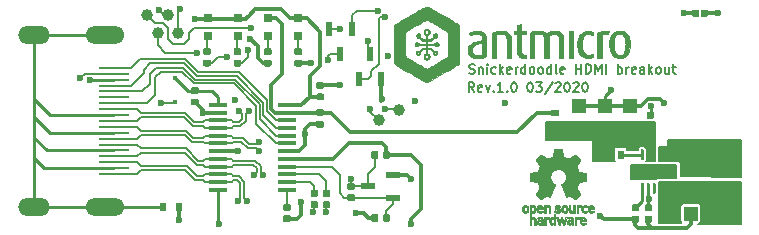
<source format=gbr>
G04 #@! TF.GenerationSoftware,KiCad,Pcbnew,5.1.5+dfsg1-2~bpo10+1*
G04 #@! TF.CreationDate,2020-03-18T11:26:49+01:00*
G04 #@! TF.ProjectId,snickerdoodle-hdmi-breakout,736e6963-6b65-4726-946f-6f646c652d68,rev?*
G04 #@! TF.SameCoordinates,Original*
G04 #@! TF.FileFunction,Copper,L1,Top*
G04 #@! TF.FilePolarity,Positive*
%FSLAX46Y46*%
G04 Gerber Fmt 4.6, Leading zero omitted, Abs format (unit mm)*
G04 Created by KiCad (PCBNEW 5.1.5+dfsg1-2~bpo10+1) date 2020-03-18 11:26:49*
%MOMM*%
%LPD*%
G04 APERTURE LIST*
%ADD10C,0.200000*%
%ADD11C,0.001860*%
%ADD12C,0.010000*%
%ADD13C,1.000000*%
%ADD14C,0.100000*%
%ADD15R,0.600000X0.800000*%
%ADD16R,0.800000X0.600000*%
%ADD17O,2.700000X1.500000*%
%ADD18O,3.300000X1.500000*%
%ADD19R,2.600000X0.280000*%
%ADD20R,0.600000X1.300000*%
%ADD21R,3.400000X1.000000*%
%ADD22R,0.800000X0.800000*%
%ADD23R,1.200000X1.200000*%
%ADD24R,1.500000X0.450000*%
%ADD25R,1.300000X0.600000*%
%ADD26R,0.300000X0.400000*%
%ADD27C,0.600000*%
%ADD28C,0.254000*%
%ADD29C,0.300000*%
%ADD30C,0.150000*%
G04 APERTURE END LIST*
D10*
X169025497Y-108436600D02*
X169139782Y-108474695D01*
X169330259Y-108474695D01*
X169406449Y-108436600D01*
X169444544Y-108398505D01*
X169482639Y-108322314D01*
X169482639Y-108246124D01*
X169444544Y-108169933D01*
X169406449Y-108131838D01*
X169330259Y-108093743D01*
X169177878Y-108055648D01*
X169101687Y-108017552D01*
X169063592Y-107979457D01*
X169025497Y-107903267D01*
X169025497Y-107827076D01*
X169063592Y-107750886D01*
X169101687Y-107712791D01*
X169177878Y-107674695D01*
X169368354Y-107674695D01*
X169482639Y-107712791D01*
X169825497Y-107941362D02*
X169825497Y-108474695D01*
X169825497Y-108017552D02*
X169863592Y-107979457D01*
X169939782Y-107941362D01*
X170054068Y-107941362D01*
X170130259Y-107979457D01*
X170168354Y-108055648D01*
X170168354Y-108474695D01*
X170549306Y-108474695D02*
X170549306Y-107941362D01*
X170549306Y-107674695D02*
X170511211Y-107712791D01*
X170549306Y-107750886D01*
X170587401Y-107712791D01*
X170549306Y-107674695D01*
X170549306Y-107750886D01*
X171273116Y-108436600D02*
X171196925Y-108474695D01*
X171044544Y-108474695D01*
X170968354Y-108436600D01*
X170930259Y-108398505D01*
X170892163Y-108322314D01*
X170892163Y-108093743D01*
X170930259Y-108017552D01*
X170968354Y-107979457D01*
X171044544Y-107941362D01*
X171196925Y-107941362D01*
X171273116Y-107979457D01*
X171615973Y-108474695D02*
X171615973Y-107674695D01*
X171692163Y-108169933D02*
X171920735Y-108474695D01*
X171920735Y-107941362D02*
X171615973Y-108246124D01*
X172568354Y-108436600D02*
X172492163Y-108474695D01*
X172339782Y-108474695D01*
X172263592Y-108436600D01*
X172225497Y-108360410D01*
X172225497Y-108055648D01*
X172263592Y-107979457D01*
X172339782Y-107941362D01*
X172492163Y-107941362D01*
X172568354Y-107979457D01*
X172606449Y-108055648D01*
X172606449Y-108131838D01*
X172225497Y-108208029D01*
X172949306Y-108474695D02*
X172949306Y-107941362D01*
X172949306Y-108093743D02*
X172987401Y-108017552D01*
X173025497Y-107979457D01*
X173101687Y-107941362D01*
X173177878Y-107941362D01*
X173787401Y-108474695D02*
X173787401Y-107674695D01*
X173787401Y-108436600D02*
X173711211Y-108474695D01*
X173558830Y-108474695D01*
X173482639Y-108436600D01*
X173444544Y-108398505D01*
X173406449Y-108322314D01*
X173406449Y-108093743D01*
X173444544Y-108017552D01*
X173482639Y-107979457D01*
X173558830Y-107941362D01*
X173711211Y-107941362D01*
X173787401Y-107979457D01*
X174282639Y-108474695D02*
X174206449Y-108436600D01*
X174168354Y-108398505D01*
X174130259Y-108322314D01*
X174130259Y-108093743D01*
X174168354Y-108017552D01*
X174206449Y-107979457D01*
X174282639Y-107941362D01*
X174396925Y-107941362D01*
X174473116Y-107979457D01*
X174511211Y-108017552D01*
X174549306Y-108093743D01*
X174549306Y-108322314D01*
X174511211Y-108398505D01*
X174473116Y-108436600D01*
X174396925Y-108474695D01*
X174282639Y-108474695D01*
X175006449Y-108474695D02*
X174930259Y-108436600D01*
X174892163Y-108398505D01*
X174854068Y-108322314D01*
X174854068Y-108093743D01*
X174892163Y-108017552D01*
X174930259Y-107979457D01*
X175006449Y-107941362D01*
X175120735Y-107941362D01*
X175196925Y-107979457D01*
X175235020Y-108017552D01*
X175273116Y-108093743D01*
X175273116Y-108322314D01*
X175235020Y-108398505D01*
X175196925Y-108436600D01*
X175120735Y-108474695D01*
X175006449Y-108474695D01*
X175958830Y-108474695D02*
X175958830Y-107674695D01*
X175958830Y-108436600D02*
X175882639Y-108474695D01*
X175730259Y-108474695D01*
X175654068Y-108436600D01*
X175615973Y-108398505D01*
X175577878Y-108322314D01*
X175577878Y-108093743D01*
X175615973Y-108017552D01*
X175654068Y-107979457D01*
X175730259Y-107941362D01*
X175882639Y-107941362D01*
X175958830Y-107979457D01*
X176454068Y-108474695D02*
X176377878Y-108436600D01*
X176339782Y-108360410D01*
X176339782Y-107674695D01*
X177063592Y-108436600D02*
X176987401Y-108474695D01*
X176835020Y-108474695D01*
X176758830Y-108436600D01*
X176720735Y-108360410D01*
X176720735Y-108055648D01*
X176758830Y-107979457D01*
X176835020Y-107941362D01*
X176987401Y-107941362D01*
X177063592Y-107979457D01*
X177101687Y-108055648D01*
X177101687Y-108131838D01*
X176720735Y-108208029D01*
X178054068Y-108474695D02*
X178054068Y-107674695D01*
X178054068Y-108055648D02*
X178511211Y-108055648D01*
X178511211Y-108474695D02*
X178511211Y-107674695D01*
X178892163Y-108474695D02*
X178892163Y-107674695D01*
X179082639Y-107674695D01*
X179196925Y-107712791D01*
X179273116Y-107788981D01*
X179311211Y-107865171D01*
X179349306Y-108017552D01*
X179349306Y-108131838D01*
X179311211Y-108284219D01*
X179273116Y-108360410D01*
X179196925Y-108436600D01*
X179082639Y-108474695D01*
X178892163Y-108474695D01*
X179692163Y-108474695D02*
X179692163Y-107674695D01*
X179958830Y-108246124D01*
X180225497Y-107674695D01*
X180225497Y-108474695D01*
X180606449Y-108474695D02*
X180606449Y-107674695D01*
X181596925Y-108474695D02*
X181596925Y-107674695D01*
X181596925Y-107979457D02*
X181673116Y-107941362D01*
X181825497Y-107941362D01*
X181901687Y-107979457D01*
X181939782Y-108017552D01*
X181977878Y-108093743D01*
X181977878Y-108322314D01*
X181939782Y-108398505D01*
X181901687Y-108436600D01*
X181825497Y-108474695D01*
X181673116Y-108474695D01*
X181596925Y-108436600D01*
X182320735Y-108474695D02*
X182320735Y-107941362D01*
X182320735Y-108093743D02*
X182358830Y-108017552D01*
X182396925Y-107979457D01*
X182473116Y-107941362D01*
X182549306Y-107941362D01*
X183120735Y-108436600D02*
X183044544Y-108474695D01*
X182892163Y-108474695D01*
X182815973Y-108436600D01*
X182777878Y-108360410D01*
X182777878Y-108055648D01*
X182815973Y-107979457D01*
X182892163Y-107941362D01*
X183044544Y-107941362D01*
X183120735Y-107979457D01*
X183158830Y-108055648D01*
X183158830Y-108131838D01*
X182777878Y-108208029D01*
X183844544Y-108474695D02*
X183844544Y-108055648D01*
X183806449Y-107979457D01*
X183730259Y-107941362D01*
X183577878Y-107941362D01*
X183501687Y-107979457D01*
X183844544Y-108436600D02*
X183768354Y-108474695D01*
X183577878Y-108474695D01*
X183501687Y-108436600D01*
X183463592Y-108360410D01*
X183463592Y-108284219D01*
X183501687Y-108208029D01*
X183577878Y-108169933D01*
X183768354Y-108169933D01*
X183844544Y-108131838D01*
X184225497Y-108474695D02*
X184225497Y-107674695D01*
X184301687Y-108169933D02*
X184530259Y-108474695D01*
X184530259Y-107941362D02*
X184225497Y-108246124D01*
X184987401Y-108474695D02*
X184911211Y-108436600D01*
X184873116Y-108398505D01*
X184835020Y-108322314D01*
X184835020Y-108093743D01*
X184873116Y-108017552D01*
X184911211Y-107979457D01*
X184987401Y-107941362D01*
X185101687Y-107941362D01*
X185177878Y-107979457D01*
X185215973Y-108017552D01*
X185254068Y-108093743D01*
X185254068Y-108322314D01*
X185215973Y-108398505D01*
X185177878Y-108436600D01*
X185101687Y-108474695D01*
X184987401Y-108474695D01*
X185939782Y-107941362D02*
X185939782Y-108474695D01*
X185596925Y-107941362D02*
X185596925Y-108360410D01*
X185635020Y-108436600D01*
X185711211Y-108474695D01*
X185825497Y-108474695D01*
X185901687Y-108436600D01*
X185939782Y-108398505D01*
X186206449Y-107941362D02*
X186511211Y-107941362D01*
X186320735Y-107674695D02*
X186320735Y-108360410D01*
X186358830Y-108436600D01*
X186435020Y-108474695D01*
X186511211Y-108474695D01*
X169456878Y-109996695D02*
X169190211Y-109615743D01*
X168999735Y-109996695D02*
X168999735Y-109196695D01*
X169304497Y-109196695D01*
X169380687Y-109234791D01*
X169418782Y-109272886D01*
X169456878Y-109349076D01*
X169456878Y-109463362D01*
X169418782Y-109539552D01*
X169380687Y-109577648D01*
X169304497Y-109615743D01*
X168999735Y-109615743D01*
X170104497Y-109958600D02*
X170028306Y-109996695D01*
X169875925Y-109996695D01*
X169799735Y-109958600D01*
X169761639Y-109882410D01*
X169761639Y-109577648D01*
X169799735Y-109501457D01*
X169875925Y-109463362D01*
X170028306Y-109463362D01*
X170104497Y-109501457D01*
X170142592Y-109577648D01*
X170142592Y-109653838D01*
X169761639Y-109730029D01*
X170409259Y-109463362D02*
X170599735Y-109996695D01*
X170790211Y-109463362D01*
X171094973Y-109920505D02*
X171133068Y-109958600D01*
X171094973Y-109996695D01*
X171056878Y-109958600D01*
X171094973Y-109920505D01*
X171094973Y-109996695D01*
X171894973Y-109996695D02*
X171437830Y-109996695D01*
X171666401Y-109996695D02*
X171666401Y-109196695D01*
X171590211Y-109310981D01*
X171514020Y-109387171D01*
X171437830Y-109425267D01*
X172237830Y-109920505D02*
X172275925Y-109958600D01*
X172237830Y-109996695D01*
X172199735Y-109958600D01*
X172237830Y-109920505D01*
X172237830Y-109996695D01*
X172771163Y-109196695D02*
X172847354Y-109196695D01*
X172923544Y-109234791D01*
X172961639Y-109272886D01*
X172999735Y-109349076D01*
X173037830Y-109501457D01*
X173037830Y-109691933D01*
X172999735Y-109844314D01*
X172961639Y-109920505D01*
X172923544Y-109958600D01*
X172847354Y-109996695D01*
X172771163Y-109996695D01*
X172694973Y-109958600D01*
X172656878Y-109920505D01*
X172618782Y-109844314D01*
X172580687Y-109691933D01*
X172580687Y-109501457D01*
X172618782Y-109349076D01*
X172656878Y-109272886D01*
X172694973Y-109234791D01*
X172771163Y-109196695D01*
X174142592Y-109196695D02*
X174218782Y-109196695D01*
X174294973Y-109234791D01*
X174333068Y-109272886D01*
X174371163Y-109349076D01*
X174409259Y-109501457D01*
X174409259Y-109691933D01*
X174371163Y-109844314D01*
X174333068Y-109920505D01*
X174294973Y-109958600D01*
X174218782Y-109996695D01*
X174142592Y-109996695D01*
X174066401Y-109958600D01*
X174028306Y-109920505D01*
X173990211Y-109844314D01*
X173952116Y-109691933D01*
X173952116Y-109501457D01*
X173990211Y-109349076D01*
X174028306Y-109272886D01*
X174066401Y-109234791D01*
X174142592Y-109196695D01*
X174675925Y-109196695D02*
X175171163Y-109196695D01*
X174904497Y-109501457D01*
X175018782Y-109501457D01*
X175094973Y-109539552D01*
X175133068Y-109577648D01*
X175171163Y-109653838D01*
X175171163Y-109844314D01*
X175133068Y-109920505D01*
X175094973Y-109958600D01*
X175018782Y-109996695D01*
X174790211Y-109996695D01*
X174714020Y-109958600D01*
X174675925Y-109920505D01*
X176085449Y-109158600D02*
X175399735Y-110187171D01*
X176314020Y-109272886D02*
X176352116Y-109234791D01*
X176428306Y-109196695D01*
X176618782Y-109196695D01*
X176694973Y-109234791D01*
X176733068Y-109272886D01*
X176771163Y-109349076D01*
X176771163Y-109425267D01*
X176733068Y-109539552D01*
X176275925Y-109996695D01*
X176771163Y-109996695D01*
X177266401Y-109196695D02*
X177342592Y-109196695D01*
X177418782Y-109234791D01*
X177456878Y-109272886D01*
X177494973Y-109349076D01*
X177533068Y-109501457D01*
X177533068Y-109691933D01*
X177494973Y-109844314D01*
X177456878Y-109920505D01*
X177418782Y-109958600D01*
X177342592Y-109996695D01*
X177266401Y-109996695D01*
X177190211Y-109958600D01*
X177152116Y-109920505D01*
X177114020Y-109844314D01*
X177075925Y-109691933D01*
X177075925Y-109501457D01*
X177114020Y-109349076D01*
X177152116Y-109272886D01*
X177190211Y-109234791D01*
X177266401Y-109196695D01*
X177837830Y-109272886D02*
X177875925Y-109234791D01*
X177952116Y-109196695D01*
X178142592Y-109196695D01*
X178218782Y-109234791D01*
X178256878Y-109272886D01*
X178294973Y-109349076D01*
X178294973Y-109425267D01*
X178256878Y-109539552D01*
X177799735Y-109996695D01*
X178294973Y-109996695D01*
X178790211Y-109196695D02*
X178866401Y-109196695D01*
X178942592Y-109234791D01*
X178980687Y-109272886D01*
X179018782Y-109349076D01*
X179056878Y-109501457D01*
X179056878Y-109691933D01*
X179018782Y-109844314D01*
X178980687Y-109920505D01*
X178942592Y-109958600D01*
X178866401Y-109996695D01*
X178790211Y-109996695D01*
X178714020Y-109958600D01*
X178675925Y-109920505D01*
X178637830Y-109844314D01*
X178599735Y-109691933D01*
X178599735Y-109501457D01*
X178637830Y-109349076D01*
X178675925Y-109272886D01*
X178714020Y-109234791D01*
X178790211Y-109196695D01*
D11*
G36*
X165477858Y-102814154D02*
G01*
X165543014Y-102829089D01*
X165544103Y-102829539D01*
X165564597Y-102840232D01*
X165609945Y-102865318D01*
X165677742Y-102903414D01*
X165765582Y-102953138D01*
X165871060Y-103013105D01*
X165991770Y-103081933D01*
X166125306Y-103158238D01*
X166269263Y-103240638D01*
X166421236Y-103327750D01*
X166578818Y-103418190D01*
X166739605Y-103510575D01*
X166901190Y-103603522D01*
X167061169Y-103695648D01*
X167217134Y-103785570D01*
X167366682Y-103871904D01*
X167507406Y-103953268D01*
X167636901Y-104028279D01*
X167752761Y-104095553D01*
X167852580Y-104153707D01*
X167933954Y-104201359D01*
X167994476Y-104237124D01*
X168031741Y-104259621D01*
X168035999Y-104262284D01*
X168102798Y-104317139D01*
X168154109Y-104382739D01*
X168196938Y-104455594D01*
X168201185Y-105956694D01*
X168201822Y-106243912D01*
X168202033Y-106503067D01*
X168201819Y-106733768D01*
X168201183Y-106935625D01*
X168200130Y-107108247D01*
X168198661Y-107251242D01*
X168196779Y-107364219D01*
X168194489Y-107446788D01*
X168191791Y-107498558D01*
X168189421Y-107517256D01*
X168182991Y-107540965D01*
X168176136Y-107562589D01*
X168167223Y-107583216D01*
X168154614Y-107603937D01*
X168136676Y-107625840D01*
X168111773Y-107650014D01*
X168078270Y-107677548D01*
X168034531Y-107709532D01*
X167978923Y-107747053D01*
X167909809Y-107791202D01*
X167825555Y-107843068D01*
X167724525Y-107903738D01*
X167605084Y-107974304D01*
X167465598Y-108055853D01*
X167304430Y-108149474D01*
X167119947Y-108256257D01*
X166910513Y-108377291D01*
X166817302Y-108431142D01*
X165551274Y-109162603D01*
X165433164Y-109168672D01*
X165315054Y-109174742D01*
X164850488Y-108907563D01*
X164566010Y-108743979D01*
X164307538Y-108595352D01*
X164073807Y-108460884D01*
X163863550Y-108339777D01*
X163675501Y-108231231D01*
X163508394Y-108134450D01*
X163360963Y-108048634D01*
X163231943Y-107972986D01*
X163120066Y-107906708D01*
X163024068Y-107849000D01*
X162942682Y-107799066D01*
X162874642Y-107756106D01*
X162818682Y-107719323D01*
X162773535Y-107687918D01*
X162737937Y-107661094D01*
X162710621Y-107638051D01*
X162690322Y-107617992D01*
X162675772Y-107600119D01*
X162665706Y-107583633D01*
X162658858Y-107567736D01*
X162653961Y-107551630D01*
X162649751Y-107534516D01*
X162645421Y-107517290D01*
X162642405Y-107489658D01*
X162639795Y-107430912D01*
X162637593Y-107341435D01*
X162635802Y-107221605D01*
X162634425Y-107071803D01*
X162633466Y-106892410D01*
X162632926Y-106683806D01*
X162632809Y-106446373D01*
X162633118Y-106180489D01*
X162633566Y-105991024D01*
X163606396Y-105991024D01*
X163606417Y-106195721D01*
X163606598Y-106371328D01*
X163607116Y-106520252D01*
X163608149Y-106644899D01*
X163609873Y-106747676D01*
X163612465Y-106830988D01*
X163616103Y-106897244D01*
X163620964Y-106948847D01*
X163627225Y-106988206D01*
X163635063Y-107017727D01*
X163644655Y-107039815D01*
X163656178Y-107056878D01*
X163669810Y-107071321D01*
X163685727Y-107085552D01*
X163687043Y-107086700D01*
X163708142Y-107101079D01*
X163753539Y-107129185D01*
X163820268Y-107169311D01*
X163905363Y-107219750D01*
X164005858Y-107278796D01*
X164118787Y-107344740D01*
X164241184Y-107415876D01*
X164370083Y-107490497D01*
X164502519Y-107566896D01*
X164635524Y-107643365D01*
X164766134Y-107718198D01*
X164891382Y-107789687D01*
X165008302Y-107856126D01*
X165113929Y-107915807D01*
X165205296Y-107967023D01*
X165279437Y-108008068D01*
X165333387Y-108037233D01*
X165364179Y-108052813D01*
X165369008Y-108054762D01*
X165408054Y-108065408D01*
X165435348Y-108066037D01*
X165467695Y-108055649D01*
X165486880Y-108047739D01*
X165513112Y-108034599D01*
X165563026Y-108007524D01*
X165633637Y-107968241D01*
X165721960Y-107918476D01*
X165825011Y-107859956D01*
X165939804Y-107794405D01*
X166063356Y-107723552D01*
X166192682Y-107649121D01*
X166324798Y-107572839D01*
X166456718Y-107496433D01*
X166585459Y-107421628D01*
X166708035Y-107350151D01*
X166821463Y-107283728D01*
X166922757Y-107224084D01*
X167008933Y-107172947D01*
X167077006Y-107132043D01*
X167123993Y-107103097D01*
X167146907Y-107087836D01*
X167147789Y-107087104D01*
X167163891Y-107072621D01*
X167177693Y-107058146D01*
X167189373Y-107041271D01*
X167199107Y-107019588D01*
X167207073Y-106990687D01*
X167213448Y-106952161D01*
X167218409Y-106901599D01*
X167222133Y-106836593D01*
X167224798Y-106754736D01*
X167226581Y-106653616D01*
X167227659Y-106530827D01*
X167228210Y-106383959D01*
X167228409Y-106210603D01*
X167228436Y-106008351D01*
X167228436Y-105991024D01*
X167228433Y-105785425D01*
X167228286Y-105608931D01*
X167227785Y-105459151D01*
X167226720Y-105333693D01*
X167224883Y-105230166D01*
X167222065Y-105146179D01*
X167218055Y-105079341D01*
X167212645Y-105027260D01*
X167205625Y-104987546D01*
X167196787Y-104957806D01*
X167185921Y-104935651D01*
X167172818Y-104918689D01*
X167157268Y-104904528D01*
X167139063Y-104890778D01*
X167131682Y-104885367D01*
X167108559Y-104870489D01*
X167060728Y-104841464D01*
X166990802Y-104799824D01*
X166901389Y-104747098D01*
X166795101Y-104684817D01*
X166674547Y-104614511D01*
X166542339Y-104537711D01*
X166401087Y-104455947D01*
X166282007Y-104387229D01*
X166111856Y-104289299D01*
X165966715Y-104206096D01*
X165844403Y-104136459D01*
X165742734Y-104079225D01*
X165659526Y-104033232D01*
X165592595Y-103997319D01*
X165539758Y-103970324D01*
X165498831Y-103951084D01*
X165467631Y-103938437D01*
X165443975Y-103931223D01*
X165425678Y-103928279D01*
X165419103Y-103928036D01*
X165402641Y-103929524D01*
X165381755Y-103934750D01*
X165354300Y-103944861D01*
X165318133Y-103961000D01*
X165271110Y-103984313D01*
X165211086Y-104015945D01*
X165135917Y-104057041D01*
X165043461Y-104108745D01*
X164931573Y-104172204D01*
X164798109Y-104248561D01*
X164640925Y-104338962D01*
X164530890Y-104402410D01*
X164382796Y-104487998D01*
X164242296Y-104569465D01*
X164111858Y-104645359D01*
X163993955Y-104714231D01*
X163891056Y-104774630D01*
X163805632Y-104825107D01*
X163740154Y-104864212D01*
X163697094Y-104890493D01*
X163679025Y-104902409D01*
X163664524Y-104915426D01*
X163652094Y-104929199D01*
X163641576Y-104946121D01*
X163632809Y-104968583D01*
X163625635Y-104998976D01*
X163619894Y-105039694D01*
X163615426Y-105093129D01*
X163612072Y-105161671D01*
X163609671Y-105247713D01*
X163608066Y-105353647D01*
X163607095Y-105481865D01*
X163606599Y-105634759D01*
X163606420Y-105814721D01*
X163606396Y-105991024D01*
X162633566Y-105991024D01*
X162633647Y-105956694D01*
X162634326Y-105701526D01*
X162634912Y-105475932D01*
X162635528Y-105277989D01*
X162636293Y-105105776D01*
X162637330Y-104957371D01*
X162638759Y-104830852D01*
X162640703Y-104724298D01*
X162643282Y-104635786D01*
X162646617Y-104563395D01*
X162650830Y-104505202D01*
X162656043Y-104459287D01*
X162662376Y-104423727D01*
X162669950Y-104396600D01*
X162678888Y-104375985D01*
X162689310Y-104359960D01*
X162701338Y-104346603D01*
X162715092Y-104333992D01*
X162730695Y-104320205D01*
X162737316Y-104314086D01*
X162757386Y-104300068D01*
X162802768Y-104271538D01*
X162871464Y-104229677D01*
X162961476Y-104175663D01*
X163070806Y-104110676D01*
X163197456Y-104035895D01*
X163339428Y-103952500D01*
X163494725Y-103861669D01*
X163661348Y-103764582D01*
X163837300Y-103662419D01*
X164020582Y-103556358D01*
X164040141Y-103545061D01*
X164253799Y-103421694D01*
X164441960Y-103313139D01*
X164606390Y-103218439D01*
X164748857Y-103136639D01*
X164871128Y-103066782D01*
X164974970Y-103007911D01*
X165062150Y-102959071D01*
X165134435Y-102919306D01*
X165193592Y-102887659D01*
X165241390Y-102863174D01*
X165279594Y-102844896D01*
X165309972Y-102831867D01*
X165334292Y-102823131D01*
X165354319Y-102817733D01*
X165371823Y-102814716D01*
X165388569Y-102813125D01*
X165393480Y-102812797D01*
X165477858Y-102814154D01*
G37*
X165477858Y-102814154D02*
X165543014Y-102829089D01*
X165544103Y-102829539D01*
X165564597Y-102840232D01*
X165609945Y-102865318D01*
X165677742Y-102903414D01*
X165765582Y-102953138D01*
X165871060Y-103013105D01*
X165991770Y-103081933D01*
X166125306Y-103158238D01*
X166269263Y-103240638D01*
X166421236Y-103327750D01*
X166578818Y-103418190D01*
X166739605Y-103510575D01*
X166901190Y-103603522D01*
X167061169Y-103695648D01*
X167217134Y-103785570D01*
X167366682Y-103871904D01*
X167507406Y-103953268D01*
X167636901Y-104028279D01*
X167752761Y-104095553D01*
X167852580Y-104153707D01*
X167933954Y-104201359D01*
X167994476Y-104237124D01*
X168031741Y-104259621D01*
X168035999Y-104262284D01*
X168102798Y-104317139D01*
X168154109Y-104382739D01*
X168196938Y-104455594D01*
X168201185Y-105956694D01*
X168201822Y-106243912D01*
X168202033Y-106503067D01*
X168201819Y-106733768D01*
X168201183Y-106935625D01*
X168200130Y-107108247D01*
X168198661Y-107251242D01*
X168196779Y-107364219D01*
X168194489Y-107446788D01*
X168191791Y-107498558D01*
X168189421Y-107517256D01*
X168182991Y-107540965D01*
X168176136Y-107562589D01*
X168167223Y-107583216D01*
X168154614Y-107603937D01*
X168136676Y-107625840D01*
X168111773Y-107650014D01*
X168078270Y-107677548D01*
X168034531Y-107709532D01*
X167978923Y-107747053D01*
X167909809Y-107791202D01*
X167825555Y-107843068D01*
X167724525Y-107903738D01*
X167605084Y-107974304D01*
X167465598Y-108055853D01*
X167304430Y-108149474D01*
X167119947Y-108256257D01*
X166910513Y-108377291D01*
X166817302Y-108431142D01*
X165551274Y-109162603D01*
X165433164Y-109168672D01*
X165315054Y-109174742D01*
X164850488Y-108907563D01*
X164566010Y-108743979D01*
X164307538Y-108595352D01*
X164073807Y-108460884D01*
X163863550Y-108339777D01*
X163675501Y-108231231D01*
X163508394Y-108134450D01*
X163360963Y-108048634D01*
X163231943Y-107972986D01*
X163120066Y-107906708D01*
X163024068Y-107849000D01*
X162942682Y-107799066D01*
X162874642Y-107756106D01*
X162818682Y-107719323D01*
X162773535Y-107687918D01*
X162737937Y-107661094D01*
X162710621Y-107638051D01*
X162690322Y-107617992D01*
X162675772Y-107600119D01*
X162665706Y-107583633D01*
X162658858Y-107567736D01*
X162653961Y-107551630D01*
X162649751Y-107534516D01*
X162645421Y-107517290D01*
X162642405Y-107489658D01*
X162639795Y-107430912D01*
X162637593Y-107341435D01*
X162635802Y-107221605D01*
X162634425Y-107071803D01*
X162633466Y-106892410D01*
X162632926Y-106683806D01*
X162632809Y-106446373D01*
X162633118Y-106180489D01*
X162633566Y-105991024D01*
X163606396Y-105991024D01*
X163606417Y-106195721D01*
X163606598Y-106371328D01*
X163607116Y-106520252D01*
X163608149Y-106644899D01*
X163609873Y-106747676D01*
X163612465Y-106830988D01*
X163616103Y-106897244D01*
X163620964Y-106948847D01*
X163627225Y-106988206D01*
X163635063Y-107017727D01*
X163644655Y-107039815D01*
X163656178Y-107056878D01*
X163669810Y-107071321D01*
X163685727Y-107085552D01*
X163687043Y-107086700D01*
X163708142Y-107101079D01*
X163753539Y-107129185D01*
X163820268Y-107169311D01*
X163905363Y-107219750D01*
X164005858Y-107278796D01*
X164118787Y-107344740D01*
X164241184Y-107415876D01*
X164370083Y-107490497D01*
X164502519Y-107566896D01*
X164635524Y-107643365D01*
X164766134Y-107718198D01*
X164891382Y-107789687D01*
X165008302Y-107856126D01*
X165113929Y-107915807D01*
X165205296Y-107967023D01*
X165279437Y-108008068D01*
X165333387Y-108037233D01*
X165364179Y-108052813D01*
X165369008Y-108054762D01*
X165408054Y-108065408D01*
X165435348Y-108066037D01*
X165467695Y-108055649D01*
X165486880Y-108047739D01*
X165513112Y-108034599D01*
X165563026Y-108007524D01*
X165633637Y-107968241D01*
X165721960Y-107918476D01*
X165825011Y-107859956D01*
X165939804Y-107794405D01*
X166063356Y-107723552D01*
X166192682Y-107649121D01*
X166324798Y-107572839D01*
X166456718Y-107496433D01*
X166585459Y-107421628D01*
X166708035Y-107350151D01*
X166821463Y-107283728D01*
X166922757Y-107224084D01*
X167008933Y-107172947D01*
X167077006Y-107132043D01*
X167123993Y-107103097D01*
X167146907Y-107087836D01*
X167147789Y-107087104D01*
X167163891Y-107072621D01*
X167177693Y-107058146D01*
X167189373Y-107041271D01*
X167199107Y-107019588D01*
X167207073Y-106990687D01*
X167213448Y-106952161D01*
X167218409Y-106901599D01*
X167222133Y-106836593D01*
X167224798Y-106754736D01*
X167226581Y-106653616D01*
X167227659Y-106530827D01*
X167228210Y-106383959D01*
X167228409Y-106210603D01*
X167228436Y-106008351D01*
X167228436Y-105991024D01*
X167228433Y-105785425D01*
X167228286Y-105608931D01*
X167227785Y-105459151D01*
X167226720Y-105333693D01*
X167224883Y-105230166D01*
X167222065Y-105146179D01*
X167218055Y-105079341D01*
X167212645Y-105027260D01*
X167205625Y-104987546D01*
X167196787Y-104957806D01*
X167185921Y-104935651D01*
X167172818Y-104918689D01*
X167157268Y-104904528D01*
X167139063Y-104890778D01*
X167131682Y-104885367D01*
X167108559Y-104870489D01*
X167060728Y-104841464D01*
X166990802Y-104799824D01*
X166901389Y-104747098D01*
X166795101Y-104684817D01*
X166674547Y-104614511D01*
X166542339Y-104537711D01*
X166401087Y-104455947D01*
X166282007Y-104387229D01*
X166111856Y-104289299D01*
X165966715Y-104206096D01*
X165844403Y-104136459D01*
X165742734Y-104079225D01*
X165659526Y-104033232D01*
X165592595Y-103997319D01*
X165539758Y-103970324D01*
X165498831Y-103951084D01*
X165467631Y-103938437D01*
X165443975Y-103931223D01*
X165425678Y-103928279D01*
X165419103Y-103928036D01*
X165402641Y-103929524D01*
X165381755Y-103934750D01*
X165354300Y-103944861D01*
X165318133Y-103961000D01*
X165271110Y-103984313D01*
X165211086Y-104015945D01*
X165135917Y-104057041D01*
X165043461Y-104108745D01*
X164931573Y-104172204D01*
X164798109Y-104248561D01*
X164640925Y-104338962D01*
X164530890Y-104402410D01*
X164382796Y-104487998D01*
X164242296Y-104569465D01*
X164111858Y-104645359D01*
X163993955Y-104714231D01*
X163891056Y-104774630D01*
X163805632Y-104825107D01*
X163740154Y-104864212D01*
X163697094Y-104890493D01*
X163679025Y-104902409D01*
X163664524Y-104915426D01*
X163652094Y-104929199D01*
X163641576Y-104946121D01*
X163632809Y-104968583D01*
X163625635Y-104998976D01*
X163619894Y-105039694D01*
X163615426Y-105093129D01*
X163612072Y-105161671D01*
X163609671Y-105247713D01*
X163608066Y-105353647D01*
X163607095Y-105481865D01*
X163606599Y-105634759D01*
X163606420Y-105814721D01*
X163606396Y-105991024D01*
X162633566Y-105991024D01*
X162633647Y-105956694D01*
X162634326Y-105701526D01*
X162634912Y-105475932D01*
X162635528Y-105277989D01*
X162636293Y-105105776D01*
X162637330Y-104957371D01*
X162638759Y-104830852D01*
X162640703Y-104724298D01*
X162643282Y-104635786D01*
X162646617Y-104563395D01*
X162650830Y-104505202D01*
X162656043Y-104459287D01*
X162662376Y-104423727D01*
X162669950Y-104396600D01*
X162678888Y-104375985D01*
X162689310Y-104359960D01*
X162701338Y-104346603D01*
X162715092Y-104333992D01*
X162730695Y-104320205D01*
X162737316Y-104314086D01*
X162757386Y-104300068D01*
X162802768Y-104271538D01*
X162871464Y-104229677D01*
X162961476Y-104175663D01*
X163070806Y-104110676D01*
X163197456Y-104035895D01*
X163339428Y-103952500D01*
X163494725Y-103861669D01*
X163661348Y-103764582D01*
X163837300Y-103662419D01*
X164020582Y-103556358D01*
X164040141Y-103545061D01*
X164253799Y-103421694D01*
X164441960Y-103313139D01*
X164606390Y-103218439D01*
X164748857Y-103136639D01*
X164871128Y-103066782D01*
X164974970Y-103007911D01*
X165062150Y-102959071D01*
X165134435Y-102919306D01*
X165193592Y-102887659D01*
X165241390Y-102863174D01*
X165279594Y-102844896D01*
X165309972Y-102831867D01*
X165334292Y-102823131D01*
X165354319Y-102817733D01*
X165371823Y-102814716D01*
X165388569Y-102813125D01*
X165393480Y-102812797D01*
X165477858Y-102814154D01*
G36*
X169867751Y-104867833D02*
G01*
X169967450Y-104886497D01*
X170080608Y-104921190D01*
X170171916Y-104964245D01*
X170250837Y-105020654D01*
X170289641Y-105056444D01*
X170346867Y-105127912D01*
X170398247Y-105219412D01*
X170438063Y-105319483D01*
X170456450Y-105390881D01*
X170460100Y-105426332D01*
X170463376Y-105490657D01*
X170466231Y-105581233D01*
X170468613Y-105695439D01*
X170470475Y-105830653D01*
X170471765Y-105984254D01*
X170472436Y-106153621D01*
X170472524Y-106244404D01*
X170472524Y-107013170D01*
X170398716Y-107045819D01*
X170266561Y-107093297D01*
X170113469Y-107129980D01*
X169948484Y-107154719D01*
X169780650Y-107166367D01*
X169619012Y-107163776D01*
X169533755Y-107155571D01*
X169366711Y-107122290D01*
X169223931Y-107069385D01*
X169105703Y-106997171D01*
X169012314Y-106905962D01*
X168944051Y-106796070D01*
X168901202Y-106667809D01*
X168884054Y-106521493D01*
X168884884Y-106448039D01*
X168886891Y-106434154D01*
X169247704Y-106434154D01*
X169250632Y-106564438D01*
X169278945Y-106677040D01*
X169332035Y-106771021D01*
X169409297Y-106845443D01*
X169510127Y-106899368D01*
X169558361Y-106915398D01*
X169619981Y-106925934D01*
X169702502Y-106930730D01*
X169795929Y-106930162D01*
X169890266Y-106924607D01*
X169975517Y-106914439D01*
X170041688Y-106900036D01*
X170051265Y-106896856D01*
X170126068Y-106869951D01*
X170126068Y-105878522D01*
X170035517Y-105889447D01*
X169977727Y-105898538D01*
X169902910Y-105913205D01*
X169824431Y-105930765D01*
X169799756Y-105936800D01*
X169638315Y-105986434D01*
X169505748Y-106047420D01*
X169401297Y-106120441D01*
X169324201Y-106206184D01*
X169273701Y-106305331D01*
X169249037Y-106418569D01*
X169247704Y-106434154D01*
X168886891Y-106434154D01*
X168905388Y-106306169D01*
X168952933Y-106180045D01*
X169028113Y-106068308D01*
X169071016Y-106022457D01*
X169165816Y-105947132D01*
X169287700Y-105877807D01*
X169432579Y-105815995D01*
X169596361Y-105763213D01*
X169774957Y-105720977D01*
X169964275Y-105690801D01*
X169967104Y-105690456D01*
X170130366Y-105670670D01*
X170120927Y-105536926D01*
X170102663Y-105410797D01*
X170066434Y-105309588D01*
X170010603Y-105231285D01*
X169933535Y-105173874D01*
X169833592Y-105135341D01*
X169785755Y-105124557D01*
X169655531Y-105113216D01*
X169510788Y-105124064D01*
X169358300Y-105156084D01*
X169204839Y-105208258D01*
X169191329Y-105213858D01*
X169142899Y-105233070D01*
X169107419Y-105244946D01*
X169093320Y-105246989D01*
X169085289Y-105230365D01*
X169070176Y-105193295D01*
X169051470Y-105145006D01*
X169032660Y-105094722D01*
X169017235Y-105051667D01*
X169008684Y-105025065D01*
X169007960Y-105021296D01*
X169021145Y-105011016D01*
X169055372Y-104992840D01*
X169093843Y-104974933D01*
X169235211Y-104923792D01*
X169391962Y-104886633D01*
X169555420Y-104864335D01*
X169716908Y-104857775D01*
X169867751Y-104867833D01*
G37*
X169867751Y-104867833D02*
X169967450Y-104886497D01*
X170080608Y-104921190D01*
X170171916Y-104964245D01*
X170250837Y-105020654D01*
X170289641Y-105056444D01*
X170346867Y-105127912D01*
X170398247Y-105219412D01*
X170438063Y-105319483D01*
X170456450Y-105390881D01*
X170460100Y-105426332D01*
X170463376Y-105490657D01*
X170466231Y-105581233D01*
X170468613Y-105695439D01*
X170470475Y-105830653D01*
X170471765Y-105984254D01*
X170472436Y-106153621D01*
X170472524Y-106244404D01*
X170472524Y-107013170D01*
X170398716Y-107045819D01*
X170266561Y-107093297D01*
X170113469Y-107129980D01*
X169948484Y-107154719D01*
X169780650Y-107166367D01*
X169619012Y-107163776D01*
X169533755Y-107155571D01*
X169366711Y-107122290D01*
X169223931Y-107069385D01*
X169105703Y-106997171D01*
X169012314Y-106905962D01*
X168944051Y-106796070D01*
X168901202Y-106667809D01*
X168884054Y-106521493D01*
X168884884Y-106448039D01*
X168886891Y-106434154D01*
X169247704Y-106434154D01*
X169250632Y-106564438D01*
X169278945Y-106677040D01*
X169332035Y-106771021D01*
X169409297Y-106845443D01*
X169510127Y-106899368D01*
X169558361Y-106915398D01*
X169619981Y-106925934D01*
X169702502Y-106930730D01*
X169795929Y-106930162D01*
X169890266Y-106924607D01*
X169975517Y-106914439D01*
X170041688Y-106900036D01*
X170051265Y-106896856D01*
X170126068Y-106869951D01*
X170126068Y-105878522D01*
X170035517Y-105889447D01*
X169977727Y-105898538D01*
X169902910Y-105913205D01*
X169824431Y-105930765D01*
X169799756Y-105936800D01*
X169638315Y-105986434D01*
X169505748Y-106047420D01*
X169401297Y-106120441D01*
X169324201Y-106206184D01*
X169273701Y-106305331D01*
X169249037Y-106418569D01*
X169247704Y-106434154D01*
X168886891Y-106434154D01*
X168905388Y-106306169D01*
X168952933Y-106180045D01*
X169028113Y-106068308D01*
X169071016Y-106022457D01*
X169165816Y-105947132D01*
X169287700Y-105877807D01*
X169432579Y-105815995D01*
X169596361Y-105763213D01*
X169774957Y-105720977D01*
X169964275Y-105690801D01*
X169967104Y-105690456D01*
X170130366Y-105670670D01*
X170120927Y-105536926D01*
X170102663Y-105410797D01*
X170066434Y-105309588D01*
X170010603Y-105231285D01*
X169933535Y-105173874D01*
X169833592Y-105135341D01*
X169785755Y-105124557D01*
X169655531Y-105113216D01*
X169510788Y-105124064D01*
X169358300Y-105156084D01*
X169204839Y-105208258D01*
X169191329Y-105213858D01*
X169142899Y-105233070D01*
X169107419Y-105244946D01*
X169093320Y-105246989D01*
X169085289Y-105230365D01*
X169070176Y-105193295D01*
X169051470Y-105145006D01*
X169032660Y-105094722D01*
X169017235Y-105051667D01*
X169008684Y-105025065D01*
X169007960Y-105021296D01*
X169021145Y-105011016D01*
X169055372Y-104992840D01*
X169093843Y-104974933D01*
X169235211Y-104923792D01*
X169391962Y-104886633D01*
X169555420Y-104864335D01*
X169716908Y-104857775D01*
X169867751Y-104867833D01*
G36*
X179110642Y-104860011D02*
G01*
X179214340Y-104870059D01*
X179272021Y-104880910D01*
X179331468Y-104898026D01*
X179395304Y-104921271D01*
X179455268Y-104947041D01*
X179503099Y-104971732D01*
X179530536Y-104991740D01*
X179532731Y-104994663D01*
X179531034Y-105014245D01*
X179519691Y-105052719D01*
X179502257Y-105101037D01*
X179482289Y-105150151D01*
X179463344Y-105191015D01*
X179448977Y-105214581D01*
X179445277Y-105217140D01*
X179425840Y-105211467D01*
X179387145Y-105195946D01*
X179347966Y-105178637D01*
X179227556Y-105136817D01*
X179108303Y-105120564D01*
X178995741Y-105130051D01*
X178897082Y-105164575D01*
X178814633Y-105223565D01*
X178739079Y-105310093D01*
X178672796Y-105420527D01*
X178618158Y-105551237D01*
X178594987Y-105626560D01*
X178576700Y-105719379D01*
X178564948Y-105833674D01*
X178559731Y-105960106D01*
X178561048Y-106089342D01*
X178568899Y-106212043D01*
X178583283Y-106318876D01*
X178595029Y-106371403D01*
X178648441Y-106527854D01*
X178715682Y-106656208D01*
X178796949Y-106756760D01*
X178892433Y-106829803D01*
X178899842Y-106833997D01*
X178948046Y-106858461D01*
X178990476Y-106872533D01*
X179039360Y-106878899D01*
X179106928Y-106880247D01*
X179110302Y-106880234D01*
X179181196Y-106877119D01*
X179243423Y-106866543D01*
X179306539Y-106845628D01*
X179380104Y-106811498D01*
X179435132Y-106782451D01*
X179441994Y-106786864D01*
X179453881Y-106807522D01*
X179472273Y-106847671D01*
X179498648Y-106910555D01*
X179534485Y-106999421D01*
X179537856Y-107007878D01*
X179528997Y-107024820D01*
X179496949Y-107048588D01*
X179448267Y-107075640D01*
X179389502Y-107102438D01*
X179327208Y-107125441D01*
X179310962Y-107130446D01*
X179226243Y-107148476D01*
X179124197Y-107160035D01*
X179018370Y-107164337D01*
X178922302Y-107160592D01*
X178881956Y-107155421D01*
X178822955Y-107140449D01*
X178751933Y-107115569D01*
X178685106Y-107086553D01*
X178554393Y-107005216D01*
X178441546Y-106898355D01*
X178347058Y-106766718D01*
X178271420Y-106611051D01*
X178215125Y-106432101D01*
X178196382Y-106344966D01*
X178182710Y-106241836D01*
X178175515Y-106119652D01*
X178174535Y-105987268D01*
X178179505Y-105853541D01*
X178190163Y-105727326D01*
X178206246Y-105617478D01*
X178219781Y-105557966D01*
X178280979Y-105383646D01*
X178361770Y-105231736D01*
X178461148Y-105103374D01*
X178578105Y-104999697D01*
X178711634Y-104921841D01*
X178817885Y-104882292D01*
X178900746Y-104866163D01*
X179002221Y-104858724D01*
X179110642Y-104860011D01*
G37*
X179110642Y-104860011D02*
X179214340Y-104870059D01*
X179272021Y-104880910D01*
X179331468Y-104898026D01*
X179395304Y-104921271D01*
X179455268Y-104947041D01*
X179503099Y-104971732D01*
X179530536Y-104991740D01*
X179532731Y-104994663D01*
X179531034Y-105014245D01*
X179519691Y-105052719D01*
X179502257Y-105101037D01*
X179482289Y-105150151D01*
X179463344Y-105191015D01*
X179448977Y-105214581D01*
X179445277Y-105217140D01*
X179425840Y-105211467D01*
X179387145Y-105195946D01*
X179347966Y-105178637D01*
X179227556Y-105136817D01*
X179108303Y-105120564D01*
X178995741Y-105130051D01*
X178897082Y-105164575D01*
X178814633Y-105223565D01*
X178739079Y-105310093D01*
X178672796Y-105420527D01*
X178618158Y-105551237D01*
X178594987Y-105626560D01*
X178576700Y-105719379D01*
X178564948Y-105833674D01*
X178559731Y-105960106D01*
X178561048Y-106089342D01*
X178568899Y-106212043D01*
X178583283Y-106318876D01*
X178595029Y-106371403D01*
X178648441Y-106527854D01*
X178715682Y-106656208D01*
X178796949Y-106756760D01*
X178892433Y-106829803D01*
X178899842Y-106833997D01*
X178948046Y-106858461D01*
X178990476Y-106872533D01*
X179039360Y-106878899D01*
X179106928Y-106880247D01*
X179110302Y-106880234D01*
X179181196Y-106877119D01*
X179243423Y-106866543D01*
X179306539Y-106845628D01*
X179380104Y-106811498D01*
X179435132Y-106782451D01*
X179441994Y-106786864D01*
X179453881Y-106807522D01*
X179472273Y-106847671D01*
X179498648Y-106910555D01*
X179534485Y-106999421D01*
X179537856Y-107007878D01*
X179528997Y-107024820D01*
X179496949Y-107048588D01*
X179448267Y-107075640D01*
X179389502Y-107102438D01*
X179327208Y-107125441D01*
X179310962Y-107130446D01*
X179226243Y-107148476D01*
X179124197Y-107160035D01*
X179018370Y-107164337D01*
X178922302Y-107160592D01*
X178881956Y-107155421D01*
X178822955Y-107140449D01*
X178751933Y-107115569D01*
X178685106Y-107086553D01*
X178554393Y-107005216D01*
X178441546Y-106898355D01*
X178347058Y-106766718D01*
X178271420Y-106611051D01*
X178215125Y-106432101D01*
X178196382Y-106344966D01*
X178182710Y-106241836D01*
X178175515Y-106119652D01*
X178174535Y-105987268D01*
X178179505Y-105853541D01*
X178190163Y-105727326D01*
X178206246Y-105617478D01*
X178219781Y-105557966D01*
X178280979Y-105383646D01*
X178361770Y-105231736D01*
X178461148Y-105103374D01*
X178578105Y-104999697D01*
X178711634Y-104921841D01*
X178817885Y-104882292D01*
X178900746Y-104866163D01*
X179002221Y-104858724D01*
X179110642Y-104860011D01*
G36*
X181908500Y-104867934D02*
G01*
X182049271Y-104899987D01*
X182173888Y-104955132D01*
X182286461Y-105034942D01*
X182338553Y-105083613D01*
X182438300Y-105205569D01*
X182517318Y-105349028D01*
X182575961Y-105514900D01*
X182614585Y-105704095D01*
X182628095Y-105826636D01*
X182635731Y-106046880D01*
X182622844Y-106252824D01*
X182590106Y-106442524D01*
X182538183Y-106614035D01*
X182467744Y-106765411D01*
X182379459Y-106894707D01*
X182273995Y-106999978D01*
X182208549Y-107047161D01*
X182105336Y-107098408D01*
X181982499Y-107136601D01*
X181849808Y-107160004D01*
X181717028Y-107166884D01*
X181596072Y-107155896D01*
X181440713Y-107113331D01*
X181303021Y-107044959D01*
X181183580Y-106951436D01*
X181082970Y-106833416D01*
X181001776Y-106691552D01*
X180940581Y-106526499D01*
X180907228Y-106382757D01*
X180879196Y-106169469D01*
X180873315Y-105998157D01*
X181249775Y-105998157D01*
X181256639Y-106173941D01*
X181277674Y-106343017D01*
X181312896Y-106498411D01*
X181360663Y-106629537D01*
X181422305Y-106732891D01*
X181500412Y-106813717D01*
X181591038Y-106870398D01*
X181690232Y-106901318D01*
X181794048Y-106904859D01*
X181898537Y-106879405D01*
X181933274Y-106863979D01*
X182021728Y-106805796D01*
X182095071Y-106726116D01*
X182154047Y-106623338D01*
X182199396Y-106495865D01*
X182231861Y-106342097D01*
X182250669Y-106180000D01*
X182258833Y-105982406D01*
X182250784Y-105798380D01*
X182227156Y-105630675D01*
X182188579Y-105482044D01*
X182135687Y-105355239D01*
X182069111Y-105253014D01*
X182027763Y-105209068D01*
X181937830Y-105145409D01*
X181840287Y-105109846D01*
X181739492Y-105101338D01*
X181639802Y-105118846D01*
X181545575Y-105161331D01*
X181461168Y-105227753D01*
X181390939Y-105317073D01*
X181363695Y-105367455D01*
X181314043Y-105500314D01*
X181278494Y-105654368D01*
X181257066Y-105822641D01*
X181249775Y-105998157D01*
X180873315Y-105998157D01*
X180872077Y-105962113D01*
X180885237Y-105763981D01*
X180918043Y-105578364D01*
X180969862Y-105408555D01*
X181040060Y-105257845D01*
X181128004Y-105129525D01*
X181154035Y-105099872D01*
X181267280Y-104998968D01*
X181395238Y-104925332D01*
X181538825Y-104878588D01*
X181698958Y-104858362D01*
X181747464Y-104857401D01*
X181908500Y-104867934D01*
G37*
X181908500Y-104867934D02*
X182049271Y-104899987D01*
X182173888Y-104955132D01*
X182286461Y-105034942D01*
X182338553Y-105083613D01*
X182438300Y-105205569D01*
X182517318Y-105349028D01*
X182575961Y-105514900D01*
X182614585Y-105704095D01*
X182628095Y-105826636D01*
X182635731Y-106046880D01*
X182622844Y-106252824D01*
X182590106Y-106442524D01*
X182538183Y-106614035D01*
X182467744Y-106765411D01*
X182379459Y-106894707D01*
X182273995Y-106999978D01*
X182208549Y-107047161D01*
X182105336Y-107098408D01*
X181982499Y-107136601D01*
X181849808Y-107160004D01*
X181717028Y-107166884D01*
X181596072Y-107155896D01*
X181440713Y-107113331D01*
X181303021Y-107044959D01*
X181183580Y-106951436D01*
X181082970Y-106833416D01*
X181001776Y-106691552D01*
X180940581Y-106526499D01*
X180907228Y-106382757D01*
X180879196Y-106169469D01*
X180873315Y-105998157D01*
X181249775Y-105998157D01*
X181256639Y-106173941D01*
X181277674Y-106343017D01*
X181312896Y-106498411D01*
X181360663Y-106629537D01*
X181422305Y-106732891D01*
X181500412Y-106813717D01*
X181591038Y-106870398D01*
X181690232Y-106901318D01*
X181794048Y-106904859D01*
X181898537Y-106879405D01*
X181933274Y-106863979D01*
X182021728Y-106805796D01*
X182095071Y-106726116D01*
X182154047Y-106623338D01*
X182199396Y-106495865D01*
X182231861Y-106342097D01*
X182250669Y-106180000D01*
X182258833Y-105982406D01*
X182250784Y-105798380D01*
X182227156Y-105630675D01*
X182188579Y-105482044D01*
X182135687Y-105355239D01*
X182069111Y-105253014D01*
X182027763Y-105209068D01*
X181937830Y-105145409D01*
X181840287Y-105109846D01*
X181739492Y-105101338D01*
X181639802Y-105118846D01*
X181545575Y-105161331D01*
X181461168Y-105227753D01*
X181390939Y-105317073D01*
X181363695Y-105367455D01*
X181314043Y-105500314D01*
X181278494Y-105654368D01*
X181257066Y-105822641D01*
X181249775Y-105998157D01*
X180873315Y-105998157D01*
X180872077Y-105962113D01*
X180885237Y-105763981D01*
X180918043Y-105578364D01*
X180969862Y-105408555D01*
X181040060Y-105257845D01*
X181128004Y-105129525D01*
X181154035Y-105099872D01*
X181267280Y-104998968D01*
X181395238Y-104925332D01*
X181538825Y-104878588D01*
X181698958Y-104858362D01*
X181747464Y-104857401D01*
X181908500Y-104867934D01*
G36*
X173425755Y-104289444D02*
G01*
X173428630Y-104331116D01*
X173430930Y-104394735D01*
X173432488Y-104475527D01*
X173433139Y-104568716D01*
X173433148Y-104581578D01*
X173433148Y-104888664D01*
X173811100Y-104888664D01*
X173811100Y-105140632D01*
X173433148Y-105140632D01*
X173433148Y-106678982D01*
X173468973Y-106746729D01*
X173515039Y-106811264D01*
X173574279Y-106851205D01*
X173651404Y-106868928D01*
X173712708Y-106869690D01*
X173811166Y-106865038D01*
X173811133Y-106986155D01*
X173808348Y-107060811D01*
X173800140Y-107106070D01*
X173791415Y-107119626D01*
X173768007Y-107125325D01*
X173720929Y-107130669D01*
X173658005Y-107134906D01*
X173614250Y-107136653D01*
X173527887Y-107137443D01*
X173462757Y-107133166D01*
X173408855Y-107122783D01*
X173373384Y-107111661D01*
X173277529Y-107066432D01*
X173201230Y-107003573D01*
X173138105Y-106917316D01*
X173118188Y-106881009D01*
X173063070Y-106773781D01*
X173058593Y-105957206D01*
X173054117Y-105140632D01*
X172803228Y-105140632D01*
X172803228Y-104888664D01*
X173055196Y-104888664D01*
X173055196Y-104385812D01*
X173233495Y-104330152D01*
X173303943Y-104308426D01*
X173363143Y-104290669D01*
X173404786Y-104278739D01*
X173422471Y-104274492D01*
X173425755Y-104289444D01*
G37*
X173425755Y-104289444D02*
X173428630Y-104331116D01*
X173430930Y-104394735D01*
X173432488Y-104475527D01*
X173433139Y-104568716D01*
X173433148Y-104581578D01*
X173433148Y-104888664D01*
X173811100Y-104888664D01*
X173811100Y-105140632D01*
X173433148Y-105140632D01*
X173433148Y-106678982D01*
X173468973Y-106746729D01*
X173515039Y-106811264D01*
X173574279Y-106851205D01*
X173651404Y-106868928D01*
X173712708Y-106869690D01*
X173811166Y-106865038D01*
X173811133Y-106986155D01*
X173808348Y-107060811D01*
X173800140Y-107106070D01*
X173791415Y-107119626D01*
X173768007Y-107125325D01*
X173720929Y-107130669D01*
X173658005Y-107134906D01*
X173614250Y-107136653D01*
X173527887Y-107137443D01*
X173462757Y-107133166D01*
X173408855Y-107122783D01*
X173373384Y-107111661D01*
X173277529Y-107066432D01*
X173201230Y-107003573D01*
X173138105Y-106917316D01*
X173118188Y-106881009D01*
X173063070Y-106773781D01*
X173058593Y-105957206D01*
X173054117Y-105140632D01*
X172803228Y-105140632D01*
X172803228Y-104888664D01*
X173055196Y-104888664D01*
X173055196Y-104385812D01*
X173233495Y-104330152D01*
X173303943Y-104308426D01*
X173363143Y-104290669D01*
X173404786Y-104278739D01*
X173422471Y-104274492D01*
X173425755Y-104289444D01*
G36*
X171810096Y-104865833D02*
G01*
X171893898Y-104868024D01*
X171958323Y-104872309D01*
X172009422Y-104879157D01*
X172053244Y-104889040D01*
X172070273Y-104894005D01*
X172213061Y-104948660D01*
X172328414Y-105016545D01*
X172418001Y-105098851D01*
X172476914Y-105184274D01*
X172495724Y-105219641D01*
X172511717Y-105253023D01*
X172525121Y-105287213D01*
X172536164Y-105325004D01*
X172545075Y-105369189D01*
X172552082Y-105422558D01*
X172557413Y-105487906D01*
X172561297Y-105568025D01*
X172563963Y-105665707D01*
X172565638Y-105783744D01*
X172566552Y-105924930D01*
X172566932Y-106092056D01*
X172567008Y-106285671D01*
X172567008Y-107124880D01*
X172189056Y-107124880D01*
X172189056Y-106293094D01*
X172188976Y-106097306D01*
X172188574Y-105930372D01*
X172187603Y-105789653D01*
X172185819Y-105672508D01*
X172182976Y-105576295D01*
X172178829Y-105498374D01*
X172173134Y-105436104D01*
X172165644Y-105386845D01*
X172156116Y-105347955D01*
X172144302Y-105316794D01*
X172129959Y-105290721D01*
X172112841Y-105267096D01*
X172092702Y-105243276D01*
X172091446Y-105241844D01*
X172026309Y-105183065D01*
X171946879Y-105141799D01*
X171846472Y-105114899D01*
X171808921Y-105108826D01*
X171703340Y-105102045D01*
X171586487Y-105107786D01*
X171472948Y-105124728D01*
X171390197Y-105146855D01*
X171330790Y-105167420D01*
X171326734Y-106146150D01*
X171322678Y-107124880D01*
X170944964Y-107124880D01*
X170944964Y-105002877D01*
X171090633Y-104955092D01*
X171190874Y-104923410D01*
X171276056Y-104900087D01*
X171354621Y-104883881D01*
X171435008Y-104873549D01*
X171525659Y-104867849D01*
X171635014Y-104865539D01*
X171700868Y-104865265D01*
X171810096Y-104865833D01*
G37*
X171810096Y-104865833D02*
X171893898Y-104868024D01*
X171958323Y-104872309D01*
X172009422Y-104879157D01*
X172053244Y-104889040D01*
X172070273Y-104894005D01*
X172213061Y-104948660D01*
X172328414Y-105016545D01*
X172418001Y-105098851D01*
X172476914Y-105184274D01*
X172495724Y-105219641D01*
X172511717Y-105253023D01*
X172525121Y-105287213D01*
X172536164Y-105325004D01*
X172545075Y-105369189D01*
X172552082Y-105422558D01*
X172557413Y-105487906D01*
X172561297Y-105568025D01*
X172563963Y-105665707D01*
X172565638Y-105783744D01*
X172566552Y-105924930D01*
X172566932Y-106092056D01*
X172567008Y-106285671D01*
X172567008Y-107124880D01*
X172189056Y-107124880D01*
X172189056Y-106293094D01*
X172188976Y-106097306D01*
X172188574Y-105930372D01*
X172187603Y-105789653D01*
X172185819Y-105672508D01*
X172182976Y-105576295D01*
X172178829Y-105498374D01*
X172173134Y-105436104D01*
X172165644Y-105386845D01*
X172156116Y-105347955D01*
X172144302Y-105316794D01*
X172129959Y-105290721D01*
X172112841Y-105267096D01*
X172092702Y-105243276D01*
X172091446Y-105241844D01*
X172026309Y-105183065D01*
X171946879Y-105141799D01*
X171846472Y-105114899D01*
X171808921Y-105108826D01*
X171703340Y-105102045D01*
X171586487Y-105107786D01*
X171472948Y-105124728D01*
X171390197Y-105146855D01*
X171330790Y-105167420D01*
X171326734Y-106146150D01*
X171322678Y-107124880D01*
X170944964Y-107124880D01*
X170944964Y-105002877D01*
X171090633Y-104955092D01*
X171190874Y-104923410D01*
X171276056Y-104900087D01*
X171354621Y-104883881D01*
X171435008Y-104873549D01*
X171525659Y-104867849D01*
X171635014Y-104865539D01*
X171700868Y-104865265D01*
X171810096Y-104865833D01*
G36*
X176387209Y-104868934D02*
G01*
X176540880Y-104902412D01*
X176673095Y-104957819D01*
X176783265Y-105034863D01*
X176870801Y-105133253D01*
X176912829Y-105203624D01*
X176929474Y-105237557D01*
X176943617Y-105270367D01*
X176955461Y-105304841D01*
X176965210Y-105343765D01*
X176973065Y-105389924D01*
X176979232Y-105446106D01*
X176983914Y-105515097D01*
X176987313Y-105599681D01*
X176989633Y-105702646D01*
X176991078Y-105826778D01*
X176991850Y-105974862D01*
X176992153Y-106149686D01*
X176992196Y-106291011D01*
X176992196Y-107124880D01*
X176615262Y-107124880D01*
X176610816Y-106254803D01*
X176606370Y-105384726D01*
X176560412Y-105301777D01*
X176497906Y-105219302D01*
X176416589Y-105158216D01*
X176321109Y-105118890D01*
X176216111Y-105101694D01*
X176106242Y-105106999D01*
X175996150Y-105135177D01*
X175890480Y-105186598D01*
X175815033Y-105242281D01*
X175748104Y-105300566D01*
X175748104Y-107124880D01*
X175370152Y-107124880D01*
X175370152Y-106272378D01*
X175369876Y-106058481D01*
X175369034Y-105875047D01*
X175367607Y-105721049D01*
X175365573Y-105595459D01*
X175362913Y-105497251D01*
X175359606Y-105425395D01*
X175355633Y-105378864D01*
X175352177Y-105359880D01*
X175309945Y-105270763D01*
X175243117Y-105199454D01*
X175153646Y-105146820D01*
X175043489Y-105113729D01*
X174914600Y-105101047D01*
X174784025Y-105107821D01*
X174712817Y-105116477D01*
X174661721Y-105124687D01*
X174619488Y-105134918D01*
X174574870Y-105149640D01*
X174547319Y-105159767D01*
X174504012Y-105175949D01*
X174504012Y-107124880D01*
X174141808Y-107124880D01*
X174141808Y-105000379D01*
X174291830Y-104952322D01*
X174460788Y-104904581D01*
X174618628Y-104874775D01*
X174778725Y-104861038D01*
X174944956Y-104861166D01*
X175078348Y-104869028D01*
X175187653Y-104883977D01*
X175279872Y-104908053D01*
X175362008Y-104943302D01*
X175441063Y-104991767D01*
X175473587Y-105015460D01*
X175577015Y-105093744D01*
X175642874Y-105040309D01*
X175770383Y-104956051D01*
X175913556Y-104897892D01*
X176073665Y-104865425D01*
X176212670Y-104857674D01*
X176387209Y-104868934D01*
G37*
X176387209Y-104868934D02*
X176540880Y-104902412D01*
X176673095Y-104957819D01*
X176783265Y-105034863D01*
X176870801Y-105133253D01*
X176912829Y-105203624D01*
X176929474Y-105237557D01*
X176943617Y-105270367D01*
X176955461Y-105304841D01*
X176965210Y-105343765D01*
X176973065Y-105389924D01*
X176979232Y-105446106D01*
X176983914Y-105515097D01*
X176987313Y-105599681D01*
X176989633Y-105702646D01*
X176991078Y-105826778D01*
X176991850Y-105974862D01*
X176992153Y-106149686D01*
X176992196Y-106291011D01*
X176992196Y-107124880D01*
X176615262Y-107124880D01*
X176610816Y-106254803D01*
X176606370Y-105384726D01*
X176560412Y-105301777D01*
X176497906Y-105219302D01*
X176416589Y-105158216D01*
X176321109Y-105118890D01*
X176216111Y-105101694D01*
X176106242Y-105106999D01*
X175996150Y-105135177D01*
X175890480Y-105186598D01*
X175815033Y-105242281D01*
X175748104Y-105300566D01*
X175748104Y-107124880D01*
X175370152Y-107124880D01*
X175370152Y-106272378D01*
X175369876Y-106058481D01*
X175369034Y-105875047D01*
X175367607Y-105721049D01*
X175365573Y-105595459D01*
X175362913Y-105497251D01*
X175359606Y-105425395D01*
X175355633Y-105378864D01*
X175352177Y-105359880D01*
X175309945Y-105270763D01*
X175243117Y-105199454D01*
X175153646Y-105146820D01*
X175043489Y-105113729D01*
X174914600Y-105101047D01*
X174784025Y-105107821D01*
X174712817Y-105116477D01*
X174661721Y-105124687D01*
X174619488Y-105134918D01*
X174574870Y-105149640D01*
X174547319Y-105159767D01*
X174504012Y-105175949D01*
X174504012Y-107124880D01*
X174141808Y-107124880D01*
X174141808Y-105000379D01*
X174291830Y-104952322D01*
X174460788Y-104904581D01*
X174618628Y-104874775D01*
X174778725Y-104861038D01*
X174944956Y-104861166D01*
X175078348Y-104869028D01*
X175187653Y-104883977D01*
X175279872Y-104908053D01*
X175362008Y-104943302D01*
X175441063Y-104991767D01*
X175473587Y-105015460D01*
X175577015Y-105093744D01*
X175642874Y-105040309D01*
X175770383Y-104956051D01*
X175913556Y-104897892D01*
X176073665Y-104865425D01*
X176212670Y-104857674D01*
X176387209Y-104868934D01*
G36*
X177842588Y-107124880D02*
G01*
X177464636Y-107124880D01*
X177464636Y-104888664D01*
X177842588Y-104888664D01*
X177842588Y-107124880D01*
G37*
X177842588Y-107124880D02*
X177464636Y-107124880D01*
X177464636Y-104888664D01*
X177842588Y-104888664D01*
X177842588Y-107124880D01*
G36*
X180794969Y-104859638D02*
G01*
X180823264Y-104863617D01*
X180834251Y-104870188D01*
X180834708Y-104872370D01*
X180830245Y-104895495D01*
X180818330Y-104940461D01*
X180801173Y-104999131D01*
X180793348Y-105024583D01*
X180772216Y-105088978D01*
X180756092Y-105127883D01*
X180742163Y-105146315D01*
X180727618Y-105149294D01*
X180724006Y-105148358D01*
X180626101Y-105127472D01*
X180516769Y-105120592D01*
X180408397Y-105127540D01*
X180313375Y-105148137D01*
X180295339Y-105154542D01*
X180252032Y-105171348D01*
X180252032Y-107124880D01*
X179874080Y-107124880D01*
X179874080Y-105002095D01*
X179988253Y-104961184D01*
X180087469Y-104927852D01*
X180178226Y-104903075D01*
X180269168Y-104885379D01*
X180368939Y-104873289D01*
X180486184Y-104865333D01*
X180570929Y-104861847D01*
X180672332Y-104858894D01*
X180745835Y-104858110D01*
X180794969Y-104859638D01*
G37*
X180794969Y-104859638D02*
X180823264Y-104863617D01*
X180834251Y-104870188D01*
X180834708Y-104872370D01*
X180830245Y-104895495D01*
X180818330Y-104940461D01*
X180801173Y-104999131D01*
X180793348Y-105024583D01*
X180772216Y-105088978D01*
X180756092Y-105127883D01*
X180742163Y-105146315D01*
X180727618Y-105149294D01*
X180724006Y-105148358D01*
X180626101Y-105127472D01*
X180516769Y-105120592D01*
X180408397Y-105127540D01*
X180313375Y-105148137D01*
X180295339Y-105154542D01*
X180252032Y-105171348D01*
X180252032Y-107124880D01*
X179874080Y-107124880D01*
X179874080Y-105002095D01*
X179988253Y-104961184D01*
X180087469Y-104927852D01*
X180178226Y-104903075D01*
X180269168Y-104885379D01*
X180368939Y-104873289D01*
X180486184Y-104865333D01*
X180570929Y-104861847D01*
X180672332Y-104858894D01*
X180745835Y-104858110D01*
X180794969Y-104859638D01*
G36*
X165502215Y-104700051D02*
G01*
X165516347Y-104705622D01*
X165588666Y-104752561D01*
X165641408Y-104819424D01*
X165670947Y-104899122D01*
X165673655Y-104984568D01*
X165669816Y-105005555D01*
X165638544Y-105086231D01*
X165584460Y-105146716D01*
X165529909Y-105179985D01*
X165464660Y-105211464D01*
X165464660Y-105581576D01*
X165739509Y-105581576D01*
X165852689Y-105469152D01*
X165965869Y-105356727D01*
X165957507Y-105275710D01*
X165957410Y-105274008D01*
X166064373Y-105274008D01*
X166081982Y-105310710D01*
X166118662Y-105327814D01*
X166163019Y-105324171D01*
X166195817Y-105304861D01*
X166218318Y-105267955D01*
X166210421Y-105230148D01*
X166189068Y-105203624D01*
X166159108Y-105178208D01*
X166134285Y-105175670D01*
X166100538Y-105194930D01*
X166098084Y-105196643D01*
X166070241Y-105231537D01*
X166064373Y-105274008D01*
X165957410Y-105274008D01*
X165954542Y-105223801D01*
X165961500Y-105188590D01*
X165982038Y-105155911D01*
X165991379Y-105144501D01*
X166048604Y-105096113D01*
X166111563Y-105074002D01*
X166174937Y-105075265D01*
X166233411Y-105096996D01*
X166281667Y-105136289D01*
X166314389Y-105190240D01*
X166326260Y-105255944D01*
X166315157Y-105321414D01*
X166279669Y-105383422D01*
X166222722Y-105423344D01*
X166146802Y-105439557D01*
X166133938Y-105439844D01*
X166101051Y-105440986D01*
X166073722Y-105446875D01*
X166045835Y-105461207D01*
X166011270Y-105487677D01*
X165963910Y-105529983D01*
X165925393Y-105565828D01*
X165790738Y-105691812D01*
X165464660Y-105691812D01*
X165464660Y-105943780D01*
X166062275Y-105943780D01*
X166085608Y-105898659D01*
X166128228Y-105847311D01*
X166187020Y-105816573D01*
X166253506Y-105807446D01*
X166319214Y-105820930D01*
X166375668Y-105858024D01*
X166381137Y-105863797D01*
X166421843Y-105927561D01*
X166435384Y-105992604D01*
X166425548Y-106054391D01*
X166396122Y-106108385D01*
X166350896Y-106150049D01*
X166293658Y-106174847D01*
X166228196Y-106178242D01*
X166158299Y-106155699D01*
X166144080Y-106147654D01*
X166107635Y-106119145D01*
X166085066Y-106089859D01*
X166083188Y-106084721D01*
X166078818Y-106074131D01*
X166069219Y-106066300D01*
X166050165Y-106060814D01*
X166017428Y-106057257D01*
X165966778Y-106055215D01*
X165893990Y-106054275D01*
X165794835Y-106054021D01*
X165769909Y-106054016D01*
X165464660Y-106054016D01*
X165464660Y-106290236D01*
X165788189Y-106290236D01*
X166049690Y-106553102D01*
X166123316Y-106546776D01*
X166202246Y-106552277D01*
X166263593Y-106582930D01*
X166305389Y-106637519D01*
X166316259Y-106666008D01*
X166326919Y-106741329D01*
X166308838Y-106806394D01*
X166269371Y-106858024D01*
X166208368Y-106900694D01*
X166143554Y-106916176D01*
X166080575Y-106907327D01*
X166025073Y-106877001D01*
X165982695Y-106828054D01*
X165959085Y-106763341D01*
X165958051Y-106716062D01*
X166066080Y-106716062D01*
X166071207Y-106755239D01*
X166086274Y-106777947D01*
X166122110Y-106805572D01*
X166156657Y-106803295D01*
X166189068Y-106778424D01*
X166216406Y-106740002D01*
X166213840Y-106705600D01*
X166190367Y-106677237D01*
X166150539Y-106656719D01*
X166112228Y-106660531D01*
X166081914Y-106682402D01*
X166066080Y-106716062D01*
X165958051Y-106716062D01*
X165957707Y-106700357D01*
X165966517Y-106625965D01*
X165739509Y-106400472D01*
X165464660Y-106400472D01*
X165464660Y-106773640D01*
X165529590Y-106802920D01*
X165597745Y-106848992D01*
X165644748Y-106912023D01*
X165670422Y-106985668D01*
X165674593Y-107063578D01*
X165657084Y-107139408D01*
X165617720Y-107206812D01*
X165556325Y-107259441D01*
X165542440Y-107267101D01*
X165459980Y-107292908D01*
X165372152Y-107292912D01*
X165290600Y-107267149D01*
X165289035Y-107266330D01*
X165224463Y-107216303D01*
X165182029Y-107150488D01*
X165161509Y-107075275D01*
X165162062Y-107038266D01*
X165269385Y-107038266D01*
X165275776Y-107085110D01*
X165299820Y-107122985D01*
X165320027Y-107142623D01*
X165378283Y-107179758D01*
X165435642Y-107185474D01*
X165493420Y-107159772D01*
X165514805Y-107142623D01*
X165550047Y-107103675D01*
X165564090Y-107063063D01*
X165565447Y-107038266D01*
X165551274Y-106981047D01*
X165514367Y-106931472D01*
X165463146Y-106898050D01*
X165417416Y-106888660D01*
X165360800Y-106902984D01*
X165311747Y-106940283D01*
X165278676Y-106992049D01*
X165269385Y-107038266D01*
X165162062Y-107038266D01*
X165162679Y-106997057D01*
X165185317Y-106922225D01*
X165229199Y-106857171D01*
X165294100Y-106808286D01*
X165305242Y-106802920D01*
X165370172Y-106773640D01*
X165370172Y-106400472D01*
X165095323Y-106400472D01*
X164868314Y-106625965D01*
X164877125Y-106700357D01*
X164873168Y-106775890D01*
X164845803Y-106838004D01*
X164800675Y-106883845D01*
X164743429Y-106910556D01*
X164679710Y-106915282D01*
X164615162Y-106895168D01*
X164565461Y-106858024D01*
X164521676Y-106797689D01*
X164507704Y-106731493D01*
X164510923Y-106712097D01*
X164618274Y-106712097D01*
X164621279Y-106746768D01*
X164645764Y-106778424D01*
X164684105Y-106805740D01*
X164718479Y-106803165D01*
X164747552Y-106779058D01*
X164767278Y-106738550D01*
X164762090Y-106697439D01*
X164734837Y-106666507D01*
X164715756Y-106658687D01*
X164669303Y-106660960D01*
X164645129Y-106676636D01*
X164618274Y-106712097D01*
X164510923Y-106712097D01*
X164518573Y-106666008D01*
X164551934Y-106602117D01*
X164605639Y-106561672D01*
X164677720Y-106545890D01*
X164711516Y-106546776D01*
X164785142Y-106553102D01*
X165046643Y-106290236D01*
X165370172Y-106290236D01*
X165370172Y-106054016D01*
X165064147Y-106054016D01*
X164958795Y-106054151D01*
X164880674Y-106054847D01*
X164825522Y-106056545D01*
X164789073Y-106059682D01*
X164767064Y-106064700D01*
X164755231Y-106072035D01*
X164749311Y-106082129D01*
X164747781Y-106086598D01*
X164722381Y-106122863D01*
X164676726Y-106154605D01*
X164621998Y-106175375D01*
X164585927Y-106179941D01*
X164513215Y-106166775D01*
X164456393Y-106131090D01*
X164417968Y-106078880D01*
X164400446Y-106016137D01*
X164402322Y-105994693D01*
X164506210Y-105994693D01*
X164510771Y-106017426D01*
X164526680Y-106037192D01*
X164567905Y-106065650D01*
X164609984Y-106063659D01*
X164636765Y-106045017D01*
X164659431Y-106004419D01*
X164654602Y-105978084D01*
X166175666Y-105978084D01*
X166181630Y-106022252D01*
X166198067Y-106045017D01*
X166238435Y-106067675D01*
X166280681Y-106059691D01*
X166308152Y-106037192D01*
X166327334Y-106011088D01*
X166326433Y-105987353D01*
X166314003Y-105962389D01*
X166280677Y-105926050D01*
X166240609Y-105915782D01*
X166201825Y-105933410D01*
X166198905Y-105936193D01*
X166175666Y-105978084D01*
X164654602Y-105978084D01*
X164651679Y-105962143D01*
X164631188Y-105936966D01*
X164590674Y-105915879D01*
X164552344Y-105925548D01*
X164520844Y-105962500D01*
X164506210Y-105994693D01*
X164402322Y-105994693D01*
X164406333Y-105948853D01*
X164438137Y-105883022D01*
X164453695Y-105863797D01*
X164509938Y-105822562D01*
X164575565Y-105806699D01*
X164642593Y-105815304D01*
X164703035Y-105847476D01*
X164745771Y-105896790D01*
X164773529Y-105943780D01*
X165370172Y-105943780D01*
X165370172Y-105691812D01*
X165044094Y-105691812D01*
X164909439Y-105565828D01*
X164851311Y-105511985D01*
X164809786Y-105476183D01*
X164778655Y-105454745D01*
X164751708Y-105443995D01*
X164722737Y-105440257D01*
X164696650Y-105439844D01*
X164619234Y-105428553D01*
X164562593Y-105393955D01*
X164525181Y-105334964D01*
X164518094Y-105314442D01*
X164511244Y-105257617D01*
X164614268Y-105257617D01*
X164627813Y-105293549D01*
X164661034Y-105318624D01*
X164702808Y-105328578D01*
X164742015Y-105319153D01*
X164752850Y-105310710D01*
X164770521Y-105273547D01*
X164764401Y-105231088D01*
X164736748Y-105196643D01*
X164706585Y-105178384D01*
X164689504Y-105172128D01*
X164666679Y-105183934D01*
X164639604Y-105211197D01*
X164619043Y-105241688D01*
X164614268Y-105257617D01*
X164511244Y-105257617D01*
X164509184Y-105240533D01*
X164525580Y-105176566D01*
X164561908Y-105125348D01*
X164612799Y-105089683D01*
X164672879Y-105072377D01*
X164736777Y-105076237D01*
X164799122Y-105104068D01*
X164843453Y-105144501D01*
X164868771Y-105179180D01*
X164879413Y-105212146D01*
X164879036Y-105257567D01*
X164877325Y-105275710D01*
X164868963Y-105356727D01*
X164982143Y-105469152D01*
X165095323Y-105581576D01*
X165370172Y-105581576D01*
X165370172Y-105209685D01*
X165307558Y-105182060D01*
X165234259Y-105134630D01*
X165184666Y-105066794D01*
X165165469Y-105014725D01*
X165158039Y-104940715D01*
X165265743Y-104940715D01*
X165271671Y-104976834D01*
X165283021Y-105003418D01*
X165323355Y-105057736D01*
X165376974Y-105087287D01*
X165436916Y-105090287D01*
X165496215Y-105064951D01*
X165503082Y-105059824D01*
X165549543Y-105009685D01*
X165565324Y-104955240D01*
X165552834Y-104897843D01*
X165514641Y-104838882D01*
X165464225Y-104805153D01*
X165408063Y-104796546D01*
X165352636Y-104812949D01*
X165304422Y-104854253D01*
X165276451Y-104902560D01*
X165265743Y-104940715D01*
X165158039Y-104940715D01*
X165156978Y-104930142D01*
X165175008Y-104852025D01*
X165214966Y-104784421D01*
X165272260Y-104731375D01*
X165342294Y-104696933D01*
X165420477Y-104685143D01*
X165502215Y-104700051D01*
G37*
X165502215Y-104700051D02*
X165516347Y-104705622D01*
X165588666Y-104752561D01*
X165641408Y-104819424D01*
X165670947Y-104899122D01*
X165673655Y-104984568D01*
X165669816Y-105005555D01*
X165638544Y-105086231D01*
X165584460Y-105146716D01*
X165529909Y-105179985D01*
X165464660Y-105211464D01*
X165464660Y-105581576D01*
X165739509Y-105581576D01*
X165852689Y-105469152D01*
X165965869Y-105356727D01*
X165957507Y-105275710D01*
X165957410Y-105274008D01*
X166064373Y-105274008D01*
X166081982Y-105310710D01*
X166118662Y-105327814D01*
X166163019Y-105324171D01*
X166195817Y-105304861D01*
X166218318Y-105267955D01*
X166210421Y-105230148D01*
X166189068Y-105203624D01*
X166159108Y-105178208D01*
X166134285Y-105175670D01*
X166100538Y-105194930D01*
X166098084Y-105196643D01*
X166070241Y-105231537D01*
X166064373Y-105274008D01*
X165957410Y-105274008D01*
X165954542Y-105223801D01*
X165961500Y-105188590D01*
X165982038Y-105155911D01*
X165991379Y-105144501D01*
X166048604Y-105096113D01*
X166111563Y-105074002D01*
X166174937Y-105075265D01*
X166233411Y-105096996D01*
X166281667Y-105136289D01*
X166314389Y-105190240D01*
X166326260Y-105255944D01*
X166315157Y-105321414D01*
X166279669Y-105383422D01*
X166222722Y-105423344D01*
X166146802Y-105439557D01*
X166133938Y-105439844D01*
X166101051Y-105440986D01*
X166073722Y-105446875D01*
X166045835Y-105461207D01*
X166011270Y-105487677D01*
X165963910Y-105529983D01*
X165925393Y-105565828D01*
X165790738Y-105691812D01*
X165464660Y-105691812D01*
X165464660Y-105943780D01*
X166062275Y-105943780D01*
X166085608Y-105898659D01*
X166128228Y-105847311D01*
X166187020Y-105816573D01*
X166253506Y-105807446D01*
X166319214Y-105820930D01*
X166375668Y-105858024D01*
X166381137Y-105863797D01*
X166421843Y-105927561D01*
X166435384Y-105992604D01*
X166425548Y-106054391D01*
X166396122Y-106108385D01*
X166350896Y-106150049D01*
X166293658Y-106174847D01*
X166228196Y-106178242D01*
X166158299Y-106155699D01*
X166144080Y-106147654D01*
X166107635Y-106119145D01*
X166085066Y-106089859D01*
X166083188Y-106084721D01*
X166078818Y-106074131D01*
X166069219Y-106066300D01*
X166050165Y-106060814D01*
X166017428Y-106057257D01*
X165966778Y-106055215D01*
X165893990Y-106054275D01*
X165794835Y-106054021D01*
X165769909Y-106054016D01*
X165464660Y-106054016D01*
X165464660Y-106290236D01*
X165788189Y-106290236D01*
X166049690Y-106553102D01*
X166123316Y-106546776D01*
X166202246Y-106552277D01*
X166263593Y-106582930D01*
X166305389Y-106637519D01*
X166316259Y-106666008D01*
X166326919Y-106741329D01*
X166308838Y-106806394D01*
X166269371Y-106858024D01*
X166208368Y-106900694D01*
X166143554Y-106916176D01*
X166080575Y-106907327D01*
X166025073Y-106877001D01*
X165982695Y-106828054D01*
X165959085Y-106763341D01*
X165958051Y-106716062D01*
X166066080Y-106716062D01*
X166071207Y-106755239D01*
X166086274Y-106777947D01*
X166122110Y-106805572D01*
X166156657Y-106803295D01*
X166189068Y-106778424D01*
X166216406Y-106740002D01*
X166213840Y-106705600D01*
X166190367Y-106677237D01*
X166150539Y-106656719D01*
X166112228Y-106660531D01*
X166081914Y-106682402D01*
X166066080Y-106716062D01*
X165958051Y-106716062D01*
X165957707Y-106700357D01*
X165966517Y-106625965D01*
X165739509Y-106400472D01*
X165464660Y-106400472D01*
X165464660Y-106773640D01*
X165529590Y-106802920D01*
X165597745Y-106848992D01*
X165644748Y-106912023D01*
X165670422Y-106985668D01*
X165674593Y-107063578D01*
X165657084Y-107139408D01*
X165617720Y-107206812D01*
X165556325Y-107259441D01*
X165542440Y-107267101D01*
X165459980Y-107292908D01*
X165372152Y-107292912D01*
X165290600Y-107267149D01*
X165289035Y-107266330D01*
X165224463Y-107216303D01*
X165182029Y-107150488D01*
X165161509Y-107075275D01*
X165162062Y-107038266D01*
X165269385Y-107038266D01*
X165275776Y-107085110D01*
X165299820Y-107122985D01*
X165320027Y-107142623D01*
X165378283Y-107179758D01*
X165435642Y-107185474D01*
X165493420Y-107159772D01*
X165514805Y-107142623D01*
X165550047Y-107103675D01*
X165564090Y-107063063D01*
X165565447Y-107038266D01*
X165551274Y-106981047D01*
X165514367Y-106931472D01*
X165463146Y-106898050D01*
X165417416Y-106888660D01*
X165360800Y-106902984D01*
X165311747Y-106940283D01*
X165278676Y-106992049D01*
X165269385Y-107038266D01*
X165162062Y-107038266D01*
X165162679Y-106997057D01*
X165185317Y-106922225D01*
X165229199Y-106857171D01*
X165294100Y-106808286D01*
X165305242Y-106802920D01*
X165370172Y-106773640D01*
X165370172Y-106400472D01*
X165095323Y-106400472D01*
X164868314Y-106625965D01*
X164877125Y-106700357D01*
X164873168Y-106775890D01*
X164845803Y-106838004D01*
X164800675Y-106883845D01*
X164743429Y-106910556D01*
X164679710Y-106915282D01*
X164615162Y-106895168D01*
X164565461Y-106858024D01*
X164521676Y-106797689D01*
X164507704Y-106731493D01*
X164510923Y-106712097D01*
X164618274Y-106712097D01*
X164621279Y-106746768D01*
X164645764Y-106778424D01*
X164684105Y-106805740D01*
X164718479Y-106803165D01*
X164747552Y-106779058D01*
X164767278Y-106738550D01*
X164762090Y-106697439D01*
X164734837Y-106666507D01*
X164715756Y-106658687D01*
X164669303Y-106660960D01*
X164645129Y-106676636D01*
X164618274Y-106712097D01*
X164510923Y-106712097D01*
X164518573Y-106666008D01*
X164551934Y-106602117D01*
X164605639Y-106561672D01*
X164677720Y-106545890D01*
X164711516Y-106546776D01*
X164785142Y-106553102D01*
X165046643Y-106290236D01*
X165370172Y-106290236D01*
X165370172Y-106054016D01*
X165064147Y-106054016D01*
X164958795Y-106054151D01*
X164880674Y-106054847D01*
X164825522Y-106056545D01*
X164789073Y-106059682D01*
X164767064Y-106064700D01*
X164755231Y-106072035D01*
X164749311Y-106082129D01*
X164747781Y-106086598D01*
X164722381Y-106122863D01*
X164676726Y-106154605D01*
X164621998Y-106175375D01*
X164585927Y-106179941D01*
X164513215Y-106166775D01*
X164456393Y-106131090D01*
X164417968Y-106078880D01*
X164400446Y-106016137D01*
X164402322Y-105994693D01*
X164506210Y-105994693D01*
X164510771Y-106017426D01*
X164526680Y-106037192D01*
X164567905Y-106065650D01*
X164609984Y-106063659D01*
X164636765Y-106045017D01*
X164659431Y-106004419D01*
X164654602Y-105978084D01*
X166175666Y-105978084D01*
X166181630Y-106022252D01*
X166198067Y-106045017D01*
X166238435Y-106067675D01*
X166280681Y-106059691D01*
X166308152Y-106037192D01*
X166327334Y-106011088D01*
X166326433Y-105987353D01*
X166314003Y-105962389D01*
X166280677Y-105926050D01*
X166240609Y-105915782D01*
X166201825Y-105933410D01*
X166198905Y-105936193D01*
X166175666Y-105978084D01*
X164654602Y-105978084D01*
X164651679Y-105962143D01*
X164631188Y-105936966D01*
X164590674Y-105915879D01*
X164552344Y-105925548D01*
X164520844Y-105962500D01*
X164506210Y-105994693D01*
X164402322Y-105994693D01*
X164406333Y-105948853D01*
X164438137Y-105883022D01*
X164453695Y-105863797D01*
X164509938Y-105822562D01*
X164575565Y-105806699D01*
X164642593Y-105815304D01*
X164703035Y-105847476D01*
X164745771Y-105896790D01*
X164773529Y-105943780D01*
X165370172Y-105943780D01*
X165370172Y-105691812D01*
X165044094Y-105691812D01*
X164909439Y-105565828D01*
X164851311Y-105511985D01*
X164809786Y-105476183D01*
X164778655Y-105454745D01*
X164751708Y-105443995D01*
X164722737Y-105440257D01*
X164696650Y-105439844D01*
X164619234Y-105428553D01*
X164562593Y-105393955D01*
X164525181Y-105334964D01*
X164518094Y-105314442D01*
X164511244Y-105257617D01*
X164614268Y-105257617D01*
X164627813Y-105293549D01*
X164661034Y-105318624D01*
X164702808Y-105328578D01*
X164742015Y-105319153D01*
X164752850Y-105310710D01*
X164770521Y-105273547D01*
X164764401Y-105231088D01*
X164736748Y-105196643D01*
X164706585Y-105178384D01*
X164689504Y-105172128D01*
X164666679Y-105183934D01*
X164639604Y-105211197D01*
X164619043Y-105241688D01*
X164614268Y-105257617D01*
X164511244Y-105257617D01*
X164509184Y-105240533D01*
X164525580Y-105176566D01*
X164561908Y-105125348D01*
X164612799Y-105089683D01*
X164672879Y-105072377D01*
X164736777Y-105076237D01*
X164799122Y-105104068D01*
X164843453Y-105144501D01*
X164868771Y-105179180D01*
X164879413Y-105212146D01*
X164879036Y-105257567D01*
X164877325Y-105275710D01*
X164868963Y-105356727D01*
X164982143Y-105469152D01*
X165095323Y-105581576D01*
X165370172Y-105581576D01*
X165370172Y-105209685D01*
X165307558Y-105182060D01*
X165234259Y-105134630D01*
X165184666Y-105066794D01*
X165165469Y-105014725D01*
X165158039Y-104940715D01*
X165265743Y-104940715D01*
X165271671Y-104976834D01*
X165283021Y-105003418D01*
X165323355Y-105057736D01*
X165376974Y-105087287D01*
X165436916Y-105090287D01*
X165496215Y-105064951D01*
X165503082Y-105059824D01*
X165549543Y-105009685D01*
X165565324Y-104955240D01*
X165552834Y-104897843D01*
X165514641Y-104838882D01*
X165464225Y-104805153D01*
X165408063Y-104796546D01*
X165352636Y-104812949D01*
X165304422Y-104854253D01*
X165276451Y-104902560D01*
X165265743Y-104940715D01*
X165158039Y-104940715D01*
X165156978Y-104930142D01*
X165175008Y-104852025D01*
X165214966Y-104784421D01*
X165272260Y-104731375D01*
X165342294Y-104696933D01*
X165420477Y-104685143D01*
X165502215Y-104700051D01*
D12*
G36*
X175029453Y-120619315D02*
G01*
X175065743Y-120622589D01*
X175096429Y-120628483D01*
X175123710Y-120637419D01*
X175149312Y-120649559D01*
X175179319Y-120670821D01*
X175205742Y-120699027D01*
X175225745Y-120730988D01*
X175229721Y-120739956D01*
X175241890Y-120770180D01*
X175241900Y-121257860D01*
X175117440Y-121260712D01*
X175117440Y-121232616D01*
X175116999Y-121217262D01*
X175115860Y-121207057D01*
X175114744Y-121204520D01*
X175110075Y-121207991D01*
X175101420Y-121216755D01*
X175097001Y-121221658D01*
X175078022Y-121238645D01*
X175054420Y-121250826D01*
X175024682Y-121258710D01*
X174987297Y-121262805D01*
X174972660Y-121263422D01*
X174947176Y-121263658D01*
X174923012Y-121263015D01*
X174903462Y-121261624D01*
X174894470Y-121260315D01*
X174864318Y-121251062D01*
X174833065Y-121236628D01*
X174804669Y-121219088D01*
X174785954Y-121203501D01*
X174760375Y-121171334D01*
X174743204Y-121135521D01*
X174734199Y-121097506D01*
X174733122Y-121058734D01*
X174733360Y-121057361D01*
X174853777Y-121057361D01*
X174854748Y-121080525D01*
X174863505Y-121102310D01*
X174880280Y-121120562D01*
X174882413Y-121122115D01*
X174896054Y-121130585D01*
X174910134Y-121136449D01*
X174926821Y-121140099D01*
X174948281Y-121141928D01*
X174976684Y-121142328D01*
X174992980Y-121142134D01*
X175021545Y-121141426D01*
X175042068Y-121140233D01*
X175056664Y-121138268D01*
X175067451Y-121135242D01*
X175076543Y-121130866D01*
X175076800Y-121130718D01*
X175092345Y-121118381D01*
X175103518Y-121101138D01*
X175110962Y-121077444D01*
X175115327Y-121045753D01*
X175115967Y-121037094D01*
X175118943Y-120991160D01*
X175017861Y-120991271D01*
X174982331Y-120991414D01*
X174955339Y-120991841D01*
X174935266Y-120992682D01*
X174920492Y-120994068D01*
X174909396Y-120996129D01*
X174900359Y-120998995D01*
X174895294Y-121001136D01*
X174874280Y-121015512D01*
X174860364Y-121034971D01*
X174853777Y-121057361D01*
X174733360Y-121057361D01*
X174739732Y-121020648D01*
X174753789Y-120984695D01*
X174775055Y-120952318D01*
X174803287Y-120924961D01*
X174835460Y-120905351D01*
X174850609Y-120898812D01*
X174865818Y-120893785D01*
X174882705Y-120890081D01*
X174902890Y-120887504D01*
X174927992Y-120885865D01*
X174959632Y-120884969D01*
X174999429Y-120884625D01*
X175010095Y-120884604D01*
X175118651Y-120884480D01*
X175116543Y-120836281D01*
X175114357Y-120807652D01*
X175109995Y-120786818D01*
X175102381Y-120771473D01*
X175090443Y-120759312D01*
X175076268Y-120749860D01*
X175067877Y-120745647D01*
X175058184Y-120742768D01*
X175045140Y-120740982D01*
X175026701Y-120740045D01*
X175000819Y-120739716D01*
X174990440Y-120739700D01*
X174956549Y-120740227D01*
X174930897Y-120742156D01*
X174911598Y-120746003D01*
X174896771Y-120752284D01*
X174884530Y-120761518D01*
X174875418Y-120771280D01*
X174864536Y-120784211D01*
X174815728Y-120746948D01*
X174796892Y-120732336D01*
X174781432Y-120719904D01*
X174770919Y-120710946D01*
X174766922Y-120706755D01*
X174766920Y-120706721D01*
X174770731Y-120700177D01*
X174780735Y-120689658D01*
X174794784Y-120676991D01*
X174810733Y-120664005D01*
X174826434Y-120652529D01*
X174839742Y-120644392D01*
X174840580Y-120643969D01*
X174862167Y-120634068D01*
X174882238Y-120626998D01*
X174903252Y-120622323D01*
X174927671Y-120619605D01*
X174957953Y-120618408D01*
X174985360Y-120618242D01*
X175029453Y-120619315D01*
G37*
X175029453Y-120619315D02*
X175065743Y-120622589D01*
X175096429Y-120628483D01*
X175123710Y-120637419D01*
X175149312Y-120649559D01*
X175179319Y-120670821D01*
X175205742Y-120699027D01*
X175225745Y-120730988D01*
X175229721Y-120739956D01*
X175241890Y-120770180D01*
X175241900Y-121257860D01*
X175117440Y-121260712D01*
X175117440Y-121232616D01*
X175116999Y-121217262D01*
X175115860Y-121207057D01*
X175114744Y-121204520D01*
X175110075Y-121207991D01*
X175101420Y-121216755D01*
X175097001Y-121221658D01*
X175078022Y-121238645D01*
X175054420Y-121250826D01*
X175024682Y-121258710D01*
X174987297Y-121262805D01*
X174972660Y-121263422D01*
X174947176Y-121263658D01*
X174923012Y-121263015D01*
X174903462Y-121261624D01*
X174894470Y-121260315D01*
X174864318Y-121251062D01*
X174833065Y-121236628D01*
X174804669Y-121219088D01*
X174785954Y-121203501D01*
X174760375Y-121171334D01*
X174743204Y-121135521D01*
X174734199Y-121097506D01*
X174733122Y-121058734D01*
X174733360Y-121057361D01*
X174853777Y-121057361D01*
X174854748Y-121080525D01*
X174863505Y-121102310D01*
X174880280Y-121120562D01*
X174882413Y-121122115D01*
X174896054Y-121130585D01*
X174910134Y-121136449D01*
X174926821Y-121140099D01*
X174948281Y-121141928D01*
X174976684Y-121142328D01*
X174992980Y-121142134D01*
X175021545Y-121141426D01*
X175042068Y-121140233D01*
X175056664Y-121138268D01*
X175067451Y-121135242D01*
X175076543Y-121130866D01*
X175076800Y-121130718D01*
X175092345Y-121118381D01*
X175103518Y-121101138D01*
X175110962Y-121077444D01*
X175115327Y-121045753D01*
X175115967Y-121037094D01*
X175118943Y-120991160D01*
X175017861Y-120991271D01*
X174982331Y-120991414D01*
X174955339Y-120991841D01*
X174935266Y-120992682D01*
X174920492Y-120994068D01*
X174909396Y-120996129D01*
X174900359Y-120998995D01*
X174895294Y-121001136D01*
X174874280Y-121015512D01*
X174860364Y-121034971D01*
X174853777Y-121057361D01*
X174733360Y-121057361D01*
X174739732Y-121020648D01*
X174753789Y-120984695D01*
X174775055Y-120952318D01*
X174803287Y-120924961D01*
X174835460Y-120905351D01*
X174850609Y-120898812D01*
X174865818Y-120893785D01*
X174882705Y-120890081D01*
X174902890Y-120887504D01*
X174927992Y-120885865D01*
X174959632Y-120884969D01*
X174999429Y-120884625D01*
X175010095Y-120884604D01*
X175118651Y-120884480D01*
X175116543Y-120836281D01*
X175114357Y-120807652D01*
X175109995Y-120786818D01*
X175102381Y-120771473D01*
X175090443Y-120759312D01*
X175076268Y-120749860D01*
X175067877Y-120745647D01*
X175058184Y-120742768D01*
X175045140Y-120740982D01*
X175026701Y-120740045D01*
X175000819Y-120739716D01*
X174990440Y-120739700D01*
X174956549Y-120740227D01*
X174930897Y-120742156D01*
X174911598Y-120746003D01*
X174896771Y-120752284D01*
X174884530Y-120761518D01*
X174875418Y-120771280D01*
X174864536Y-120784211D01*
X174815728Y-120746948D01*
X174796892Y-120732336D01*
X174781432Y-120719904D01*
X174770919Y-120710946D01*
X174766922Y-120706755D01*
X174766920Y-120706721D01*
X174770731Y-120700177D01*
X174780735Y-120689658D01*
X174794784Y-120676991D01*
X174810733Y-120664005D01*
X174826434Y-120652529D01*
X174839742Y-120644392D01*
X174840580Y-120643969D01*
X174862167Y-120634068D01*
X174882238Y-120626998D01*
X174903252Y-120622323D01*
X174927671Y-120619605D01*
X174957953Y-120618408D01*
X174985360Y-120618242D01*
X175029453Y-120619315D01*
G36*
X173817200Y-119617697D02*
G01*
X173865454Y-119630663D01*
X173908411Y-119652290D01*
X173946100Y-119682592D01*
X173969735Y-119709454D01*
X173988217Y-119736927D01*
X174002574Y-119766492D01*
X174013095Y-119799537D01*
X174020073Y-119837455D01*
X174023797Y-119881634D01*
X174024560Y-119933464D01*
X174023761Y-119967540D01*
X174021056Y-120016516D01*
X174016237Y-120057186D01*
X174008704Y-120091291D01*
X173997856Y-120120570D01*
X173983093Y-120146764D01*
X173963815Y-120171615D01*
X173947324Y-120189131D01*
X173913354Y-120218152D01*
X173877010Y-120238971D01*
X173836664Y-120252200D01*
X173790689Y-120258453D01*
X173761282Y-120259129D01*
X173737551Y-120258418D01*
X173715394Y-120256951D01*
X173698349Y-120254993D01*
X173693508Y-120254074D01*
X173652853Y-120239634D01*
X173613859Y-120215699D01*
X173580335Y-120186384D01*
X173557599Y-120161720D01*
X173539827Y-120137392D01*
X173526378Y-120111593D01*
X173516611Y-120082517D01*
X173509883Y-120048358D01*
X173505554Y-120007310D01*
X173503456Y-119970015D01*
X173503241Y-119942248D01*
X173631540Y-119942248D01*
X173631540Y-120028716D01*
X173647811Y-120061766D01*
X173665853Y-120091176D01*
X173687411Y-120111992D01*
X173713769Y-120124929D01*
X173746208Y-120130703D01*
X173771833Y-120130926D01*
X173795461Y-120129112D01*
X173813037Y-120125333D01*
X173828627Y-120118591D01*
X173833731Y-120115719D01*
X173853904Y-120101639D01*
X173869416Y-120085025D01*
X173880862Y-120064405D01*
X173888840Y-120038307D01*
X173893944Y-120005257D01*
X173896772Y-119963782D01*
X173896934Y-119959608D01*
X173897458Y-119908728D01*
X173894694Y-119866574D01*
X173888302Y-119832146D01*
X173877944Y-119804448D01*
X173863279Y-119782480D01*
X173843969Y-119765245D01*
X173827479Y-119755450D01*
X173795768Y-119744217D01*
X173762392Y-119740797D01*
X173729466Y-119744757D01*
X173699106Y-119755663D01*
X173673429Y-119773084D01*
X173658662Y-119789953D01*
X173649325Y-119805177D01*
X173642340Y-119820910D01*
X173637392Y-119838925D01*
X173634163Y-119861000D01*
X173632338Y-119888909D01*
X173631601Y-119924428D01*
X173631540Y-119942248D01*
X173503241Y-119942248D01*
X173502947Y-119904555D01*
X173507156Y-119846749D01*
X173516020Y-119796973D01*
X173529472Y-119755600D01*
X173546042Y-119724995D01*
X173578922Y-119684961D01*
X173615969Y-119654033D01*
X173657662Y-119631967D01*
X173704479Y-119618517D01*
X173756900Y-119613436D01*
X173763620Y-119613378D01*
X173817200Y-119617697D01*
G37*
X173817200Y-119617697D02*
X173865454Y-119630663D01*
X173908411Y-119652290D01*
X173946100Y-119682592D01*
X173969735Y-119709454D01*
X173988217Y-119736927D01*
X174002574Y-119766492D01*
X174013095Y-119799537D01*
X174020073Y-119837455D01*
X174023797Y-119881634D01*
X174024560Y-119933464D01*
X174023761Y-119967540D01*
X174021056Y-120016516D01*
X174016237Y-120057186D01*
X174008704Y-120091291D01*
X173997856Y-120120570D01*
X173983093Y-120146764D01*
X173963815Y-120171615D01*
X173947324Y-120189131D01*
X173913354Y-120218152D01*
X173877010Y-120238971D01*
X173836664Y-120252200D01*
X173790689Y-120258453D01*
X173761282Y-120259129D01*
X173737551Y-120258418D01*
X173715394Y-120256951D01*
X173698349Y-120254993D01*
X173693508Y-120254074D01*
X173652853Y-120239634D01*
X173613859Y-120215699D01*
X173580335Y-120186384D01*
X173557599Y-120161720D01*
X173539827Y-120137392D01*
X173526378Y-120111593D01*
X173516611Y-120082517D01*
X173509883Y-120048358D01*
X173505554Y-120007310D01*
X173503456Y-119970015D01*
X173503241Y-119942248D01*
X173631540Y-119942248D01*
X173631540Y-120028716D01*
X173647811Y-120061766D01*
X173665853Y-120091176D01*
X173687411Y-120111992D01*
X173713769Y-120124929D01*
X173746208Y-120130703D01*
X173771833Y-120130926D01*
X173795461Y-120129112D01*
X173813037Y-120125333D01*
X173828627Y-120118591D01*
X173833731Y-120115719D01*
X173853904Y-120101639D01*
X173869416Y-120085025D01*
X173880862Y-120064405D01*
X173888840Y-120038307D01*
X173893944Y-120005257D01*
X173896772Y-119963782D01*
X173896934Y-119959608D01*
X173897458Y-119908728D01*
X173894694Y-119866574D01*
X173888302Y-119832146D01*
X173877944Y-119804448D01*
X173863279Y-119782480D01*
X173843969Y-119765245D01*
X173827479Y-119755450D01*
X173795768Y-119744217D01*
X173762392Y-119740797D01*
X173729466Y-119744757D01*
X173699106Y-119755663D01*
X173673429Y-119773084D01*
X173658662Y-119789953D01*
X173649325Y-119805177D01*
X173642340Y-119820910D01*
X173637392Y-119838925D01*
X173634163Y-119861000D01*
X173632338Y-119888909D01*
X173631601Y-119924428D01*
X173631540Y-119942248D01*
X173503241Y-119942248D01*
X173502947Y-119904555D01*
X173507156Y-119846749D01*
X173516020Y-119796973D01*
X173529472Y-119755600D01*
X173546042Y-119724995D01*
X173578922Y-119684961D01*
X173615969Y-119654033D01*
X173657662Y-119631967D01*
X173704479Y-119618517D01*
X173756900Y-119613436D01*
X173763620Y-119613378D01*
X173817200Y-119617697D01*
G36*
X175707146Y-120618238D02*
G01*
X175735301Y-120624601D01*
X175756716Y-120632328D01*
X175777584Y-120641726D01*
X175791505Y-120649591D01*
X175812790Y-120663849D01*
X175767197Y-120718284D01*
X175750562Y-120737915D01*
X175736227Y-120754399D01*
X175725443Y-120766328D01*
X175719463Y-120772297D01*
X175718756Y-120772720D01*
X175713093Y-120770055D01*
X175703035Y-120763544D01*
X175701687Y-120762593D01*
X175676605Y-120750251D01*
X175646809Y-120744263D01*
X175615984Y-120745262D01*
X175608759Y-120746629D01*
X175575538Y-120758426D01*
X175549101Y-120777623D01*
X175530367Y-120801992D01*
X175516220Y-120826060D01*
X175511140Y-121257860D01*
X175386680Y-121260712D01*
X175386680Y-120625400D01*
X175513680Y-120625400D01*
X175513680Y-120686476D01*
X175541156Y-120664096D01*
X175578562Y-120639793D01*
X175619963Y-120623791D01*
X175663457Y-120616477D01*
X175707146Y-120618238D01*
G37*
X175707146Y-120618238D02*
X175735301Y-120624601D01*
X175756716Y-120632328D01*
X175777584Y-120641726D01*
X175791505Y-120649591D01*
X175812790Y-120663849D01*
X175767197Y-120718284D01*
X175750562Y-120737915D01*
X175736227Y-120754399D01*
X175725443Y-120766328D01*
X175719463Y-120772297D01*
X175718756Y-120772720D01*
X175713093Y-120770055D01*
X175703035Y-120763544D01*
X175701687Y-120762593D01*
X175676605Y-120750251D01*
X175646809Y-120744263D01*
X175615984Y-120745262D01*
X175608759Y-120746629D01*
X175575538Y-120758426D01*
X175549101Y-120777623D01*
X175530367Y-120801992D01*
X175516220Y-120826060D01*
X175511140Y-121257860D01*
X175386680Y-121260712D01*
X175386680Y-120625400D01*
X175513680Y-120625400D01*
X175513680Y-120686476D01*
X175541156Y-120664096D01*
X175578562Y-120639793D01*
X175619963Y-120623791D01*
X175663457Y-120616477D01*
X175707146Y-120618238D01*
G36*
X177588658Y-120616999D02*
G01*
X177641282Y-120623659D01*
X177687736Y-120636601D01*
X177727447Y-120655588D01*
X177759841Y-120680381D01*
X177784342Y-120710742D01*
X177792238Y-120725302D01*
X177797495Y-120737777D01*
X177801900Y-120751708D01*
X177805515Y-120768027D01*
X177808402Y-120787665D01*
X177810621Y-120811555D01*
X177812236Y-120840627D01*
X177813308Y-120875814D01*
X177813898Y-120918047D01*
X177814069Y-120968257D01*
X177813881Y-121027376D01*
X177813748Y-121049580D01*
X177812380Y-121257860D01*
X177685380Y-121257860D01*
X177683842Y-121231118D01*
X177682304Y-121204377D01*
X177669233Y-121219911D01*
X177646185Y-121239576D01*
X177615039Y-121253734D01*
X177576343Y-121262213D01*
X177530645Y-121264841D01*
X177526379Y-121264788D01*
X177505641Y-121264177D01*
X177487414Y-121263212D01*
X177475330Y-121262090D01*
X177474560Y-121261970D01*
X177429073Y-121249911D01*
X177389607Y-121230505D01*
X177356748Y-121204654D01*
X177331080Y-121173260D01*
X177313188Y-121137223D01*
X177303657Y-121097447D01*
X177303220Y-121065579D01*
X177423760Y-121065579D01*
X177424656Y-121083198D01*
X177428506Y-121095500D01*
X177437049Y-121107254D01*
X177440270Y-121110826D01*
X177453492Y-121123313D01*
X177467828Y-121132236D01*
X177485168Y-121138077D01*
X177507403Y-121141317D01*
X177536423Y-121142437D01*
X177563460Y-121142182D01*
X177593426Y-121141219D01*
X177615196Y-121139662D01*
X177630731Y-121137264D01*
X177641987Y-121133776D01*
X177646409Y-121131661D01*
X177662632Y-121118685D01*
X177673838Y-121099377D01*
X177680406Y-121072731D01*
X177682717Y-121037744D01*
X177682728Y-121035610D01*
X177682840Y-120991160D01*
X177585050Y-120991271D01*
X177549917Y-120991431D01*
X177523305Y-120991906D01*
X177503574Y-120992829D01*
X177489085Y-120994331D01*
X177478201Y-120996544D01*
X177469283Y-120999599D01*
X177466540Y-121000793D01*
X177443977Y-121014502D01*
X177430254Y-121031912D01*
X177424250Y-121054720D01*
X177423760Y-121065579D01*
X177303220Y-121065579D01*
X177303072Y-121054831D01*
X177311777Y-121011065D01*
X177318571Y-120991049D01*
X177326155Y-120975691D01*
X177336796Y-120961355D01*
X177352764Y-120944403D01*
X177354325Y-120942839D01*
X177370663Y-120927146D01*
X177385715Y-120914719D01*
X177400966Y-120905155D01*
X177417899Y-120898050D01*
X177437995Y-120893003D01*
X177462738Y-120889609D01*
X177493612Y-120887465D01*
X177532099Y-120886170D01*
X177565180Y-120885538D01*
X177683740Y-120883651D01*
X177682020Y-120831122D01*
X177681013Y-120806916D01*
X177679550Y-120790529D01*
X177677126Y-120779619D01*
X177673240Y-120771845D01*
X177667898Y-120765404D01*
X177648579Y-120751890D01*
X177620188Y-120742719D01*
X177582851Y-120737923D01*
X177556777Y-120737160D01*
X177522406Y-120738280D01*
X177495850Y-120742029D01*
X177474973Y-120748988D01*
X177457638Y-120759742D01*
X177450160Y-120766223D01*
X177432279Y-120783087D01*
X177384839Y-120746958D01*
X177366294Y-120732654D01*
X177351145Y-120720626D01*
X177340984Y-120712163D01*
X177337400Y-120708576D01*
X177341306Y-120699567D01*
X177351763Y-120686931D01*
X177366877Y-120672690D01*
X177382288Y-120660608D01*
X177414986Y-120641503D01*
X177452471Y-120628052D01*
X177496385Y-120619769D01*
X177530440Y-120616859D01*
X177588658Y-120616999D01*
G37*
X177588658Y-120616999D02*
X177641282Y-120623659D01*
X177687736Y-120636601D01*
X177727447Y-120655588D01*
X177759841Y-120680381D01*
X177784342Y-120710742D01*
X177792238Y-120725302D01*
X177797495Y-120737777D01*
X177801900Y-120751708D01*
X177805515Y-120768027D01*
X177808402Y-120787665D01*
X177810621Y-120811555D01*
X177812236Y-120840627D01*
X177813308Y-120875814D01*
X177813898Y-120918047D01*
X177814069Y-120968257D01*
X177813881Y-121027376D01*
X177813748Y-121049580D01*
X177812380Y-121257860D01*
X177685380Y-121257860D01*
X177683842Y-121231118D01*
X177682304Y-121204377D01*
X177669233Y-121219911D01*
X177646185Y-121239576D01*
X177615039Y-121253734D01*
X177576343Y-121262213D01*
X177530645Y-121264841D01*
X177526379Y-121264788D01*
X177505641Y-121264177D01*
X177487414Y-121263212D01*
X177475330Y-121262090D01*
X177474560Y-121261970D01*
X177429073Y-121249911D01*
X177389607Y-121230505D01*
X177356748Y-121204654D01*
X177331080Y-121173260D01*
X177313188Y-121137223D01*
X177303657Y-121097447D01*
X177303220Y-121065579D01*
X177423760Y-121065579D01*
X177424656Y-121083198D01*
X177428506Y-121095500D01*
X177437049Y-121107254D01*
X177440270Y-121110826D01*
X177453492Y-121123313D01*
X177467828Y-121132236D01*
X177485168Y-121138077D01*
X177507403Y-121141317D01*
X177536423Y-121142437D01*
X177563460Y-121142182D01*
X177593426Y-121141219D01*
X177615196Y-121139662D01*
X177630731Y-121137264D01*
X177641987Y-121133776D01*
X177646409Y-121131661D01*
X177662632Y-121118685D01*
X177673838Y-121099377D01*
X177680406Y-121072731D01*
X177682717Y-121037744D01*
X177682728Y-121035610D01*
X177682840Y-120991160D01*
X177585050Y-120991271D01*
X177549917Y-120991431D01*
X177523305Y-120991906D01*
X177503574Y-120992829D01*
X177489085Y-120994331D01*
X177478201Y-120996544D01*
X177469283Y-120999599D01*
X177466540Y-121000793D01*
X177443977Y-121014502D01*
X177430254Y-121031912D01*
X177424250Y-121054720D01*
X177423760Y-121065579D01*
X177303220Y-121065579D01*
X177303072Y-121054831D01*
X177311777Y-121011065D01*
X177318571Y-120991049D01*
X177326155Y-120975691D01*
X177336796Y-120961355D01*
X177352764Y-120944403D01*
X177354325Y-120942839D01*
X177370663Y-120927146D01*
X177385715Y-120914719D01*
X177400966Y-120905155D01*
X177417899Y-120898050D01*
X177437995Y-120893003D01*
X177462738Y-120889609D01*
X177493612Y-120887465D01*
X177532099Y-120886170D01*
X177565180Y-120885538D01*
X177683740Y-120883651D01*
X177682020Y-120831122D01*
X177681013Y-120806916D01*
X177679550Y-120790529D01*
X177677126Y-120779619D01*
X177673240Y-120771845D01*
X177667898Y-120765404D01*
X177648579Y-120751890D01*
X177620188Y-120742719D01*
X177582851Y-120737923D01*
X177556777Y-120737160D01*
X177522406Y-120738280D01*
X177495850Y-120742029D01*
X177474973Y-120748988D01*
X177457638Y-120759742D01*
X177450160Y-120766223D01*
X177432279Y-120783087D01*
X177384839Y-120746958D01*
X177366294Y-120732654D01*
X177351145Y-120720626D01*
X177340984Y-120712163D01*
X177337400Y-120708576D01*
X177341306Y-120699567D01*
X177351763Y-120686931D01*
X177366877Y-120672690D01*
X177382288Y-120660608D01*
X177414986Y-120641503D01*
X177452471Y-120628052D01*
X177496385Y-120619769D01*
X177530440Y-120616859D01*
X177588658Y-120616999D01*
G36*
X175713263Y-119620625D02*
G01*
X175753726Y-119636680D01*
X175789858Y-119660399D01*
X175820510Y-119690984D01*
X175844534Y-119727638D01*
X175860782Y-119769565D01*
X175863563Y-119781100D01*
X175865191Y-119794425D01*
X175866554Y-119817693D01*
X175867647Y-119850687D01*
X175868466Y-119893193D01*
X175869005Y-119944996D01*
X175869259Y-120005881D01*
X175869280Y-120031290D01*
X175869280Y-120254560D01*
X175742703Y-120254560D01*
X175741221Y-120044638D01*
X175739740Y-119834716D01*
X175724422Y-119804777D01*
X175705901Y-119776999D01*
X175682640Y-119757722D01*
X175653591Y-119746288D01*
X175625240Y-119742331D01*
X175603671Y-119742251D01*
X175583548Y-119744089D01*
X175571899Y-119746626D01*
X175549684Y-119758058D01*
X175527853Y-119776281D01*
X175509583Y-119798318D01*
X175501436Y-119812600D01*
X175498810Y-119818654D01*
X175496644Y-119825119D01*
X175494885Y-119833012D01*
X175493480Y-119843351D01*
X175492375Y-119857153D01*
X175491517Y-119875435D01*
X175490852Y-119899216D01*
X175490327Y-119929513D01*
X175489889Y-119967343D01*
X175489484Y-120013724D01*
X175489243Y-120045010D01*
X175487666Y-120254560D01*
X175361280Y-120254560D01*
X175361280Y-119619560D01*
X175488280Y-119619560D01*
X175488280Y-119685716D01*
X175517105Y-119662238D01*
X175549045Y-119639612D01*
X175581001Y-119624698D01*
X175616802Y-119615790D01*
X175623934Y-119614696D01*
X175669616Y-119613031D01*
X175713263Y-119620625D01*
G37*
X175713263Y-119620625D02*
X175753726Y-119636680D01*
X175789858Y-119660399D01*
X175820510Y-119690984D01*
X175844534Y-119727638D01*
X175860782Y-119769565D01*
X175863563Y-119781100D01*
X175865191Y-119794425D01*
X175866554Y-119817693D01*
X175867647Y-119850687D01*
X175868466Y-119893193D01*
X175869005Y-119944996D01*
X175869259Y-120005881D01*
X175869280Y-120031290D01*
X175869280Y-120254560D01*
X175742703Y-120254560D01*
X175741221Y-120044638D01*
X175739740Y-119834716D01*
X175724422Y-119804777D01*
X175705901Y-119776999D01*
X175682640Y-119757722D01*
X175653591Y-119746288D01*
X175625240Y-119742331D01*
X175603671Y-119742251D01*
X175583548Y-119744089D01*
X175571899Y-119746626D01*
X175549684Y-119758058D01*
X175527853Y-119776281D01*
X175509583Y-119798318D01*
X175501436Y-119812600D01*
X175498810Y-119818654D01*
X175496644Y-119825119D01*
X175494885Y-119833012D01*
X175493480Y-119843351D01*
X175492375Y-119857153D01*
X175491517Y-119875435D01*
X175490852Y-119899216D01*
X175490327Y-119929513D01*
X175489889Y-119967343D01*
X175489484Y-120013724D01*
X175489243Y-120045010D01*
X175487666Y-120254560D01*
X175361280Y-120254560D01*
X175361280Y-119619560D01*
X175488280Y-119619560D01*
X175488280Y-119685716D01*
X175517105Y-119662238D01*
X175549045Y-119639612D01*
X175581001Y-119624698D01*
X175616802Y-119615790D01*
X175623934Y-119614696D01*
X175669616Y-119613031D01*
X175713263Y-119620625D01*
G36*
X177592458Y-119829481D02*
G01*
X177593940Y-120039403D01*
X177609257Y-120069342D01*
X177627599Y-120096956D01*
X177650575Y-120116139D01*
X177679331Y-120127609D01*
X177709170Y-120131829D01*
X177743440Y-120130846D01*
X177771522Y-120123099D01*
X177795419Y-120107838D01*
X177808775Y-120094544D01*
X177816643Y-120085449D01*
X177823172Y-120076985D01*
X177828497Y-120068138D01*
X177832751Y-120057892D01*
X177836069Y-120045230D01*
X177838584Y-120029138D01*
X177840430Y-120008599D01*
X177841742Y-119982598D01*
X177842653Y-119950120D01*
X177843297Y-119910149D01*
X177843809Y-119861669D01*
X177844121Y-119826570D01*
X177845926Y-119619560D01*
X177972400Y-119619560D01*
X177972400Y-120254560D01*
X177845400Y-120254560D01*
X177845400Y-120221540D01*
X177845008Y-120204722D01*
X177843982Y-120192829D01*
X177842608Y-120188520D01*
X177837710Y-120191785D01*
X177828195Y-120200148D01*
X177821018Y-120207012D01*
X177806272Y-120219017D01*
X177786682Y-120231776D01*
X177769200Y-120241169D01*
X177752021Y-120248739D01*
X177736852Y-120253568D01*
X177720197Y-120256373D01*
X177698558Y-120257869D01*
X177685380Y-120258333D01*
X177657857Y-120258599D01*
X177637298Y-120257290D01*
X177620583Y-120254078D01*
X177609001Y-120250339D01*
X177586212Y-120241300D01*
X177569005Y-120232516D01*
X177553531Y-120221580D01*
X177535939Y-120206082D01*
X177531277Y-120201703D01*
X177502318Y-120167608D01*
X177481000Y-120128067D01*
X177470116Y-120093019D01*
X177468488Y-120079694D01*
X177467125Y-120056426D01*
X177466032Y-120023432D01*
X177465213Y-119980926D01*
X177464674Y-119929123D01*
X177464420Y-119868238D01*
X177464400Y-119842829D01*
X177464400Y-119619560D01*
X177590976Y-119619560D01*
X177592458Y-119829481D01*
G37*
X177592458Y-119829481D02*
X177593940Y-120039403D01*
X177609257Y-120069342D01*
X177627599Y-120096956D01*
X177650575Y-120116139D01*
X177679331Y-120127609D01*
X177709170Y-120131829D01*
X177743440Y-120130846D01*
X177771522Y-120123099D01*
X177795419Y-120107838D01*
X177808775Y-120094544D01*
X177816643Y-120085449D01*
X177823172Y-120076985D01*
X177828497Y-120068138D01*
X177832751Y-120057892D01*
X177836069Y-120045230D01*
X177838584Y-120029138D01*
X177840430Y-120008599D01*
X177841742Y-119982598D01*
X177842653Y-119950120D01*
X177843297Y-119910149D01*
X177843809Y-119861669D01*
X177844121Y-119826570D01*
X177845926Y-119619560D01*
X177972400Y-119619560D01*
X177972400Y-120254560D01*
X177845400Y-120254560D01*
X177845400Y-120221540D01*
X177845008Y-120204722D01*
X177843982Y-120192829D01*
X177842608Y-120188520D01*
X177837710Y-120191785D01*
X177828195Y-120200148D01*
X177821018Y-120207012D01*
X177806272Y-120219017D01*
X177786682Y-120231776D01*
X177769200Y-120241169D01*
X177752021Y-120248739D01*
X177736852Y-120253568D01*
X177720197Y-120256373D01*
X177698558Y-120257869D01*
X177685380Y-120258333D01*
X177657857Y-120258599D01*
X177637298Y-120257290D01*
X177620583Y-120254078D01*
X177609001Y-120250339D01*
X177586212Y-120241300D01*
X177569005Y-120232516D01*
X177553531Y-120221580D01*
X177535939Y-120206082D01*
X177531277Y-120201703D01*
X177502318Y-120167608D01*
X177481000Y-120128067D01*
X177470116Y-120093019D01*
X177468488Y-120079694D01*
X177467125Y-120056426D01*
X177466032Y-120023432D01*
X177465213Y-119980926D01*
X177464674Y-119929123D01*
X177464420Y-119868238D01*
X177464400Y-119842829D01*
X177464400Y-119619560D01*
X177590976Y-119619560D01*
X177592458Y-119829481D01*
G36*
X176585350Y-120837490D02*
G01*
X176597597Y-120882490D01*
X176609122Y-120924699D01*
X176619633Y-120963055D01*
X176628835Y-120996495D01*
X176636437Y-121023954D01*
X176642145Y-121044372D01*
X176645666Y-121056683D01*
X176646608Y-121059740D01*
X176648790Y-121059338D01*
X176653068Y-121051268D01*
X176659581Y-121035151D01*
X176668471Y-121010610D01*
X176679875Y-120977267D01*
X176693934Y-120934744D01*
X176702017Y-120909880D01*
X176715587Y-120867974D01*
X176729166Y-120826094D01*
X176742174Y-120786028D01*
X176754028Y-120749566D01*
X176764148Y-120718496D01*
X176771951Y-120694608D01*
X176774239Y-120687630D01*
X176794681Y-120625400D01*
X176888499Y-120625400D01*
X176956231Y-120834950D01*
X176970645Y-120879489D01*
X176984234Y-120921381D01*
X176996651Y-120959560D01*
X177007550Y-120992961D01*
X177016581Y-121020522D01*
X177023397Y-121041177D01*
X177027651Y-121053863D01*
X177028826Y-121057200D01*
X177030371Y-121058889D01*
X177032606Y-121056821D01*
X177035754Y-121050282D01*
X177040039Y-121038558D01*
X177045685Y-121020935D01*
X177052914Y-120996700D01*
X177061952Y-120965138D01*
X177073022Y-120925537D01*
X177086347Y-120877181D01*
X177093915Y-120849532D01*
X177106386Y-120804020D01*
X177118072Y-120761592D01*
X177128698Y-120723238D01*
X177137986Y-120689950D01*
X177145658Y-120662718D01*
X177151437Y-120642534D01*
X177155046Y-120630387D01*
X177156176Y-120627129D01*
X177161732Y-120626472D01*
X177175475Y-120626125D01*
X177195439Y-120626104D01*
X177219654Y-120626428D01*
X177223967Y-120626517D01*
X177289724Y-120627940D01*
X177206883Y-120887020D01*
X177190466Y-120938382D01*
X177174436Y-120988567D01*
X177159165Y-121036411D01*
X177145026Y-121080747D01*
X177132388Y-121120409D01*
X177121624Y-121154232D01*
X177113106Y-121181048D01*
X177107206Y-121199693D01*
X177106034Y-121203414D01*
X177088027Y-121260728D01*
X176975301Y-121257860D01*
X176908908Y-121035026D01*
X176891754Y-120977813D01*
X176877197Y-120930057D01*
X176865125Y-120891423D01*
X176855428Y-120861574D01*
X176847994Y-120840176D01*
X176842714Y-120826893D01*
X176839476Y-120821389D01*
X176838474Y-120821666D01*
X176836199Y-120828440D01*
X176831365Y-120843891D01*
X176824295Y-120866953D01*
X176815311Y-120896559D01*
X176804737Y-120931644D01*
X176792896Y-120971141D01*
X176780109Y-121013984D01*
X176773298Y-121036880D01*
X176760190Y-121080989D01*
X176747919Y-121122277D01*
X176736800Y-121159681D01*
X176727149Y-121192140D01*
X176719282Y-121218593D01*
X176713514Y-121237977D01*
X176710161Y-121249231D01*
X176709479Y-121251510D01*
X176707131Y-121255457D01*
X176701731Y-121258044D01*
X176691475Y-121259547D01*
X176674557Y-121260240D01*
X176651098Y-121260400D01*
X176623923Y-121259996D01*
X176605863Y-121258712D01*
X176595901Y-121256435D01*
X176593145Y-121254050D01*
X176591242Y-121248209D01*
X176586521Y-121233530D01*
X176579250Y-121210851D01*
X176569700Y-121181014D01*
X176558138Y-121144860D01*
X176544833Y-121103228D01*
X176530054Y-121056959D01*
X176514070Y-121006894D01*
X176497150Y-120953873D01*
X176493898Y-120943680D01*
X176476819Y-120890171D01*
X176460613Y-120839438D01*
X176445550Y-120792327D01*
X176431900Y-120749680D01*
X176419934Y-120712341D01*
X176409922Y-120681153D01*
X176402134Y-120656960D01*
X176396840Y-120640604D01*
X176394312Y-120632930D01*
X176394169Y-120632530D01*
X176394605Y-120629602D01*
X176399462Y-120627575D01*
X176410117Y-120626300D01*
X176427948Y-120625626D01*
X176454332Y-120625403D01*
X176459576Y-120625400D01*
X176527720Y-120625400D01*
X176585350Y-120837490D01*
G37*
X176585350Y-120837490D02*
X176597597Y-120882490D01*
X176609122Y-120924699D01*
X176619633Y-120963055D01*
X176628835Y-120996495D01*
X176636437Y-121023954D01*
X176642145Y-121044372D01*
X176645666Y-121056683D01*
X176646608Y-121059740D01*
X176648790Y-121059338D01*
X176653068Y-121051268D01*
X176659581Y-121035151D01*
X176668471Y-121010610D01*
X176679875Y-120977267D01*
X176693934Y-120934744D01*
X176702017Y-120909880D01*
X176715587Y-120867974D01*
X176729166Y-120826094D01*
X176742174Y-120786028D01*
X176754028Y-120749566D01*
X176764148Y-120718496D01*
X176771951Y-120694608D01*
X176774239Y-120687630D01*
X176794681Y-120625400D01*
X176888499Y-120625400D01*
X176956231Y-120834950D01*
X176970645Y-120879489D01*
X176984234Y-120921381D01*
X176996651Y-120959560D01*
X177007550Y-120992961D01*
X177016581Y-121020522D01*
X177023397Y-121041177D01*
X177027651Y-121053863D01*
X177028826Y-121057200D01*
X177030371Y-121058889D01*
X177032606Y-121056821D01*
X177035754Y-121050282D01*
X177040039Y-121038558D01*
X177045685Y-121020935D01*
X177052914Y-120996700D01*
X177061952Y-120965138D01*
X177073022Y-120925537D01*
X177086347Y-120877181D01*
X177093915Y-120849532D01*
X177106386Y-120804020D01*
X177118072Y-120761592D01*
X177128698Y-120723238D01*
X177137986Y-120689950D01*
X177145658Y-120662718D01*
X177151437Y-120642534D01*
X177155046Y-120630387D01*
X177156176Y-120627129D01*
X177161732Y-120626472D01*
X177175475Y-120626125D01*
X177195439Y-120626104D01*
X177219654Y-120626428D01*
X177223967Y-120626517D01*
X177289724Y-120627940D01*
X177206883Y-120887020D01*
X177190466Y-120938382D01*
X177174436Y-120988567D01*
X177159165Y-121036411D01*
X177145026Y-121080747D01*
X177132388Y-121120409D01*
X177121624Y-121154232D01*
X177113106Y-121181048D01*
X177107206Y-121199693D01*
X177106034Y-121203414D01*
X177088027Y-121260728D01*
X176975301Y-121257860D01*
X176908908Y-121035026D01*
X176891754Y-120977813D01*
X176877197Y-120930057D01*
X176865125Y-120891423D01*
X176855428Y-120861574D01*
X176847994Y-120840176D01*
X176842714Y-120826893D01*
X176839476Y-120821389D01*
X176838474Y-120821666D01*
X176836199Y-120828440D01*
X176831365Y-120843891D01*
X176824295Y-120866953D01*
X176815311Y-120896559D01*
X176804737Y-120931644D01*
X176792896Y-120971141D01*
X176780109Y-121013984D01*
X176773298Y-121036880D01*
X176760190Y-121080989D01*
X176747919Y-121122277D01*
X176736800Y-121159681D01*
X176727149Y-121192140D01*
X176719282Y-121218593D01*
X176713514Y-121237977D01*
X176710161Y-121249231D01*
X176709479Y-121251510D01*
X176707131Y-121255457D01*
X176701731Y-121258044D01*
X176691475Y-121259547D01*
X176674557Y-121260240D01*
X176651098Y-121260400D01*
X176623923Y-121259996D01*
X176605863Y-121258712D01*
X176595901Y-121256435D01*
X176593145Y-121254050D01*
X176591242Y-121248209D01*
X176586521Y-121233530D01*
X176579250Y-121210851D01*
X176569700Y-121181014D01*
X176558138Y-121144860D01*
X176544833Y-121103228D01*
X176530054Y-121056959D01*
X176514070Y-121006894D01*
X176497150Y-120953873D01*
X176493898Y-120943680D01*
X176476819Y-120890171D01*
X176460613Y-120839438D01*
X176445550Y-120792327D01*
X176431900Y-120749680D01*
X176419934Y-120712341D01*
X176409922Y-120681153D01*
X176402134Y-120656960D01*
X176396840Y-120640604D01*
X176394312Y-120632930D01*
X176394169Y-120632530D01*
X176394605Y-120629602D01*
X176399462Y-120627575D01*
X176410117Y-120626300D01*
X176427948Y-120625626D01*
X176454332Y-120625403D01*
X176459576Y-120625400D01*
X176527720Y-120625400D01*
X176585350Y-120837490D01*
G36*
X176554435Y-119616290D02*
G01*
X176604498Y-119626516D01*
X176652286Y-119642883D01*
X176696112Y-119665338D01*
X176704848Y-119670950D01*
X176743217Y-119696613D01*
X176728321Y-119715236D01*
X176716899Y-119728960D01*
X176702026Y-119746104D01*
X176688862Y-119760812D01*
X176664300Y-119787765D01*
X176620868Y-119765253D01*
X176582622Y-119748638D01*
X176543943Y-119737694D01*
X176506318Y-119732406D01*
X176471237Y-119732759D01*
X176440187Y-119738740D01*
X176414656Y-119750334D01*
X176396209Y-119767421D01*
X176388626Y-119784974D01*
X176386174Y-119805072D01*
X176386928Y-119821359D01*
X176391065Y-119832295D01*
X176400474Y-119842579D01*
X176401664Y-119843652D01*
X176411497Y-119851350D01*
X176422671Y-119857354D01*
X176436807Y-119862032D01*
X176455524Y-119865758D01*
X176480445Y-119868903D01*
X176513189Y-119871837D01*
X176530411Y-119873152D01*
X176577410Y-119877683D01*
X176615759Y-119883880D01*
X176646886Y-119892107D01*
X176672216Y-119902730D01*
X176690524Y-119914113D01*
X176716265Y-119939048D01*
X176736438Y-119970958D01*
X176750237Y-120007847D01*
X176756859Y-120047716D01*
X176756643Y-120078235D01*
X176748431Y-120120433D01*
X176731435Y-120157744D01*
X176705931Y-120189882D01*
X176672195Y-120216556D01*
X176630503Y-120237478D01*
X176592745Y-120249591D01*
X176555242Y-120256323D01*
X176512223Y-120259429D01*
X176467665Y-120258915D01*
X176425540Y-120254789D01*
X176397600Y-120249242D01*
X176373974Y-120241921D01*
X176346874Y-120231702D01*
X176321695Y-120220640D01*
X176318860Y-120219255D01*
X176299527Y-120208794D01*
X176278878Y-120196196D01*
X176258784Y-120182789D01*
X176241115Y-120169899D01*
X176227742Y-120158855D01*
X176220537Y-120150984D01*
X176219800Y-120148963D01*
X176223199Y-120144073D01*
X176232447Y-120133644D01*
X176246113Y-120119225D01*
X176262093Y-120103042D01*
X176304386Y-120060968D01*
X176329203Y-120081476D01*
X176366074Y-120107385D01*
X176405061Y-120125281D01*
X176448152Y-120135833D01*
X176497331Y-120139712D01*
X176501740Y-120139755D01*
X176527391Y-120139485D01*
X176546097Y-120138045D01*
X176561049Y-120134954D01*
X176575437Y-120129730D01*
X176579353Y-120128019D01*
X176604553Y-120112570D01*
X176621489Y-120093048D01*
X176629611Y-120070578D01*
X176628365Y-120046283D01*
X176624782Y-120035483D01*
X176618978Y-120024717D01*
X176610733Y-120016216D01*
X176598695Y-120009523D01*
X176581511Y-120004181D01*
X176557827Y-119999732D01*
X176526291Y-119995721D01*
X176498762Y-119992923D01*
X176461179Y-119989147D01*
X176431829Y-119985627D01*
X176408807Y-119981963D01*
X176390207Y-119977757D01*
X176374123Y-119972610D01*
X176358651Y-119966123D01*
X176349340Y-119961656D01*
X176315009Y-119939441D01*
X176288528Y-119910920D01*
X176270182Y-119876567D01*
X176260256Y-119836856D01*
X176258456Y-119810060D01*
X176259162Y-119787399D01*
X176261215Y-119765711D01*
X176264187Y-119749383D01*
X176264493Y-119748300D01*
X176277250Y-119719071D01*
X176297161Y-119690140D01*
X176321723Y-119664966D01*
X176329020Y-119659118D01*
X176365162Y-119637847D01*
X176407461Y-119622982D01*
X176454231Y-119614469D01*
X176503784Y-119612256D01*
X176554435Y-119616290D01*
G37*
X176554435Y-119616290D02*
X176604498Y-119626516D01*
X176652286Y-119642883D01*
X176696112Y-119665338D01*
X176704848Y-119670950D01*
X176743217Y-119696613D01*
X176728321Y-119715236D01*
X176716899Y-119728960D01*
X176702026Y-119746104D01*
X176688862Y-119760812D01*
X176664300Y-119787765D01*
X176620868Y-119765253D01*
X176582622Y-119748638D01*
X176543943Y-119737694D01*
X176506318Y-119732406D01*
X176471237Y-119732759D01*
X176440187Y-119738740D01*
X176414656Y-119750334D01*
X176396209Y-119767421D01*
X176388626Y-119784974D01*
X176386174Y-119805072D01*
X176386928Y-119821359D01*
X176391065Y-119832295D01*
X176400474Y-119842579D01*
X176401664Y-119843652D01*
X176411497Y-119851350D01*
X176422671Y-119857354D01*
X176436807Y-119862032D01*
X176455524Y-119865758D01*
X176480445Y-119868903D01*
X176513189Y-119871837D01*
X176530411Y-119873152D01*
X176577410Y-119877683D01*
X176615759Y-119883880D01*
X176646886Y-119892107D01*
X176672216Y-119902730D01*
X176690524Y-119914113D01*
X176716265Y-119939048D01*
X176736438Y-119970958D01*
X176750237Y-120007847D01*
X176756859Y-120047716D01*
X176756643Y-120078235D01*
X176748431Y-120120433D01*
X176731435Y-120157744D01*
X176705931Y-120189882D01*
X176672195Y-120216556D01*
X176630503Y-120237478D01*
X176592745Y-120249591D01*
X176555242Y-120256323D01*
X176512223Y-120259429D01*
X176467665Y-120258915D01*
X176425540Y-120254789D01*
X176397600Y-120249242D01*
X176373974Y-120241921D01*
X176346874Y-120231702D01*
X176321695Y-120220640D01*
X176318860Y-120219255D01*
X176299527Y-120208794D01*
X176278878Y-120196196D01*
X176258784Y-120182789D01*
X176241115Y-120169899D01*
X176227742Y-120158855D01*
X176220537Y-120150984D01*
X176219800Y-120148963D01*
X176223199Y-120144073D01*
X176232447Y-120133644D01*
X176246113Y-120119225D01*
X176262093Y-120103042D01*
X176304386Y-120060968D01*
X176329203Y-120081476D01*
X176366074Y-120107385D01*
X176405061Y-120125281D01*
X176448152Y-120135833D01*
X176497331Y-120139712D01*
X176501740Y-120139755D01*
X176527391Y-120139485D01*
X176546097Y-120138045D01*
X176561049Y-120134954D01*
X176575437Y-120129730D01*
X176579353Y-120128019D01*
X176604553Y-120112570D01*
X176621489Y-120093048D01*
X176629611Y-120070578D01*
X176628365Y-120046283D01*
X176624782Y-120035483D01*
X176618978Y-120024717D01*
X176610733Y-120016216D01*
X176598695Y-120009523D01*
X176581511Y-120004181D01*
X176557827Y-119999732D01*
X176526291Y-119995721D01*
X176498762Y-119992923D01*
X176461179Y-119989147D01*
X176431829Y-119985627D01*
X176408807Y-119981963D01*
X176390207Y-119977757D01*
X176374123Y-119972610D01*
X176358651Y-119966123D01*
X176349340Y-119961656D01*
X176315009Y-119939441D01*
X176288528Y-119910920D01*
X176270182Y-119876567D01*
X176260256Y-119836856D01*
X176258456Y-119810060D01*
X176259162Y-119787399D01*
X176261215Y-119765711D01*
X176264187Y-119749383D01*
X176264493Y-119748300D01*
X176277250Y-119719071D01*
X176297161Y-119690140D01*
X176321723Y-119664966D01*
X176329020Y-119659118D01*
X176365162Y-119637847D01*
X176407461Y-119622982D01*
X176454231Y-119614469D01*
X176503784Y-119612256D01*
X176554435Y-119616290D01*
G36*
X179385273Y-119617568D02*
G01*
X179433172Y-119630853D01*
X179476643Y-119652412D01*
X179514796Y-119681537D01*
X179546738Y-119717520D01*
X179571576Y-119759655D01*
X179588421Y-119807232D01*
X179590693Y-119817060D01*
X179593626Y-119836475D01*
X179595961Y-119862774D01*
X179597464Y-119892686D01*
X179597911Y-119918010D01*
X179598000Y-119985320D01*
X179200451Y-119985320D01*
X179203961Y-120011782D01*
X179213419Y-120051612D01*
X179230108Y-120084363D01*
X179253723Y-120109772D01*
X179283961Y-120127575D01*
X179320518Y-120137510D01*
X179351620Y-120139640D01*
X179395174Y-120135448D01*
X179433125Y-120123113D01*
X179466319Y-120102349D01*
X179470267Y-120099068D01*
X179479073Y-120091350D01*
X179485705Y-120086489D01*
X179491859Y-120085071D01*
X179499230Y-120087681D01*
X179509515Y-120094902D01*
X179524409Y-120107319D01*
X179544660Y-120124705D01*
X179560478Y-120138193D01*
X179573203Y-120148982D01*
X179580987Y-120155509D01*
X179582453Y-120156687D01*
X179580302Y-120160775D01*
X179572540Y-120170033D01*
X179560806Y-120182516D01*
X179559911Y-120183428D01*
X179530760Y-120207729D01*
X179495078Y-120229171D01*
X179456457Y-120245758D01*
X179437246Y-120251587D01*
X179411161Y-120256142D01*
X179378750Y-120258603D01*
X179343627Y-120258970D01*
X179309408Y-120257242D01*
X179279709Y-120253420D01*
X179271021Y-120251580D01*
X179225036Y-120235449D01*
X179184273Y-120210795D01*
X179149125Y-120178033D01*
X179119987Y-120137579D01*
X179097250Y-120089850D01*
X179086446Y-120056440D01*
X179082041Y-120033110D01*
X179079015Y-120002361D01*
X179077365Y-119966840D01*
X179077089Y-119929192D01*
X179078187Y-119892065D01*
X179079163Y-119878640D01*
X179200606Y-119878640D01*
X179472130Y-119878640D01*
X179468776Y-119859590D01*
X179458012Y-119818409D01*
X179441583Y-119785533D01*
X179419293Y-119760705D01*
X179390944Y-119743666D01*
X179376519Y-119738575D01*
X179338871Y-119732230D01*
X179303913Y-119735258D01*
X179272589Y-119747023D01*
X179245847Y-119766889D01*
X179224632Y-119794219D01*
X179209890Y-119828378D01*
X179204143Y-119854510D01*
X179200606Y-119878640D01*
X179079163Y-119878640D01*
X179080656Y-119858104D01*
X179084495Y-119829957D01*
X179086587Y-119820220D01*
X179104141Y-119767687D01*
X179128497Y-119722161D01*
X179159188Y-119684031D01*
X179195751Y-119653685D01*
X179237719Y-119631515D01*
X179284628Y-119617908D01*
X179333840Y-119613265D01*
X179385273Y-119617568D01*
G37*
X179385273Y-119617568D02*
X179433172Y-119630853D01*
X179476643Y-119652412D01*
X179514796Y-119681537D01*
X179546738Y-119717520D01*
X179571576Y-119759655D01*
X179588421Y-119807232D01*
X179590693Y-119817060D01*
X179593626Y-119836475D01*
X179595961Y-119862774D01*
X179597464Y-119892686D01*
X179597911Y-119918010D01*
X179598000Y-119985320D01*
X179200451Y-119985320D01*
X179203961Y-120011782D01*
X179213419Y-120051612D01*
X179230108Y-120084363D01*
X179253723Y-120109772D01*
X179283961Y-120127575D01*
X179320518Y-120137510D01*
X179351620Y-120139640D01*
X179395174Y-120135448D01*
X179433125Y-120123113D01*
X179466319Y-120102349D01*
X179470267Y-120099068D01*
X179479073Y-120091350D01*
X179485705Y-120086489D01*
X179491859Y-120085071D01*
X179499230Y-120087681D01*
X179509515Y-120094902D01*
X179524409Y-120107319D01*
X179544660Y-120124705D01*
X179560478Y-120138193D01*
X179573203Y-120148982D01*
X179580987Y-120155509D01*
X179582453Y-120156687D01*
X179580302Y-120160775D01*
X179572540Y-120170033D01*
X179560806Y-120182516D01*
X179559911Y-120183428D01*
X179530760Y-120207729D01*
X179495078Y-120229171D01*
X179456457Y-120245758D01*
X179437246Y-120251587D01*
X179411161Y-120256142D01*
X179378750Y-120258603D01*
X179343627Y-120258970D01*
X179309408Y-120257242D01*
X179279709Y-120253420D01*
X179271021Y-120251580D01*
X179225036Y-120235449D01*
X179184273Y-120210795D01*
X179149125Y-120178033D01*
X179119987Y-120137579D01*
X179097250Y-120089850D01*
X179086446Y-120056440D01*
X179082041Y-120033110D01*
X179079015Y-120002361D01*
X179077365Y-119966840D01*
X179077089Y-119929192D01*
X179078187Y-119892065D01*
X179079163Y-119878640D01*
X179200606Y-119878640D01*
X179472130Y-119878640D01*
X179468776Y-119859590D01*
X179458012Y-119818409D01*
X179441583Y-119785533D01*
X179419293Y-119760705D01*
X179390944Y-119743666D01*
X179376519Y-119738575D01*
X179338871Y-119732230D01*
X179303913Y-119735258D01*
X179272589Y-119747023D01*
X179245847Y-119766889D01*
X179224632Y-119794219D01*
X179209890Y-119828378D01*
X179204143Y-119854510D01*
X179200606Y-119878640D01*
X179079163Y-119878640D01*
X179080656Y-119858104D01*
X179084495Y-119829957D01*
X179086587Y-119820220D01*
X179104141Y-119767687D01*
X179128497Y-119722161D01*
X179159188Y-119684031D01*
X179195751Y-119653685D01*
X179237719Y-119631515D01*
X179284628Y-119617908D01*
X179333840Y-119613265D01*
X179385273Y-119617568D01*
G36*
X176613944Y-114859615D02*
G01*
X176668503Y-114859677D01*
X176714447Y-114859806D01*
X176752552Y-114860025D01*
X176783590Y-114860354D01*
X176808334Y-114860815D01*
X176827557Y-114861429D01*
X176842034Y-114862219D01*
X176852537Y-114863206D01*
X176859839Y-114864411D01*
X176864713Y-114865856D01*
X176867934Y-114867562D01*
X176869130Y-114868489D01*
X176871531Y-114871557D01*
X176874143Y-114877220D01*
X176877119Y-114886198D01*
X176880612Y-114899215D01*
X176884776Y-114916990D01*
X176889764Y-114940245D01*
X176895729Y-114969702D01*
X176902825Y-115006081D01*
X176911205Y-115050104D01*
X176921021Y-115102493D01*
X176932428Y-115163967D01*
X176935794Y-115182180D01*
X176945938Y-115236772D01*
X176955693Y-115288614D01*
X176964880Y-115336803D01*
X176973321Y-115380437D01*
X176980839Y-115418614D01*
X176987257Y-115450433D01*
X176992397Y-115474992D01*
X176996080Y-115491389D01*
X176998130Y-115498723D01*
X176998169Y-115498803D01*
X177006812Y-115510153D01*
X177014359Y-115516032D01*
X177026168Y-115521707D01*
X177045535Y-115530244D01*
X177071275Y-115541172D01*
X177102200Y-115554021D01*
X177137125Y-115568321D01*
X177174864Y-115583599D01*
X177214231Y-115599386D01*
X177254039Y-115615210D01*
X177293103Y-115630601D01*
X177330237Y-115645087D01*
X177364255Y-115658199D01*
X177393970Y-115669464D01*
X177418197Y-115678412D01*
X177435749Y-115684573D01*
X177445440Y-115687475D01*
X177446621Y-115687640D01*
X177461725Y-115684380D01*
X177481874Y-115674288D01*
X177498099Y-115663882D01*
X177512375Y-115654135D01*
X177533862Y-115639436D01*
X177561392Y-115620586D01*
X177593800Y-115598382D01*
X177629921Y-115573625D01*
X177668588Y-115547114D01*
X177708636Y-115519649D01*
X177748899Y-115492029D01*
X177788212Y-115465055D01*
X177825408Y-115439524D01*
X177859323Y-115416238D01*
X177888789Y-115395995D01*
X177912643Y-115379596D01*
X177927499Y-115369368D01*
X177948880Y-115355240D01*
X177968234Y-115343564D01*
X177983568Y-115335467D01*
X177992890Y-115332077D01*
X177993473Y-115332040D01*
X177998048Y-115334002D01*
X178006423Y-115340136D01*
X178018988Y-115350813D01*
X178036133Y-115366402D01*
X178058249Y-115387273D01*
X178085726Y-115413797D01*
X178118952Y-115446344D01*
X178158320Y-115485284D01*
X178204219Y-115530987D01*
X178225064Y-115551815D01*
X178271494Y-115598310D01*
X178311169Y-115638201D01*
X178344577Y-115672006D01*
X178372205Y-115700244D01*
X178394544Y-115723435D01*
X178412081Y-115742098D01*
X178425304Y-115756752D01*
X178434702Y-115767915D01*
X178440764Y-115776108D01*
X178443978Y-115781849D01*
X178444840Y-115785392D01*
X178442783Y-115791574D01*
X178436468Y-115803503D01*
X178425681Y-115821511D01*
X178410204Y-115845931D01*
X178389823Y-115877092D01*
X178364321Y-115915328D01*
X178333483Y-115960969D01*
X178297093Y-116014346D01*
X178271932Y-116051058D01*
X178240797Y-116096574D01*
X178211369Y-116139914D01*
X178184160Y-116180301D01*
X178159681Y-116216961D01*
X178138445Y-116249118D01*
X178120964Y-116275998D01*
X178107749Y-116296825D01*
X178099313Y-116310824D01*
X178096182Y-116317138D01*
X178097503Y-116325094D01*
X178102551Y-116341157D01*
X178110841Y-116364189D01*
X178121887Y-116393051D01*
X178135204Y-116426605D01*
X178150306Y-116463714D01*
X178166707Y-116503238D01*
X178183922Y-116544039D01*
X178201466Y-116584980D01*
X178218852Y-116624921D01*
X178235596Y-116662724D01*
X178251212Y-116697252D01*
X178265213Y-116727365D01*
X178277115Y-116751927D01*
X178286433Y-116769797D01*
X178292679Y-116779838D01*
X178294230Y-116781421D01*
X178301136Y-116783647D01*
X178317124Y-116787500D01*
X178341276Y-116792795D01*
X178372678Y-116799347D01*
X178410412Y-116806970D01*
X178453562Y-116815479D01*
X178501213Y-116824688D01*
X178552449Y-116834413D01*
X178599871Y-116843268D01*
X178653519Y-116853292D01*
X178704400Y-116862961D01*
X178751597Y-116872090D01*
X178794192Y-116880492D01*
X178831268Y-116887985D01*
X178861907Y-116894381D01*
X178885192Y-116899497D01*
X178900206Y-116903147D01*
X178905850Y-116905000D01*
X178917280Y-116912154D01*
X178917280Y-117226634D01*
X178917286Y-117292275D01*
X178917267Y-117348499D01*
X178917161Y-117396048D01*
X178916909Y-117435666D01*
X178916449Y-117468096D01*
X178915722Y-117494079D01*
X178914667Y-117514360D01*
X178913225Y-117529680D01*
X178911334Y-117540783D01*
X178908935Y-117548411D01*
X178905967Y-117553308D01*
X178902370Y-117556215D01*
X178898083Y-117557876D01*
X178893047Y-117559034D01*
X178890254Y-117559651D01*
X178883285Y-117561041D01*
X178867277Y-117564097D01*
X178843181Y-117568640D01*
X178811948Y-117574494D01*
X178774532Y-117581481D01*
X178731883Y-117589422D01*
X178684954Y-117598139D01*
X178634695Y-117607455D01*
X178604860Y-117612977D01*
X178552929Y-117622660D01*
X178503639Y-117631998D01*
X178457963Y-117640799D01*
X178416875Y-117648866D01*
X178381350Y-117656006D01*
X178352361Y-117662023D01*
X178330882Y-117666723D01*
X178317889Y-117669912D01*
X178314705Y-117670954D01*
X178310956Y-117673028D01*
X178307230Y-117676230D01*
X178303169Y-117681351D01*
X178298415Y-117689180D01*
X178292610Y-117700507D01*
X178285397Y-117716122D01*
X178276417Y-117736815D01*
X178265314Y-117763375D01*
X178251730Y-117796592D01*
X178235306Y-117837257D01*
X178215686Y-117886158D01*
X178203877Y-117915664D01*
X178180562Y-117974199D01*
X178160997Y-118023879D01*
X178144996Y-118065215D01*
X178132371Y-118098717D01*
X178122933Y-118124898D01*
X178116496Y-118144266D01*
X178112871Y-118157333D01*
X178111870Y-118164610D01*
X178112000Y-118165551D01*
X178115388Y-118171936D01*
X178124031Y-118185889D01*
X178137401Y-118206619D01*
X178154975Y-118233337D01*
X178176227Y-118265253D01*
X178200633Y-118301579D01*
X178227667Y-118341524D01*
X178256803Y-118384299D01*
X178279977Y-118418137D01*
X178318152Y-118473904D01*
X178350714Y-118521818D01*
X178377941Y-118562307D01*
X178400110Y-118595798D01*
X178417497Y-118622718D01*
X178430379Y-118643494D01*
X178439033Y-118658554D01*
X178443736Y-118668325D01*
X178444840Y-118672588D01*
X178443922Y-118676557D01*
X178440832Y-118682253D01*
X178435061Y-118690218D01*
X178426105Y-118700996D01*
X178413454Y-118715127D01*
X178396604Y-118733155D01*
X178375047Y-118755622D01*
X178348275Y-118783071D01*
X178315783Y-118816044D01*
X178277064Y-118855083D01*
X178232750Y-118899588D01*
X178185779Y-118946630D01*
X178145387Y-118986909D01*
X178111043Y-119020919D01*
X178082216Y-119049155D01*
X178058374Y-119072112D01*
X178038986Y-119090284D01*
X178023522Y-119104165D01*
X178011449Y-119114249D01*
X178002238Y-119121032D01*
X177995355Y-119125008D01*
X177990271Y-119126671D01*
X177988662Y-119126800D01*
X177983748Y-119124003D01*
X177971225Y-119115952D01*
X177951850Y-119103157D01*
X177926378Y-119086128D01*
X177895569Y-119065374D01*
X177860179Y-119041405D01*
X177820964Y-119014731D01*
X177778683Y-118985862D01*
X177743409Y-118961700D01*
X177688331Y-118924066D01*
X177639294Y-118890866D01*
X177596624Y-118862311D01*
X177560647Y-118838614D01*
X177531689Y-118819987D01*
X177510074Y-118806642D01*
X177496129Y-118798793D01*
X177490496Y-118796600D01*
X177482745Y-118798916D01*
X177467444Y-118805425D01*
X177445971Y-118815470D01*
X177419703Y-118828393D01*
X177390017Y-118843534D01*
X177366852Y-118855678D01*
X177331460Y-118874328D01*
X177303869Y-118888542D01*
X177282993Y-118898799D01*
X177267741Y-118905580D01*
X177257025Y-118909364D01*
X177249756Y-118910631D01*
X177244845Y-118909861D01*
X177244346Y-118909646D01*
X177241789Y-118907003D01*
X177237810Y-118900541D01*
X177232221Y-118889820D01*
X177224833Y-118874402D01*
X177215456Y-118853847D01*
X177203901Y-118827715D01*
X177189978Y-118795567D01*
X177173499Y-118756964D01*
X177154275Y-118711465D01*
X177132116Y-118658633D01*
X177106833Y-118598027D01*
X177078236Y-118529208D01*
X177046138Y-118451736D01*
X177020538Y-118389835D01*
X176986422Y-118307230D01*
X176956033Y-118233511D01*
X176929179Y-118168191D01*
X176905668Y-118110782D01*
X176885305Y-118060798D01*
X176867900Y-118017751D01*
X176853259Y-117981153D01*
X176841190Y-117950519D01*
X176831501Y-117925359D01*
X176823999Y-117905188D01*
X176818491Y-117889517D01*
X176814785Y-117877859D01*
X176812689Y-117869728D01*
X176812009Y-117864635D01*
X176812258Y-117862659D01*
X176819083Y-117853311D01*
X176833090Y-117841007D01*
X176852403Y-117827387D01*
X176853284Y-117826822D01*
X176904604Y-117792801D01*
X176948237Y-117760948D01*
X176985974Y-117729765D01*
X177019604Y-117697750D01*
X177050915Y-117663404D01*
X177057555Y-117655524D01*
X177106525Y-117588835D01*
X177146596Y-117517276D01*
X177177623Y-117441128D01*
X177193060Y-117388564D01*
X177201969Y-117342673D01*
X177207688Y-117290680D01*
X177210084Y-117236174D01*
X177209023Y-117182742D01*
X177204369Y-117133971D01*
X177202948Y-117124809D01*
X177184715Y-117045592D01*
X177157448Y-116970201D01*
X177121708Y-116899289D01*
X177078055Y-116833511D01*
X177027052Y-116773523D01*
X176969258Y-116719977D01*
X176905234Y-116673529D01*
X176835542Y-116634834D01*
X176760741Y-116604545D01*
X176755721Y-116602885D01*
X176681625Y-116583791D01*
X176604310Y-116573401D01*
X176525708Y-116571714D01*
X176447750Y-116578733D01*
X176372367Y-116594457D01*
X176344947Y-116602666D01*
X176269971Y-116632366D01*
X176199721Y-116670687D01*
X176134876Y-116716950D01*
X176076116Y-116770477D01*
X176024120Y-116830588D01*
X175979568Y-116896605D01*
X175943141Y-116967848D01*
X175920925Y-117026238D01*
X175901831Y-117100334D01*
X175891441Y-117177649D01*
X175889754Y-117256251D01*
X175896773Y-117334209D01*
X175912497Y-117409592D01*
X175920706Y-117437012D01*
X175932857Y-117469958D01*
X175948587Y-117506378D01*
X175966232Y-117542799D01*
X175984126Y-117575753D01*
X175997767Y-117597678D01*
X176041058Y-117653982D01*
X176093394Y-117708943D01*
X176153663Y-117761553D01*
X176220757Y-117810804D01*
X176261598Y-117836971D01*
X176277592Y-117848786D01*
X176287235Y-117860280D01*
X176288710Y-117863928D01*
X176287325Y-117870662D01*
X176282273Y-117885978D01*
X176273857Y-117909137D01*
X176262385Y-117939401D01*
X176248161Y-117976032D01*
X176231492Y-118018291D01*
X176212684Y-118065440D01*
X176192041Y-118116740D01*
X176169870Y-118171454D01*
X176146477Y-118228842D01*
X176122167Y-118288167D01*
X176097246Y-118348689D01*
X176072019Y-118409672D01*
X176046793Y-118470375D01*
X176021872Y-118530062D01*
X175997564Y-118587992D01*
X175974173Y-118643430D01*
X175952005Y-118695634D01*
X175931366Y-118743868D01*
X175912562Y-118787394D01*
X175895898Y-118825471D01*
X175881680Y-118857363D01*
X175870213Y-118882331D01*
X175861805Y-118899637D01*
X175856759Y-118908541D01*
X175855769Y-118909578D01*
X175851065Y-118910538D01*
X175844053Y-118909481D01*
X175833651Y-118905928D01*
X175818775Y-118899403D01*
X175798342Y-118889428D01*
X175771269Y-118875523D01*
X175736472Y-118857213D01*
X175733478Y-118855626D01*
X175702168Y-118839280D01*
X175673257Y-118824672D01*
X175648125Y-118812459D01*
X175628152Y-118803301D01*
X175614718Y-118797855D01*
X175609829Y-118796602D01*
X175601763Y-118799539D01*
X175586172Y-118808073D01*
X175563719Y-118821790D01*
X175535069Y-118840276D01*
X175500888Y-118863115D01*
X175478120Y-118878655D01*
X175412715Y-118923590D01*
X175355202Y-118963061D01*
X175305114Y-118997383D01*
X175261985Y-119026870D01*
X175225350Y-119051836D01*
X175194742Y-119072596D01*
X175169695Y-119089464D01*
X175149744Y-119102755D01*
X175134423Y-119112782D01*
X175123265Y-119119861D01*
X175115805Y-119124305D01*
X175111577Y-119126429D01*
X175110439Y-119126722D01*
X175101434Y-119124129D01*
X175097120Y-119121830D01*
X175092244Y-119117457D01*
X175080840Y-119106528D01*
X175063555Y-119089682D01*
X175041035Y-119067557D01*
X175013926Y-119040791D01*
X174982875Y-119010022D01*
X174948528Y-118975889D01*
X174911532Y-118939030D01*
X174872533Y-118900083D01*
X174872330Y-118899879D01*
X174824691Y-118852152D01*
X174783916Y-118811081D01*
X174749591Y-118776229D01*
X174721306Y-118747161D01*
X174698646Y-118723441D01*
X174681199Y-118704633D01*
X174668553Y-118690303D01*
X174660295Y-118680013D01*
X174656013Y-118673329D01*
X174655160Y-118670527D01*
X174658071Y-118663499D01*
X174666664Y-118648522D01*
X174680725Y-118625924D01*
X174700041Y-118596031D01*
X174724397Y-118559170D01*
X174753581Y-118515668D01*
X174787379Y-118465852D01*
X174820022Y-118418137D01*
X174850403Y-118373743D01*
X174879080Y-118331579D01*
X174905526Y-118292437D01*
X174929217Y-118257105D01*
X174949629Y-118226372D01*
X174966235Y-118201029D01*
X174978511Y-118181865D01*
X174985931Y-118169669D01*
X174987999Y-118165551D01*
X174987600Y-118159585D01*
X174984622Y-118147951D01*
X174978875Y-118130137D01*
X174970173Y-118105633D01*
X174958327Y-118073928D01*
X174943149Y-118034510D01*
X174924453Y-117986870D01*
X174902049Y-117930495D01*
X174896215Y-117915898D01*
X174874417Y-117861522D01*
X174855983Y-117815847D01*
X174840577Y-117778114D01*
X174827861Y-117747563D01*
X174817499Y-117723433D01*
X174809154Y-117704965D01*
X174802487Y-117691399D01*
X174797163Y-117681975D01*
X174792845Y-117675933D01*
X174789194Y-117672513D01*
X174787928Y-117671750D01*
X174783901Y-117670149D01*
X174776929Y-117668106D01*
X174766431Y-117665507D01*
X174751823Y-117662238D01*
X174732525Y-117658186D01*
X174707953Y-117653236D01*
X174677526Y-117647274D01*
X174640661Y-117640187D01*
X174596777Y-117631861D01*
X174545292Y-117622181D01*
X174485623Y-117611035D01*
X174417188Y-117598307D01*
X174339405Y-117583885D01*
X174330040Y-117582150D01*
X174290647Y-117574859D01*
X174260045Y-117569162D01*
X174237040Y-117564775D01*
X174220439Y-117561415D01*
X174209047Y-117558799D01*
X174201671Y-117556644D01*
X174197116Y-117554666D01*
X174194188Y-117552581D01*
X174191695Y-117550108D01*
X174190695Y-117549089D01*
X174189048Y-117546577D01*
X174187641Y-117542092D01*
X174186456Y-117534886D01*
X174185474Y-117524214D01*
X174184676Y-117509329D01*
X174184045Y-117489486D01*
X174183562Y-117463937D01*
X174183209Y-117431936D01*
X174182966Y-117392738D01*
X174182816Y-117345596D01*
X174182740Y-117289764D01*
X174182720Y-117226634D01*
X174182720Y-116912154D01*
X174194150Y-116905018D01*
X174201121Y-116902818D01*
X174217172Y-116898996D01*
X174241384Y-116893736D01*
X174272839Y-116887223D01*
X174310619Y-116879642D01*
X174353804Y-116871177D01*
X174401477Y-116862012D01*
X174452718Y-116852333D01*
X174499633Y-116843610D01*
X174554288Y-116833432D01*
X174605841Y-116823654D01*
X174653408Y-116814456D01*
X174696102Y-116806018D01*
X174733040Y-116798518D01*
X174763335Y-116792135D01*
X174786103Y-116787050D01*
X174800458Y-116783440D01*
X174805275Y-116781745D01*
X174809968Y-116775340D01*
X174817973Y-116760646D01*
X174828802Y-116738801D01*
X174841967Y-116710939D01*
X174856979Y-116678194D01*
X174873351Y-116641703D01*
X174890594Y-116602600D01*
X174908221Y-116562021D01*
X174925743Y-116521100D01*
X174942672Y-116480973D01*
X174958520Y-116442776D01*
X174972800Y-116407642D01*
X174985022Y-116376708D01*
X174994700Y-116351108D01*
X175001344Y-116331978D01*
X175004467Y-116320452D01*
X175004609Y-116318142D01*
X175001428Y-116311658D01*
X174992967Y-116297593D01*
X174979732Y-116276718D01*
X174962232Y-116249801D01*
X174940975Y-116217612D01*
X174916470Y-116180920D01*
X174889223Y-116140495D01*
X174859744Y-116097105D01*
X174828874Y-116052008D01*
X174788844Y-115993577D01*
X174754502Y-115943089D01*
X174725636Y-115900213D01*
X174702031Y-115864623D01*
X174683474Y-115835990D01*
X174669751Y-115813987D01*
X174660648Y-115798284D01*
X174655952Y-115788555D01*
X174655160Y-115785373D01*
X174656203Y-115781417D01*
X174659660Y-115775471D01*
X174666017Y-115767018D01*
X174675763Y-115755539D01*
X174689385Y-115740516D01*
X174707372Y-115721429D01*
X174730212Y-115697760D01*
X174758391Y-115668991D01*
X174792399Y-115634604D01*
X174832723Y-115594080D01*
X174874935Y-115551815D01*
X174923557Y-115503297D01*
X174965492Y-115461688D01*
X175001135Y-115426615D01*
X175030879Y-115397701D01*
X175055121Y-115374574D01*
X175074256Y-115356856D01*
X175088678Y-115344175D01*
X175098782Y-115336155D01*
X175104963Y-115332421D01*
X175106565Y-115332039D01*
X175113231Y-115334916D01*
X175127756Y-115343350D01*
X175149691Y-115357047D01*
X175178588Y-115375713D01*
X175213999Y-115399056D01*
X175255476Y-115426780D01*
X175302571Y-115458592D01*
X175354836Y-115494199D01*
X175377674Y-115509839D01*
X175432473Y-115547364D01*
X175479543Y-115579457D01*
X175519484Y-115606505D01*
X175552896Y-115628893D01*
X175580379Y-115647009D01*
X175602534Y-115661239D01*
X175619959Y-115671969D01*
X175633256Y-115679586D01*
X175643023Y-115684475D01*
X175649863Y-115687024D01*
X175653789Y-115687639D01*
X175662674Y-115685691D01*
X175680144Y-115680036D01*
X175705441Y-115670961D01*
X175737806Y-115658751D01*
X175776483Y-115643692D01*
X175820711Y-115626071D01*
X175869264Y-115606366D01*
X175921234Y-115585088D01*
X175964603Y-115567282D01*
X176000179Y-115552584D01*
X176028768Y-115540627D01*
X176051176Y-115531047D01*
X176068210Y-115523478D01*
X176080677Y-115517555D01*
X176089384Y-115512913D01*
X176095138Y-115509186D01*
X176098744Y-115506010D01*
X176101011Y-115503019D01*
X176102202Y-115500897D01*
X176103927Y-115494442D01*
X176107309Y-115478879D01*
X176112175Y-115455095D01*
X176118352Y-115423974D01*
X176125668Y-115386404D01*
X176133950Y-115343270D01*
X176143027Y-115295458D01*
X176152725Y-115243854D01*
X176162872Y-115189345D01*
X176163729Y-115184720D01*
X176175690Y-115120310D01*
X176186014Y-115065187D01*
X176194853Y-115018636D01*
X176202360Y-114979943D01*
X176208686Y-114948392D01*
X176213984Y-114923268D01*
X176218404Y-114903858D01*
X176222100Y-114889446D01*
X176225222Y-114879318D01*
X176227924Y-114872758D01*
X176230356Y-114869053D01*
X176230939Y-114868490D01*
X176233621Y-114866649D01*
X176237584Y-114865080D01*
X176243599Y-114863762D01*
X176252442Y-114862672D01*
X176264884Y-114861789D01*
X176281698Y-114861092D01*
X176303658Y-114860559D01*
X176331537Y-114860169D01*
X176366108Y-114859900D01*
X176408144Y-114859730D01*
X176458419Y-114859638D01*
X176517704Y-114859603D01*
X176549999Y-114859600D01*
X176613944Y-114859615D01*
G37*
X176613944Y-114859615D02*
X176668503Y-114859677D01*
X176714447Y-114859806D01*
X176752552Y-114860025D01*
X176783590Y-114860354D01*
X176808334Y-114860815D01*
X176827557Y-114861429D01*
X176842034Y-114862219D01*
X176852537Y-114863206D01*
X176859839Y-114864411D01*
X176864713Y-114865856D01*
X176867934Y-114867562D01*
X176869130Y-114868489D01*
X176871531Y-114871557D01*
X176874143Y-114877220D01*
X176877119Y-114886198D01*
X176880612Y-114899215D01*
X176884776Y-114916990D01*
X176889764Y-114940245D01*
X176895729Y-114969702D01*
X176902825Y-115006081D01*
X176911205Y-115050104D01*
X176921021Y-115102493D01*
X176932428Y-115163967D01*
X176935794Y-115182180D01*
X176945938Y-115236772D01*
X176955693Y-115288614D01*
X176964880Y-115336803D01*
X176973321Y-115380437D01*
X176980839Y-115418614D01*
X176987257Y-115450433D01*
X176992397Y-115474992D01*
X176996080Y-115491389D01*
X176998130Y-115498723D01*
X176998169Y-115498803D01*
X177006812Y-115510153D01*
X177014359Y-115516032D01*
X177026168Y-115521707D01*
X177045535Y-115530244D01*
X177071275Y-115541172D01*
X177102200Y-115554021D01*
X177137125Y-115568321D01*
X177174864Y-115583599D01*
X177214231Y-115599386D01*
X177254039Y-115615210D01*
X177293103Y-115630601D01*
X177330237Y-115645087D01*
X177364255Y-115658199D01*
X177393970Y-115669464D01*
X177418197Y-115678412D01*
X177435749Y-115684573D01*
X177445440Y-115687475D01*
X177446621Y-115687640D01*
X177461725Y-115684380D01*
X177481874Y-115674288D01*
X177498099Y-115663882D01*
X177512375Y-115654135D01*
X177533862Y-115639436D01*
X177561392Y-115620586D01*
X177593800Y-115598382D01*
X177629921Y-115573625D01*
X177668588Y-115547114D01*
X177708636Y-115519649D01*
X177748899Y-115492029D01*
X177788212Y-115465055D01*
X177825408Y-115439524D01*
X177859323Y-115416238D01*
X177888789Y-115395995D01*
X177912643Y-115379596D01*
X177927499Y-115369368D01*
X177948880Y-115355240D01*
X177968234Y-115343564D01*
X177983568Y-115335467D01*
X177992890Y-115332077D01*
X177993473Y-115332040D01*
X177998048Y-115334002D01*
X178006423Y-115340136D01*
X178018988Y-115350813D01*
X178036133Y-115366402D01*
X178058249Y-115387273D01*
X178085726Y-115413797D01*
X178118952Y-115446344D01*
X178158320Y-115485284D01*
X178204219Y-115530987D01*
X178225064Y-115551815D01*
X178271494Y-115598310D01*
X178311169Y-115638201D01*
X178344577Y-115672006D01*
X178372205Y-115700244D01*
X178394544Y-115723435D01*
X178412081Y-115742098D01*
X178425304Y-115756752D01*
X178434702Y-115767915D01*
X178440764Y-115776108D01*
X178443978Y-115781849D01*
X178444840Y-115785392D01*
X178442783Y-115791574D01*
X178436468Y-115803503D01*
X178425681Y-115821511D01*
X178410204Y-115845931D01*
X178389823Y-115877092D01*
X178364321Y-115915328D01*
X178333483Y-115960969D01*
X178297093Y-116014346D01*
X178271932Y-116051058D01*
X178240797Y-116096574D01*
X178211369Y-116139914D01*
X178184160Y-116180301D01*
X178159681Y-116216961D01*
X178138445Y-116249118D01*
X178120964Y-116275998D01*
X178107749Y-116296825D01*
X178099313Y-116310824D01*
X178096182Y-116317138D01*
X178097503Y-116325094D01*
X178102551Y-116341157D01*
X178110841Y-116364189D01*
X178121887Y-116393051D01*
X178135204Y-116426605D01*
X178150306Y-116463714D01*
X178166707Y-116503238D01*
X178183922Y-116544039D01*
X178201466Y-116584980D01*
X178218852Y-116624921D01*
X178235596Y-116662724D01*
X178251212Y-116697252D01*
X178265213Y-116727365D01*
X178277115Y-116751927D01*
X178286433Y-116769797D01*
X178292679Y-116779838D01*
X178294230Y-116781421D01*
X178301136Y-116783647D01*
X178317124Y-116787500D01*
X178341276Y-116792795D01*
X178372678Y-116799347D01*
X178410412Y-116806970D01*
X178453562Y-116815479D01*
X178501213Y-116824688D01*
X178552449Y-116834413D01*
X178599871Y-116843268D01*
X178653519Y-116853292D01*
X178704400Y-116862961D01*
X178751597Y-116872090D01*
X178794192Y-116880492D01*
X178831268Y-116887985D01*
X178861907Y-116894381D01*
X178885192Y-116899497D01*
X178900206Y-116903147D01*
X178905850Y-116905000D01*
X178917280Y-116912154D01*
X178917280Y-117226634D01*
X178917286Y-117292275D01*
X178917267Y-117348499D01*
X178917161Y-117396048D01*
X178916909Y-117435666D01*
X178916449Y-117468096D01*
X178915722Y-117494079D01*
X178914667Y-117514360D01*
X178913225Y-117529680D01*
X178911334Y-117540783D01*
X178908935Y-117548411D01*
X178905967Y-117553308D01*
X178902370Y-117556215D01*
X178898083Y-117557876D01*
X178893047Y-117559034D01*
X178890254Y-117559651D01*
X178883285Y-117561041D01*
X178867277Y-117564097D01*
X178843181Y-117568640D01*
X178811948Y-117574494D01*
X178774532Y-117581481D01*
X178731883Y-117589422D01*
X178684954Y-117598139D01*
X178634695Y-117607455D01*
X178604860Y-117612977D01*
X178552929Y-117622660D01*
X178503639Y-117631998D01*
X178457963Y-117640799D01*
X178416875Y-117648866D01*
X178381350Y-117656006D01*
X178352361Y-117662023D01*
X178330882Y-117666723D01*
X178317889Y-117669912D01*
X178314705Y-117670954D01*
X178310956Y-117673028D01*
X178307230Y-117676230D01*
X178303169Y-117681351D01*
X178298415Y-117689180D01*
X178292610Y-117700507D01*
X178285397Y-117716122D01*
X178276417Y-117736815D01*
X178265314Y-117763375D01*
X178251730Y-117796592D01*
X178235306Y-117837257D01*
X178215686Y-117886158D01*
X178203877Y-117915664D01*
X178180562Y-117974199D01*
X178160997Y-118023879D01*
X178144996Y-118065215D01*
X178132371Y-118098717D01*
X178122933Y-118124898D01*
X178116496Y-118144266D01*
X178112871Y-118157333D01*
X178111870Y-118164610D01*
X178112000Y-118165551D01*
X178115388Y-118171936D01*
X178124031Y-118185889D01*
X178137401Y-118206619D01*
X178154975Y-118233337D01*
X178176227Y-118265253D01*
X178200633Y-118301579D01*
X178227667Y-118341524D01*
X178256803Y-118384299D01*
X178279977Y-118418137D01*
X178318152Y-118473904D01*
X178350714Y-118521818D01*
X178377941Y-118562307D01*
X178400110Y-118595798D01*
X178417497Y-118622718D01*
X178430379Y-118643494D01*
X178439033Y-118658554D01*
X178443736Y-118668325D01*
X178444840Y-118672588D01*
X178443922Y-118676557D01*
X178440832Y-118682253D01*
X178435061Y-118690218D01*
X178426105Y-118700996D01*
X178413454Y-118715127D01*
X178396604Y-118733155D01*
X178375047Y-118755622D01*
X178348275Y-118783071D01*
X178315783Y-118816044D01*
X178277064Y-118855083D01*
X178232750Y-118899588D01*
X178185779Y-118946630D01*
X178145387Y-118986909D01*
X178111043Y-119020919D01*
X178082216Y-119049155D01*
X178058374Y-119072112D01*
X178038986Y-119090284D01*
X178023522Y-119104165D01*
X178011449Y-119114249D01*
X178002238Y-119121032D01*
X177995355Y-119125008D01*
X177990271Y-119126671D01*
X177988662Y-119126800D01*
X177983748Y-119124003D01*
X177971225Y-119115952D01*
X177951850Y-119103157D01*
X177926378Y-119086128D01*
X177895569Y-119065374D01*
X177860179Y-119041405D01*
X177820964Y-119014731D01*
X177778683Y-118985862D01*
X177743409Y-118961700D01*
X177688331Y-118924066D01*
X177639294Y-118890866D01*
X177596624Y-118862311D01*
X177560647Y-118838614D01*
X177531689Y-118819987D01*
X177510074Y-118806642D01*
X177496129Y-118798793D01*
X177490496Y-118796600D01*
X177482745Y-118798916D01*
X177467444Y-118805425D01*
X177445971Y-118815470D01*
X177419703Y-118828393D01*
X177390017Y-118843534D01*
X177366852Y-118855678D01*
X177331460Y-118874328D01*
X177303869Y-118888542D01*
X177282993Y-118898799D01*
X177267741Y-118905580D01*
X177257025Y-118909364D01*
X177249756Y-118910631D01*
X177244845Y-118909861D01*
X177244346Y-118909646D01*
X177241789Y-118907003D01*
X177237810Y-118900541D01*
X177232221Y-118889820D01*
X177224833Y-118874402D01*
X177215456Y-118853847D01*
X177203901Y-118827715D01*
X177189978Y-118795567D01*
X177173499Y-118756964D01*
X177154275Y-118711465D01*
X177132116Y-118658633D01*
X177106833Y-118598027D01*
X177078236Y-118529208D01*
X177046138Y-118451736D01*
X177020538Y-118389835D01*
X176986422Y-118307230D01*
X176956033Y-118233511D01*
X176929179Y-118168191D01*
X176905668Y-118110782D01*
X176885305Y-118060798D01*
X176867900Y-118017751D01*
X176853259Y-117981153D01*
X176841190Y-117950519D01*
X176831501Y-117925359D01*
X176823999Y-117905188D01*
X176818491Y-117889517D01*
X176814785Y-117877859D01*
X176812689Y-117869728D01*
X176812009Y-117864635D01*
X176812258Y-117862659D01*
X176819083Y-117853311D01*
X176833090Y-117841007D01*
X176852403Y-117827387D01*
X176853284Y-117826822D01*
X176904604Y-117792801D01*
X176948237Y-117760948D01*
X176985974Y-117729765D01*
X177019604Y-117697750D01*
X177050915Y-117663404D01*
X177057555Y-117655524D01*
X177106525Y-117588835D01*
X177146596Y-117517276D01*
X177177623Y-117441128D01*
X177193060Y-117388564D01*
X177201969Y-117342673D01*
X177207688Y-117290680D01*
X177210084Y-117236174D01*
X177209023Y-117182742D01*
X177204369Y-117133971D01*
X177202948Y-117124809D01*
X177184715Y-117045592D01*
X177157448Y-116970201D01*
X177121708Y-116899289D01*
X177078055Y-116833511D01*
X177027052Y-116773523D01*
X176969258Y-116719977D01*
X176905234Y-116673529D01*
X176835542Y-116634834D01*
X176760741Y-116604545D01*
X176755721Y-116602885D01*
X176681625Y-116583791D01*
X176604310Y-116573401D01*
X176525708Y-116571714D01*
X176447750Y-116578733D01*
X176372367Y-116594457D01*
X176344947Y-116602666D01*
X176269971Y-116632366D01*
X176199721Y-116670687D01*
X176134876Y-116716950D01*
X176076116Y-116770477D01*
X176024120Y-116830588D01*
X175979568Y-116896605D01*
X175943141Y-116967848D01*
X175920925Y-117026238D01*
X175901831Y-117100334D01*
X175891441Y-117177649D01*
X175889754Y-117256251D01*
X175896773Y-117334209D01*
X175912497Y-117409592D01*
X175920706Y-117437012D01*
X175932857Y-117469958D01*
X175948587Y-117506378D01*
X175966232Y-117542799D01*
X175984126Y-117575753D01*
X175997767Y-117597678D01*
X176041058Y-117653982D01*
X176093394Y-117708943D01*
X176153663Y-117761553D01*
X176220757Y-117810804D01*
X176261598Y-117836971D01*
X176277592Y-117848786D01*
X176287235Y-117860280D01*
X176288710Y-117863928D01*
X176287325Y-117870662D01*
X176282273Y-117885978D01*
X176273857Y-117909137D01*
X176262385Y-117939401D01*
X176248161Y-117976032D01*
X176231492Y-118018291D01*
X176212684Y-118065440D01*
X176192041Y-118116740D01*
X176169870Y-118171454D01*
X176146477Y-118228842D01*
X176122167Y-118288167D01*
X176097246Y-118348689D01*
X176072019Y-118409672D01*
X176046793Y-118470375D01*
X176021872Y-118530062D01*
X175997564Y-118587992D01*
X175974173Y-118643430D01*
X175952005Y-118695634D01*
X175931366Y-118743868D01*
X175912562Y-118787394D01*
X175895898Y-118825471D01*
X175881680Y-118857363D01*
X175870213Y-118882331D01*
X175861805Y-118899637D01*
X175856759Y-118908541D01*
X175855769Y-118909578D01*
X175851065Y-118910538D01*
X175844053Y-118909481D01*
X175833651Y-118905928D01*
X175818775Y-118899403D01*
X175798342Y-118889428D01*
X175771269Y-118875523D01*
X175736472Y-118857213D01*
X175733478Y-118855626D01*
X175702168Y-118839280D01*
X175673257Y-118824672D01*
X175648125Y-118812459D01*
X175628152Y-118803301D01*
X175614718Y-118797855D01*
X175609829Y-118796602D01*
X175601763Y-118799539D01*
X175586172Y-118808073D01*
X175563719Y-118821790D01*
X175535069Y-118840276D01*
X175500888Y-118863115D01*
X175478120Y-118878655D01*
X175412715Y-118923590D01*
X175355202Y-118963061D01*
X175305114Y-118997383D01*
X175261985Y-119026870D01*
X175225350Y-119051836D01*
X175194742Y-119072596D01*
X175169695Y-119089464D01*
X175149744Y-119102755D01*
X175134423Y-119112782D01*
X175123265Y-119119861D01*
X175115805Y-119124305D01*
X175111577Y-119126429D01*
X175110439Y-119126722D01*
X175101434Y-119124129D01*
X175097120Y-119121830D01*
X175092244Y-119117457D01*
X175080840Y-119106528D01*
X175063555Y-119089682D01*
X175041035Y-119067557D01*
X175013926Y-119040791D01*
X174982875Y-119010022D01*
X174948528Y-118975889D01*
X174911532Y-118939030D01*
X174872533Y-118900083D01*
X174872330Y-118899879D01*
X174824691Y-118852152D01*
X174783916Y-118811081D01*
X174749591Y-118776229D01*
X174721306Y-118747161D01*
X174698646Y-118723441D01*
X174681199Y-118704633D01*
X174668553Y-118690303D01*
X174660295Y-118680013D01*
X174656013Y-118673329D01*
X174655160Y-118670527D01*
X174658071Y-118663499D01*
X174666664Y-118648522D01*
X174680725Y-118625924D01*
X174700041Y-118596031D01*
X174724397Y-118559170D01*
X174753581Y-118515668D01*
X174787379Y-118465852D01*
X174820022Y-118418137D01*
X174850403Y-118373743D01*
X174879080Y-118331579D01*
X174905526Y-118292437D01*
X174929217Y-118257105D01*
X174949629Y-118226372D01*
X174966235Y-118201029D01*
X174978511Y-118181865D01*
X174985931Y-118169669D01*
X174987999Y-118165551D01*
X174987600Y-118159585D01*
X174984622Y-118147951D01*
X174978875Y-118130137D01*
X174970173Y-118105633D01*
X174958327Y-118073928D01*
X174943149Y-118034510D01*
X174924453Y-117986870D01*
X174902049Y-117930495D01*
X174896215Y-117915898D01*
X174874417Y-117861522D01*
X174855983Y-117815847D01*
X174840577Y-117778114D01*
X174827861Y-117747563D01*
X174817499Y-117723433D01*
X174809154Y-117704965D01*
X174802487Y-117691399D01*
X174797163Y-117681975D01*
X174792845Y-117675933D01*
X174789194Y-117672513D01*
X174787928Y-117671750D01*
X174783901Y-117670149D01*
X174776929Y-117668106D01*
X174766431Y-117665507D01*
X174751823Y-117662238D01*
X174732525Y-117658186D01*
X174707953Y-117653236D01*
X174677526Y-117647274D01*
X174640661Y-117640187D01*
X174596777Y-117631861D01*
X174545292Y-117622181D01*
X174485623Y-117611035D01*
X174417188Y-117598307D01*
X174339405Y-117583885D01*
X174330040Y-117582150D01*
X174290647Y-117574859D01*
X174260045Y-117569162D01*
X174237040Y-117564775D01*
X174220439Y-117561415D01*
X174209047Y-117558799D01*
X174201671Y-117556644D01*
X174197116Y-117554666D01*
X174194188Y-117552581D01*
X174191695Y-117550108D01*
X174190695Y-117549089D01*
X174189048Y-117546577D01*
X174187641Y-117542092D01*
X174186456Y-117534886D01*
X174185474Y-117524214D01*
X174184676Y-117509329D01*
X174184045Y-117489486D01*
X174183562Y-117463937D01*
X174183209Y-117431936D01*
X174182966Y-117392738D01*
X174182816Y-117345596D01*
X174182740Y-117289764D01*
X174182720Y-117226634D01*
X174182720Y-116912154D01*
X174194150Y-116905018D01*
X174201121Y-116902818D01*
X174217172Y-116898996D01*
X174241384Y-116893736D01*
X174272839Y-116887223D01*
X174310619Y-116879642D01*
X174353804Y-116871177D01*
X174401477Y-116862012D01*
X174452718Y-116852333D01*
X174499633Y-116843610D01*
X174554288Y-116833432D01*
X174605841Y-116823654D01*
X174653408Y-116814456D01*
X174696102Y-116806018D01*
X174733040Y-116798518D01*
X174763335Y-116792135D01*
X174786103Y-116787050D01*
X174800458Y-116783440D01*
X174805275Y-116781745D01*
X174809968Y-116775340D01*
X174817973Y-116760646D01*
X174828802Y-116738801D01*
X174841967Y-116710939D01*
X174856979Y-116678194D01*
X174873351Y-116641703D01*
X174890594Y-116602600D01*
X174908221Y-116562021D01*
X174925743Y-116521100D01*
X174942672Y-116480973D01*
X174958520Y-116442776D01*
X174972800Y-116407642D01*
X174985022Y-116376708D01*
X174994700Y-116351108D01*
X175001344Y-116331978D01*
X175004467Y-116320452D01*
X175004609Y-116318142D01*
X175001428Y-116311658D01*
X174992967Y-116297593D01*
X174979732Y-116276718D01*
X174962232Y-116249801D01*
X174940975Y-116217612D01*
X174916470Y-116180920D01*
X174889223Y-116140495D01*
X174859744Y-116097105D01*
X174828874Y-116052008D01*
X174788844Y-115993577D01*
X174754502Y-115943089D01*
X174725636Y-115900213D01*
X174702031Y-115864623D01*
X174683474Y-115835990D01*
X174669751Y-115813987D01*
X174660648Y-115798284D01*
X174655952Y-115788555D01*
X174655160Y-115785373D01*
X174656203Y-115781417D01*
X174659660Y-115775471D01*
X174666017Y-115767018D01*
X174675763Y-115755539D01*
X174689385Y-115740516D01*
X174707372Y-115721429D01*
X174730212Y-115697760D01*
X174758391Y-115668991D01*
X174792399Y-115634604D01*
X174832723Y-115594080D01*
X174874935Y-115551815D01*
X174923557Y-115503297D01*
X174965492Y-115461688D01*
X175001135Y-115426615D01*
X175030879Y-115397701D01*
X175055121Y-115374574D01*
X175074256Y-115356856D01*
X175088678Y-115344175D01*
X175098782Y-115336155D01*
X175104963Y-115332421D01*
X175106565Y-115332039D01*
X175113231Y-115334916D01*
X175127756Y-115343350D01*
X175149691Y-115357047D01*
X175178588Y-115375713D01*
X175213999Y-115399056D01*
X175255476Y-115426780D01*
X175302571Y-115458592D01*
X175354836Y-115494199D01*
X175377674Y-115509839D01*
X175432473Y-115547364D01*
X175479543Y-115579457D01*
X175519484Y-115606505D01*
X175552896Y-115628893D01*
X175580379Y-115647009D01*
X175602534Y-115661239D01*
X175619959Y-115671969D01*
X175633256Y-115679586D01*
X175643023Y-115684475D01*
X175649863Y-115687024D01*
X175653789Y-115687639D01*
X175662674Y-115685691D01*
X175680144Y-115680036D01*
X175705441Y-115670961D01*
X175737806Y-115658751D01*
X175776483Y-115643692D01*
X175820711Y-115626071D01*
X175869264Y-115606366D01*
X175921234Y-115585088D01*
X175964603Y-115567282D01*
X176000179Y-115552584D01*
X176028768Y-115540627D01*
X176051176Y-115531047D01*
X176068210Y-115523478D01*
X176080677Y-115517555D01*
X176089384Y-115512913D01*
X176095138Y-115509186D01*
X176098744Y-115506010D01*
X176101011Y-115503019D01*
X176102202Y-115500897D01*
X176103927Y-115494442D01*
X176107309Y-115478879D01*
X176112175Y-115455095D01*
X176118352Y-115423974D01*
X176125668Y-115386404D01*
X176133950Y-115343270D01*
X176143027Y-115295458D01*
X176152725Y-115243854D01*
X176162872Y-115189345D01*
X176163729Y-115184720D01*
X176175690Y-115120310D01*
X176186014Y-115065187D01*
X176194853Y-115018636D01*
X176202360Y-114979943D01*
X176208686Y-114948392D01*
X176213984Y-114923268D01*
X176218404Y-114903858D01*
X176222100Y-114889446D01*
X176225222Y-114879318D01*
X176227924Y-114872758D01*
X176230356Y-114869053D01*
X176230939Y-114868490D01*
X176233621Y-114866649D01*
X176237584Y-114865080D01*
X176243599Y-114863762D01*
X176252442Y-114862672D01*
X176264884Y-114861789D01*
X176281698Y-114861092D01*
X176303658Y-114860559D01*
X176331537Y-114860169D01*
X176366108Y-114859900D01*
X176408144Y-114859730D01*
X176458419Y-114859638D01*
X176517704Y-114859603D01*
X176549999Y-114859600D01*
X176613944Y-114859615D01*
G36*
X178439278Y-119614809D02*
G01*
X178457312Y-119619137D01*
X178477866Y-119626178D01*
X178498412Y-119634791D01*
X178516422Y-119643832D01*
X178529369Y-119652160D01*
X178534520Y-119657862D01*
X178532401Y-119664169D01*
X178524662Y-119676441D01*
X178512437Y-119693053D01*
X178496859Y-119712377D01*
X178495053Y-119714523D01*
X178479127Y-119733395D01*
X178465719Y-119749326D01*
X178456117Y-119760786D01*
X178451605Y-119766244D01*
X178451450Y-119766446D01*
X178446520Y-119765478D01*
X178435263Y-119760823D01*
X178423187Y-119755016D01*
X178390875Y-119743578D01*
X178358074Y-119740739D01*
X178326426Y-119745863D01*
X178297572Y-119758319D01*
X178273156Y-119777471D01*
X178254818Y-119802686D01*
X178246602Y-119823168D01*
X178245437Y-119832316D01*
X178244386Y-119850607D01*
X178243473Y-119877026D01*
X178242719Y-119910557D01*
X178242147Y-119950183D01*
X178241780Y-119994891D01*
X178241640Y-120043662D01*
X178241640Y-120254560D01*
X178109560Y-120254560D01*
X178109560Y-119619560D01*
X178241640Y-119619560D01*
X178241640Y-119686089D01*
X178260690Y-119667351D01*
X178289771Y-119645128D01*
X178325336Y-119628051D01*
X178364687Y-119616915D01*
X178405125Y-119612513D01*
X178439278Y-119614809D01*
G37*
X178439278Y-119614809D02*
X178457312Y-119619137D01*
X178477866Y-119626178D01*
X178498412Y-119634791D01*
X178516422Y-119643832D01*
X178529369Y-119652160D01*
X178534520Y-119657862D01*
X178532401Y-119664169D01*
X178524662Y-119676441D01*
X178512437Y-119693053D01*
X178496859Y-119712377D01*
X178495053Y-119714523D01*
X178479127Y-119733395D01*
X178465719Y-119749326D01*
X178456117Y-119760786D01*
X178451605Y-119766244D01*
X178451450Y-119766446D01*
X178446520Y-119765478D01*
X178435263Y-119760823D01*
X178423187Y-119755016D01*
X178390875Y-119743578D01*
X178358074Y-119740739D01*
X178326426Y-119745863D01*
X178297572Y-119758319D01*
X178273156Y-119777471D01*
X178254818Y-119802686D01*
X178246602Y-119823168D01*
X178245437Y-119832316D01*
X178244386Y-119850607D01*
X178243473Y-119877026D01*
X178242719Y-119910557D01*
X178242147Y-119950183D01*
X178241780Y-119994891D01*
X178241640Y-120043662D01*
X178241640Y-120254560D01*
X178109560Y-120254560D01*
X178109560Y-119619560D01*
X178241640Y-119619560D01*
X178241640Y-119686089D01*
X178260690Y-119667351D01*
X178289771Y-119645128D01*
X178325336Y-119628051D01*
X178364687Y-119616915D01*
X178405125Y-119612513D01*
X178439278Y-119614809D01*
G36*
X175056757Y-119620181D02*
G01*
X175103424Y-119636238D01*
X175145621Y-119660723D01*
X175182433Y-119693232D01*
X175209816Y-119728413D01*
X175224068Y-119752651D01*
X175234847Y-119776946D01*
X175242670Y-119803406D01*
X175248056Y-119834141D01*
X175251522Y-119871262D01*
X175253199Y-119905310D01*
X175256117Y-119985320D01*
X174858360Y-119985320D01*
X174858360Y-120002177D01*
X174863301Y-120037916D01*
X174877784Y-120071015D01*
X174900907Y-120099918D01*
X174924335Y-120119164D01*
X174949305Y-120131629D01*
X174978440Y-120138246D01*
X175013300Y-120139961D01*
X175053247Y-120134691D01*
X175092376Y-120120014D01*
X175128827Y-120096628D01*
X175129057Y-120096444D01*
X175148295Y-120081059D01*
X175191371Y-120117630D01*
X175208941Y-120132707D01*
X175223521Y-120145520D01*
X175233423Y-120154567D01*
X175236894Y-120158159D01*
X175234970Y-120163967D01*
X175226351Y-120173819D01*
X175212851Y-120186214D01*
X175196287Y-120199648D01*
X175178473Y-120212616D01*
X175161224Y-120223617D01*
X175151597Y-120228797D01*
X175129491Y-120238418D01*
X175105335Y-120247240D01*
X175089702Y-120251910D01*
X175062257Y-120256652D01*
X175028950Y-120259007D01*
X174993409Y-120259014D01*
X174959264Y-120256715D01*
X174930144Y-120252150D01*
X174921860Y-120250038D01*
X174873521Y-120231586D01*
X174832609Y-120206372D01*
X174798739Y-120174021D01*
X174771530Y-120134158D01*
X174750597Y-120086407D01*
X174748479Y-120080099D01*
X174740872Y-120049141D01*
X174735380Y-120011129D01*
X174732122Y-119968971D01*
X174731214Y-119925578D01*
X174732777Y-119883856D01*
X174734960Y-119864322D01*
X174858360Y-119864322D01*
X174858360Y-119878640D01*
X175122520Y-119878640D01*
X175122520Y-119861050D01*
X175118745Y-119835727D01*
X175108585Y-119808257D01*
X175093785Y-119782586D01*
X175081011Y-119767206D01*
X175055028Y-119748056D01*
X175024116Y-119736247D01*
X174990719Y-119732129D01*
X174957278Y-119736051D01*
X174931051Y-119745758D01*
X174904822Y-119764415D01*
X174882989Y-119790152D01*
X174867195Y-119820289D01*
X174859085Y-119852144D01*
X174858360Y-119864322D01*
X174734960Y-119864322D01*
X174736928Y-119846715D01*
X174738601Y-119837373D01*
X174753401Y-119784094D01*
X174775200Y-119736953D01*
X174803441Y-119696526D01*
X174837567Y-119663389D01*
X174877021Y-119638116D01*
X174921247Y-119621286D01*
X174953664Y-119614969D01*
X175006532Y-119612956D01*
X175056757Y-119620181D01*
G37*
X175056757Y-119620181D02*
X175103424Y-119636238D01*
X175145621Y-119660723D01*
X175182433Y-119693232D01*
X175209816Y-119728413D01*
X175224068Y-119752651D01*
X175234847Y-119776946D01*
X175242670Y-119803406D01*
X175248056Y-119834141D01*
X175251522Y-119871262D01*
X175253199Y-119905310D01*
X175256117Y-119985320D01*
X174858360Y-119985320D01*
X174858360Y-120002177D01*
X174863301Y-120037916D01*
X174877784Y-120071015D01*
X174900907Y-120099918D01*
X174924335Y-120119164D01*
X174949305Y-120131629D01*
X174978440Y-120138246D01*
X175013300Y-120139961D01*
X175053247Y-120134691D01*
X175092376Y-120120014D01*
X175128827Y-120096628D01*
X175129057Y-120096444D01*
X175148295Y-120081059D01*
X175191371Y-120117630D01*
X175208941Y-120132707D01*
X175223521Y-120145520D01*
X175233423Y-120154567D01*
X175236894Y-120158159D01*
X175234970Y-120163967D01*
X175226351Y-120173819D01*
X175212851Y-120186214D01*
X175196287Y-120199648D01*
X175178473Y-120212616D01*
X175161224Y-120223617D01*
X175151597Y-120228797D01*
X175129491Y-120238418D01*
X175105335Y-120247240D01*
X175089702Y-120251910D01*
X175062257Y-120256652D01*
X175028950Y-120259007D01*
X174993409Y-120259014D01*
X174959264Y-120256715D01*
X174930144Y-120252150D01*
X174921860Y-120250038D01*
X174873521Y-120231586D01*
X174832609Y-120206372D01*
X174798739Y-120174021D01*
X174771530Y-120134158D01*
X174750597Y-120086407D01*
X174748479Y-120080099D01*
X174740872Y-120049141D01*
X174735380Y-120011129D01*
X174732122Y-119968971D01*
X174731214Y-119925578D01*
X174732777Y-119883856D01*
X174734960Y-119864322D01*
X174858360Y-119864322D01*
X174858360Y-119878640D01*
X175122520Y-119878640D01*
X175122520Y-119861050D01*
X175118745Y-119835727D01*
X175108585Y-119808257D01*
X175093785Y-119782586D01*
X175081011Y-119767206D01*
X175055028Y-119748056D01*
X175024116Y-119736247D01*
X174990719Y-119732129D01*
X174957278Y-119736051D01*
X174931051Y-119745758D01*
X174904822Y-119764415D01*
X174882989Y-119790152D01*
X174867195Y-119820289D01*
X174859085Y-119852144D01*
X174858360Y-119864322D01*
X174734960Y-119864322D01*
X174736928Y-119846715D01*
X174738601Y-119837373D01*
X174753401Y-119784094D01*
X174775200Y-119736953D01*
X174803441Y-119696526D01*
X174837567Y-119663389D01*
X174877021Y-119638116D01*
X174921247Y-119621286D01*
X174953664Y-119614969D01*
X175006532Y-119612956D01*
X175056757Y-119620181D01*
G36*
X176321400Y-121260712D02*
G01*
X176196940Y-121257860D01*
X176195419Y-121225803D01*
X176193899Y-121193747D01*
X176176571Y-121208961D01*
X176139161Y-121235477D01*
X176097543Y-121253803D01*
X176053480Y-121263550D01*
X176008733Y-121264334D01*
X175965067Y-121255769D01*
X175964174Y-121255486D01*
X175929668Y-121241195D01*
X175899180Y-121220914D01*
X175877682Y-121201334D01*
X175861720Y-121183924D01*
X175848751Y-121166211D01*
X175838481Y-121146931D01*
X175830618Y-121124822D01*
X175824868Y-121098620D01*
X175820939Y-121067064D01*
X175818536Y-121028888D01*
X175817369Y-120982832D01*
X175817126Y-120940360D01*
X175948020Y-120940360D01*
X175948083Y-120975801D01*
X175948373Y-121002733D01*
X175949039Y-121022806D01*
X175950230Y-121037671D01*
X175952096Y-121048977D01*
X175954787Y-121058375D01*
X175958453Y-121067515D01*
X175959818Y-121070572D01*
X175976770Y-121099292D01*
X175998257Y-121119582D01*
X176025163Y-121131934D01*
X176058374Y-121136844D01*
X176078109Y-121136636D01*
X176108366Y-121132511D01*
X176132209Y-121123319D01*
X176132649Y-121123073D01*
X176152665Y-121108543D01*
X176168325Y-121089355D01*
X176179971Y-121064495D01*
X176187944Y-121032955D01*
X176192584Y-120993722D01*
X176194232Y-120945787D01*
X176194245Y-120940360D01*
X176192496Y-120888359D01*
X176187011Y-120845380D01*
X176177425Y-120810860D01*
X176163372Y-120784236D01*
X176144487Y-120764946D01*
X176120404Y-120752427D01*
X176090757Y-120746114D01*
X176067400Y-120745080D01*
X176033228Y-120747911D01*
X176006373Y-120756486D01*
X175985151Y-120771837D01*
X175967877Y-120794992D01*
X175959644Y-120811005D01*
X175955702Y-120820135D01*
X175952766Y-120829122D01*
X175950689Y-120839603D01*
X175949323Y-120853220D01*
X175948522Y-120871610D01*
X175948138Y-120896414D01*
X175948023Y-120929270D01*
X175948020Y-120940360D01*
X175817126Y-120940360D01*
X175817505Y-120887470D01*
X175818854Y-120843442D01*
X175821488Y-120806998D01*
X175825725Y-120776860D01*
X175831881Y-120751751D01*
X175840274Y-120730393D01*
X175851220Y-120711509D01*
X175865036Y-120693821D01*
X175882038Y-120676052D01*
X175882853Y-120675258D01*
X175918718Y-120647159D01*
X175958504Y-120627896D01*
X176000866Y-120617613D01*
X176044461Y-120616456D01*
X176087945Y-120624570D01*
X176129974Y-120642101D01*
X176139328Y-120647502D01*
X176156446Y-120658644D01*
X176173067Y-120670544D01*
X176177890Y-120674306D01*
X176194400Y-120687662D01*
X176194400Y-120366320D01*
X176321400Y-120366320D01*
X176321400Y-121260712D01*
G37*
X176321400Y-121260712D02*
X176196940Y-121257860D01*
X176195419Y-121225803D01*
X176193899Y-121193747D01*
X176176571Y-121208961D01*
X176139161Y-121235477D01*
X176097543Y-121253803D01*
X176053480Y-121263550D01*
X176008733Y-121264334D01*
X175965067Y-121255769D01*
X175964174Y-121255486D01*
X175929668Y-121241195D01*
X175899180Y-121220914D01*
X175877682Y-121201334D01*
X175861720Y-121183924D01*
X175848751Y-121166211D01*
X175838481Y-121146931D01*
X175830618Y-121124822D01*
X175824868Y-121098620D01*
X175820939Y-121067064D01*
X175818536Y-121028888D01*
X175817369Y-120982832D01*
X175817126Y-120940360D01*
X175948020Y-120940360D01*
X175948083Y-120975801D01*
X175948373Y-121002733D01*
X175949039Y-121022806D01*
X175950230Y-121037671D01*
X175952096Y-121048977D01*
X175954787Y-121058375D01*
X175958453Y-121067515D01*
X175959818Y-121070572D01*
X175976770Y-121099292D01*
X175998257Y-121119582D01*
X176025163Y-121131934D01*
X176058374Y-121136844D01*
X176078109Y-121136636D01*
X176108366Y-121132511D01*
X176132209Y-121123319D01*
X176132649Y-121123073D01*
X176152665Y-121108543D01*
X176168325Y-121089355D01*
X176179971Y-121064495D01*
X176187944Y-121032955D01*
X176192584Y-120993722D01*
X176194232Y-120945787D01*
X176194245Y-120940360D01*
X176192496Y-120888359D01*
X176187011Y-120845380D01*
X176177425Y-120810860D01*
X176163372Y-120784236D01*
X176144487Y-120764946D01*
X176120404Y-120752427D01*
X176090757Y-120746114D01*
X176067400Y-120745080D01*
X176033228Y-120747911D01*
X176006373Y-120756486D01*
X175985151Y-120771837D01*
X175967877Y-120794992D01*
X175959644Y-120811005D01*
X175955702Y-120820135D01*
X175952766Y-120829122D01*
X175950689Y-120839603D01*
X175949323Y-120853220D01*
X175948522Y-120871610D01*
X175948138Y-120896414D01*
X175948023Y-120929270D01*
X175948020Y-120940360D01*
X175817126Y-120940360D01*
X175817505Y-120887470D01*
X175818854Y-120843442D01*
X175821488Y-120806998D01*
X175825725Y-120776860D01*
X175831881Y-120751751D01*
X175840274Y-120730393D01*
X175851220Y-120711509D01*
X175865036Y-120693821D01*
X175882038Y-120676052D01*
X175882853Y-120675258D01*
X175918718Y-120647159D01*
X175958504Y-120627896D01*
X176000866Y-120617613D01*
X176044461Y-120616456D01*
X176087945Y-120624570D01*
X176129974Y-120642101D01*
X176139328Y-120647502D01*
X176156446Y-120658644D01*
X176173067Y-120670544D01*
X176177890Y-120674306D01*
X176194400Y-120687662D01*
X176194400Y-120366320D01*
X176321400Y-120366320D01*
X176321400Y-121260712D01*
G36*
X177155152Y-119618590D02*
G01*
X177201830Y-119634224D01*
X177244332Y-119658187D01*
X177278375Y-119687050D01*
X177300706Y-119712385D01*
X177318389Y-119738643D01*
X177331867Y-119767325D01*
X177341586Y-119799933D01*
X177347992Y-119837969D01*
X177351528Y-119882932D01*
X177352639Y-119936326D01*
X177352640Y-119937721D01*
X177351589Y-119989907D01*
X177348306Y-120033467D01*
X177342587Y-120069728D01*
X177334233Y-120100019D01*
X177324699Y-120122480D01*
X177298467Y-120163680D01*
X177265030Y-120199098D01*
X177225906Y-120227435D01*
X177182617Y-120247390D01*
X177176336Y-120249432D01*
X177149934Y-120255119D01*
X177117552Y-120258443D01*
X177082932Y-120259337D01*
X177049816Y-120257733D01*
X177021947Y-120253564D01*
X177016912Y-120252301D01*
X176978976Y-120237701D01*
X176941964Y-120215997D01*
X176909988Y-120189693D01*
X176904116Y-120183623D01*
X176882932Y-120158683D01*
X176866190Y-120133827D01*
X176853427Y-120107452D01*
X176844179Y-120077956D01*
X176837983Y-120043738D01*
X176834376Y-120003196D01*
X176832894Y-119954727D01*
X176832792Y-119937060D01*
X176959691Y-119937060D01*
X176960315Y-119978215D01*
X176962477Y-120010942D01*
X176966612Y-120036909D01*
X176973156Y-120057788D01*
X176982545Y-120075249D01*
X176995214Y-120090963D01*
X177001466Y-120097296D01*
X177021249Y-120114021D01*
X177041005Y-120124561D01*
X177064032Y-120130163D01*
X177093560Y-120132071D01*
X177119085Y-120130804D01*
X177140455Y-120125437D01*
X177151980Y-120120562D01*
X177175074Y-120107439D01*
X177192100Y-120091597D01*
X177206021Y-120069961D01*
X177211421Y-120058916D01*
X177215523Y-120049381D01*
X177218536Y-120040016D01*
X177220627Y-120029085D01*
X177221962Y-120014850D01*
X177222708Y-119995575D01*
X177223032Y-119969520D01*
X177223100Y-119937060D01*
X177223022Y-119902993D01*
X177222680Y-119877348D01*
X177221907Y-119858388D01*
X177220535Y-119844376D01*
X177218399Y-119833574D01*
X177215331Y-119824244D01*
X177211421Y-119815203D01*
X177197913Y-119790366D01*
X177182494Y-119772560D01*
X177162200Y-119758711D01*
X177151980Y-119753557D01*
X177119400Y-119743180D01*
X177085284Y-119741068D01*
X177051941Y-119746830D01*
X177021681Y-119760078D01*
X176997596Y-119779564D01*
X176984375Y-119796003D01*
X176974463Y-119813886D01*
X176967449Y-119834917D01*
X176962923Y-119860802D01*
X176960475Y-119893247D01*
X176959694Y-119933955D01*
X176959691Y-119937060D01*
X176832792Y-119937060D01*
X176833699Y-119884348D01*
X176836825Y-119840128D01*
X176842595Y-119802891D01*
X176851434Y-119771128D01*
X176863767Y-119743331D01*
X176880018Y-119717992D01*
X176900611Y-119693602D01*
X176901636Y-119692514D01*
X176935379Y-119661479D01*
X176970770Y-119638891D01*
X177010290Y-119623481D01*
X177055009Y-119614183D01*
X177105733Y-119611754D01*
X177155152Y-119618590D01*
G37*
X177155152Y-119618590D02*
X177201830Y-119634224D01*
X177244332Y-119658187D01*
X177278375Y-119687050D01*
X177300706Y-119712385D01*
X177318389Y-119738643D01*
X177331867Y-119767325D01*
X177341586Y-119799933D01*
X177347992Y-119837969D01*
X177351528Y-119882932D01*
X177352639Y-119936326D01*
X177352640Y-119937721D01*
X177351589Y-119989907D01*
X177348306Y-120033467D01*
X177342587Y-120069728D01*
X177334233Y-120100019D01*
X177324699Y-120122480D01*
X177298467Y-120163680D01*
X177265030Y-120199098D01*
X177225906Y-120227435D01*
X177182617Y-120247390D01*
X177176336Y-120249432D01*
X177149934Y-120255119D01*
X177117552Y-120258443D01*
X177082932Y-120259337D01*
X177049816Y-120257733D01*
X177021947Y-120253564D01*
X177016912Y-120252301D01*
X176978976Y-120237701D01*
X176941964Y-120215997D01*
X176909988Y-120189693D01*
X176904116Y-120183623D01*
X176882932Y-120158683D01*
X176866190Y-120133827D01*
X176853427Y-120107452D01*
X176844179Y-120077956D01*
X176837983Y-120043738D01*
X176834376Y-120003196D01*
X176832894Y-119954727D01*
X176832792Y-119937060D01*
X176959691Y-119937060D01*
X176960315Y-119978215D01*
X176962477Y-120010942D01*
X176966612Y-120036909D01*
X176973156Y-120057788D01*
X176982545Y-120075249D01*
X176995214Y-120090963D01*
X177001466Y-120097296D01*
X177021249Y-120114021D01*
X177041005Y-120124561D01*
X177064032Y-120130163D01*
X177093560Y-120132071D01*
X177119085Y-120130804D01*
X177140455Y-120125437D01*
X177151980Y-120120562D01*
X177175074Y-120107439D01*
X177192100Y-120091597D01*
X177206021Y-120069961D01*
X177211421Y-120058916D01*
X177215523Y-120049381D01*
X177218536Y-120040016D01*
X177220627Y-120029085D01*
X177221962Y-120014850D01*
X177222708Y-119995575D01*
X177223032Y-119969520D01*
X177223100Y-119937060D01*
X177223022Y-119902993D01*
X177222680Y-119877348D01*
X177221907Y-119858388D01*
X177220535Y-119844376D01*
X177218399Y-119833574D01*
X177215331Y-119824244D01*
X177211421Y-119815203D01*
X177197913Y-119790366D01*
X177182494Y-119772560D01*
X177162200Y-119758711D01*
X177151980Y-119753557D01*
X177119400Y-119743180D01*
X177085284Y-119741068D01*
X177051941Y-119746830D01*
X177021681Y-119760078D01*
X176997596Y-119779564D01*
X176984375Y-119796003D01*
X176974463Y-119813886D01*
X176967449Y-119834917D01*
X176962923Y-119860802D01*
X176960475Y-119893247D01*
X176959694Y-119933955D01*
X176959691Y-119937060D01*
X176832792Y-119937060D01*
X176833699Y-119884348D01*
X176836825Y-119840128D01*
X176842595Y-119802891D01*
X176851434Y-119771128D01*
X176863767Y-119743331D01*
X176880018Y-119717992D01*
X176900611Y-119693602D01*
X176901636Y-119692514D01*
X176935379Y-119661479D01*
X176970770Y-119638891D01*
X177010290Y-119623481D01*
X177055009Y-119614183D01*
X177105733Y-119611754D01*
X177155152Y-119618590D01*
G36*
X174485503Y-119619869D02*
G01*
X174526926Y-119636181D01*
X174564071Y-119661008D01*
X174577134Y-119672970D01*
X174593831Y-119690946D01*
X174607401Y-119709027D01*
X174618150Y-119728490D01*
X174626388Y-119750613D01*
X174632419Y-119776673D01*
X174636553Y-119807949D01*
X174639095Y-119845717D01*
X174640354Y-119891256D01*
X174640644Y-119937060D01*
X174640230Y-119990269D01*
X174638788Y-120034614D01*
X174636017Y-120071363D01*
X174631617Y-120101785D01*
X174625288Y-120127150D01*
X174616728Y-120148726D01*
X174605637Y-120167783D01*
X174591714Y-120185590D01*
X174578450Y-120199673D01*
X174557491Y-120217399D01*
X174532490Y-120233865D01*
X174519223Y-120240878D01*
X174503266Y-120248105D01*
X174490012Y-120252797D01*
X174476435Y-120255495D01*
X174459513Y-120256746D01*
X174436219Y-120257091D01*
X174428979Y-120257100D01*
X174403705Y-120256907D01*
X174385630Y-120255972D01*
X174371798Y-120253753D01*
X174359248Y-120249713D01*
X174345023Y-120243311D01*
X174340079Y-120240895D01*
X174319493Y-120229571D01*
X174299101Y-120216448D01*
X174285590Y-120206209D01*
X174264000Y-120187728D01*
X174264000Y-120687542D01*
X174284980Y-120668587D01*
X174302313Y-120655225D01*
X174323011Y-120642376D01*
X174333531Y-120637011D01*
X174377172Y-120622105D01*
X174421166Y-120616469D01*
X174464304Y-120619573D01*
X174505379Y-120630892D01*
X174543186Y-120649897D01*
X174576516Y-120676062D01*
X174604164Y-120708859D01*
X174624922Y-120747761D01*
X174631745Y-120767292D01*
X174633715Y-120775141D01*
X174635349Y-120784824D01*
X174636678Y-120797291D01*
X174637730Y-120813490D01*
X174638536Y-120834373D01*
X174639126Y-120860887D01*
X174639529Y-120893983D01*
X174639776Y-120934610D01*
X174639895Y-120983718D01*
X174639920Y-121027798D01*
X174639920Y-121260712D01*
X174515460Y-121257860D01*
X174512920Y-121044500D01*
X174512283Y-120992300D01*
X174511696Y-120949263D01*
X174511099Y-120914392D01*
X174510432Y-120886688D01*
X174509639Y-120865155D01*
X174508659Y-120848796D01*
X174507434Y-120836613D01*
X174505906Y-120827609D01*
X174504016Y-120820788D01*
X174501705Y-120815152D01*
X174499125Y-120810095D01*
X174478733Y-120781980D01*
X174452471Y-120761112D01*
X174422082Y-120748039D01*
X174389306Y-120743311D01*
X174355885Y-120747476D01*
X174330812Y-120757085D01*
X174310981Y-120770680D01*
X174291638Y-120789665D01*
X174276507Y-120810162D01*
X174272549Y-120817734D01*
X174270814Y-120825731D01*
X174269267Y-120841784D01*
X174267894Y-120866254D01*
X174266682Y-120899500D01*
X174265616Y-120941884D01*
X174264684Y-120993767D01*
X174264000Y-121044500D01*
X174261460Y-121257860D01*
X174137000Y-121260712D01*
X174137000Y-119937060D01*
X174264000Y-119937060D01*
X174265314Y-119986093D01*
X174269509Y-120026272D01*
X174276960Y-120058588D01*
X174288044Y-120084032D01*
X174303137Y-120103598D01*
X174322617Y-120118276D01*
X174335156Y-120124547D01*
X174356024Y-120130117D01*
X174382242Y-120132304D01*
X174409599Y-120131168D01*
X174433886Y-120126767D01*
X174444340Y-120123009D01*
X174471757Y-120104944D01*
X174492261Y-120079537D01*
X174500873Y-120061448D01*
X174505134Y-120044415D01*
X174508484Y-120019591D01*
X174510875Y-119989307D01*
X174512258Y-119955893D01*
X174512586Y-119921683D01*
X174511810Y-119889006D01*
X174509883Y-119860195D01*
X174506756Y-119837581D01*
X174505591Y-119832410D01*
X174493777Y-119798016D01*
X174477674Y-119772468D01*
X174456355Y-119755026D01*
X174428892Y-119744948D01*
X174394357Y-119741493D01*
X174391772Y-119741480D01*
X174358025Y-119743930D01*
X174330190Y-119751708D01*
X174307851Y-119765448D01*
X174290593Y-119785790D01*
X174277998Y-119813368D01*
X174269651Y-119848822D01*
X174265136Y-119892787D01*
X174264000Y-119937060D01*
X174137000Y-119937060D01*
X174137000Y-119619560D01*
X174264000Y-119619560D01*
X174264000Y-119680849D01*
X174290901Y-119660538D01*
X174325522Y-119637961D01*
X174360443Y-119623135D01*
X174396250Y-119614858D01*
X174441409Y-119612590D01*
X174485503Y-119619869D01*
G37*
X174485503Y-119619869D02*
X174526926Y-119636181D01*
X174564071Y-119661008D01*
X174577134Y-119672970D01*
X174593831Y-119690946D01*
X174607401Y-119709027D01*
X174618150Y-119728490D01*
X174626388Y-119750613D01*
X174632419Y-119776673D01*
X174636553Y-119807949D01*
X174639095Y-119845717D01*
X174640354Y-119891256D01*
X174640644Y-119937060D01*
X174640230Y-119990269D01*
X174638788Y-120034614D01*
X174636017Y-120071363D01*
X174631617Y-120101785D01*
X174625288Y-120127150D01*
X174616728Y-120148726D01*
X174605637Y-120167783D01*
X174591714Y-120185590D01*
X174578450Y-120199673D01*
X174557491Y-120217399D01*
X174532490Y-120233865D01*
X174519223Y-120240878D01*
X174503266Y-120248105D01*
X174490012Y-120252797D01*
X174476435Y-120255495D01*
X174459513Y-120256746D01*
X174436219Y-120257091D01*
X174428979Y-120257100D01*
X174403705Y-120256907D01*
X174385630Y-120255972D01*
X174371798Y-120253753D01*
X174359248Y-120249713D01*
X174345023Y-120243311D01*
X174340079Y-120240895D01*
X174319493Y-120229571D01*
X174299101Y-120216448D01*
X174285590Y-120206209D01*
X174264000Y-120187728D01*
X174264000Y-120687542D01*
X174284980Y-120668587D01*
X174302313Y-120655225D01*
X174323011Y-120642376D01*
X174333531Y-120637011D01*
X174377172Y-120622105D01*
X174421166Y-120616469D01*
X174464304Y-120619573D01*
X174505379Y-120630892D01*
X174543186Y-120649897D01*
X174576516Y-120676062D01*
X174604164Y-120708859D01*
X174624922Y-120747761D01*
X174631745Y-120767292D01*
X174633715Y-120775141D01*
X174635349Y-120784824D01*
X174636678Y-120797291D01*
X174637730Y-120813490D01*
X174638536Y-120834373D01*
X174639126Y-120860887D01*
X174639529Y-120893983D01*
X174639776Y-120934610D01*
X174639895Y-120983718D01*
X174639920Y-121027798D01*
X174639920Y-121260712D01*
X174515460Y-121257860D01*
X174512920Y-121044500D01*
X174512283Y-120992300D01*
X174511696Y-120949263D01*
X174511099Y-120914392D01*
X174510432Y-120886688D01*
X174509639Y-120865155D01*
X174508659Y-120848796D01*
X174507434Y-120836613D01*
X174505906Y-120827609D01*
X174504016Y-120820788D01*
X174501705Y-120815152D01*
X174499125Y-120810095D01*
X174478733Y-120781980D01*
X174452471Y-120761112D01*
X174422082Y-120748039D01*
X174389306Y-120743311D01*
X174355885Y-120747476D01*
X174330812Y-120757085D01*
X174310981Y-120770680D01*
X174291638Y-120789665D01*
X174276507Y-120810162D01*
X174272549Y-120817734D01*
X174270814Y-120825731D01*
X174269267Y-120841784D01*
X174267894Y-120866254D01*
X174266682Y-120899500D01*
X174265616Y-120941884D01*
X174264684Y-120993767D01*
X174264000Y-121044500D01*
X174261460Y-121257860D01*
X174137000Y-121260712D01*
X174137000Y-119937060D01*
X174264000Y-119937060D01*
X174265314Y-119986093D01*
X174269509Y-120026272D01*
X174276960Y-120058588D01*
X174288044Y-120084032D01*
X174303137Y-120103598D01*
X174322617Y-120118276D01*
X174335156Y-120124547D01*
X174356024Y-120130117D01*
X174382242Y-120132304D01*
X174409599Y-120131168D01*
X174433886Y-120126767D01*
X174444340Y-120123009D01*
X174471757Y-120104944D01*
X174492261Y-120079537D01*
X174500873Y-120061448D01*
X174505134Y-120044415D01*
X174508484Y-120019591D01*
X174510875Y-119989307D01*
X174512258Y-119955893D01*
X174512586Y-119921683D01*
X174511810Y-119889006D01*
X174509883Y-119860195D01*
X174506756Y-119837581D01*
X174505591Y-119832410D01*
X174493777Y-119798016D01*
X174477674Y-119772468D01*
X174456355Y-119755026D01*
X174428892Y-119744948D01*
X174394357Y-119741493D01*
X174391772Y-119741480D01*
X174358025Y-119743930D01*
X174330190Y-119751708D01*
X174307851Y-119765448D01*
X174290593Y-119785790D01*
X174277998Y-119813368D01*
X174269651Y-119848822D01*
X174265136Y-119892787D01*
X174264000Y-119937060D01*
X174137000Y-119937060D01*
X174137000Y-119619560D01*
X174264000Y-119619560D01*
X174264000Y-119680849D01*
X174290901Y-119660538D01*
X174325522Y-119637961D01*
X174360443Y-119623135D01*
X174396250Y-119614858D01*
X174441409Y-119612590D01*
X174485503Y-119619869D01*
G36*
X178698397Y-120621629D02*
G01*
X178743640Y-120634995D01*
X178785729Y-120655745D01*
X178823240Y-120683342D01*
X178854746Y-120717247D01*
X178876124Y-120751379D01*
X178888147Y-120778120D01*
X178896812Y-120805053D01*
X178902553Y-120834538D01*
X178905808Y-120868934D01*
X178907012Y-120910603D01*
X178907044Y-120918770D01*
X178907120Y-120991160D01*
X178510257Y-120991160D01*
X178513671Y-121015290D01*
X178523572Y-121053731D01*
X178541250Y-121086977D01*
X178565921Y-121113847D01*
X178589620Y-121129675D01*
X178607440Y-121136495D01*
X178630851Y-121140698D01*
X178653120Y-121142417D01*
X178694440Y-121141004D01*
X178730804Y-121131900D01*
X178764663Y-121114370D01*
X178777798Y-121105029D01*
X178790746Y-121095540D01*
X178800331Y-121089238D01*
X178803671Y-121087680D01*
X178808975Y-121090812D01*
X178819761Y-121099101D01*
X178834106Y-121110883D01*
X178850085Y-121124495D01*
X178865775Y-121138276D01*
X178879252Y-121150561D01*
X178888591Y-121159688D01*
X178891880Y-121163919D01*
X178887925Y-121170864D01*
X178877387Y-121181673D01*
X178862256Y-121194757D01*
X178844522Y-121208528D01*
X178826173Y-121221396D01*
X178809200Y-121231774D01*
X178802695Y-121235135D01*
X178754473Y-121252921D01*
X178702193Y-121262882D01*
X178648569Y-121264771D01*
X178596313Y-121258341D01*
X178582968Y-121255193D01*
X178534723Y-121238240D01*
X178493536Y-121214343D01*
X178459085Y-121183164D01*
X178431044Y-121144367D01*
X178409091Y-121097617D01*
X178397989Y-121063009D01*
X178391966Y-121032432D01*
X178388154Y-120994955D01*
X178386547Y-120953590D01*
X178387140Y-120911351D01*
X178389007Y-120884480D01*
X178510257Y-120884480D01*
X178780120Y-120884480D01*
X178780120Y-120873383D01*
X178775878Y-120843861D01*
X178764259Y-120813765D01*
X178746919Y-120785767D01*
X178725516Y-120762542D01*
X178701707Y-120746762D01*
X178701576Y-120746702D01*
X178678920Y-120740129D01*
X178651125Y-120737458D01*
X178622496Y-120738842D01*
X178601338Y-120743134D01*
X178573979Y-120756415D01*
X178550173Y-120777960D01*
X178531134Y-120806148D01*
X178518075Y-120839355D01*
X178513708Y-120860350D01*
X178510257Y-120884480D01*
X178389007Y-120884480D01*
X178389927Y-120871253D01*
X178394904Y-120836310D01*
X178398410Y-120820980D01*
X178416454Y-120768186D01*
X178439878Y-120723759D01*
X178469102Y-120687202D01*
X178504545Y-120658016D01*
X178546627Y-120635701D01*
X178557997Y-120631225D01*
X178604150Y-120619206D01*
X178651425Y-120616187D01*
X178698397Y-120621629D01*
G37*
X178698397Y-120621629D02*
X178743640Y-120634995D01*
X178785729Y-120655745D01*
X178823240Y-120683342D01*
X178854746Y-120717247D01*
X178876124Y-120751379D01*
X178888147Y-120778120D01*
X178896812Y-120805053D01*
X178902553Y-120834538D01*
X178905808Y-120868934D01*
X178907012Y-120910603D01*
X178907044Y-120918770D01*
X178907120Y-120991160D01*
X178510257Y-120991160D01*
X178513671Y-121015290D01*
X178523572Y-121053731D01*
X178541250Y-121086977D01*
X178565921Y-121113847D01*
X178589620Y-121129675D01*
X178607440Y-121136495D01*
X178630851Y-121140698D01*
X178653120Y-121142417D01*
X178694440Y-121141004D01*
X178730804Y-121131900D01*
X178764663Y-121114370D01*
X178777798Y-121105029D01*
X178790746Y-121095540D01*
X178800331Y-121089238D01*
X178803671Y-121087680D01*
X178808975Y-121090812D01*
X178819761Y-121099101D01*
X178834106Y-121110883D01*
X178850085Y-121124495D01*
X178865775Y-121138276D01*
X178879252Y-121150561D01*
X178888591Y-121159688D01*
X178891880Y-121163919D01*
X178887925Y-121170864D01*
X178877387Y-121181673D01*
X178862256Y-121194757D01*
X178844522Y-121208528D01*
X178826173Y-121221396D01*
X178809200Y-121231774D01*
X178802695Y-121235135D01*
X178754473Y-121252921D01*
X178702193Y-121262882D01*
X178648569Y-121264771D01*
X178596313Y-121258341D01*
X178582968Y-121255193D01*
X178534723Y-121238240D01*
X178493536Y-121214343D01*
X178459085Y-121183164D01*
X178431044Y-121144367D01*
X178409091Y-121097617D01*
X178397989Y-121063009D01*
X178391966Y-121032432D01*
X178388154Y-120994955D01*
X178386547Y-120953590D01*
X178387140Y-120911351D01*
X178389007Y-120884480D01*
X178510257Y-120884480D01*
X178780120Y-120884480D01*
X178780120Y-120873383D01*
X178775878Y-120843861D01*
X178764259Y-120813765D01*
X178746919Y-120785767D01*
X178725516Y-120762542D01*
X178701707Y-120746762D01*
X178701576Y-120746702D01*
X178678920Y-120740129D01*
X178651125Y-120737458D01*
X178622496Y-120738842D01*
X178601338Y-120743134D01*
X178573979Y-120756415D01*
X178550173Y-120777960D01*
X178531134Y-120806148D01*
X178518075Y-120839355D01*
X178513708Y-120860350D01*
X178510257Y-120884480D01*
X178389007Y-120884480D01*
X178389927Y-120871253D01*
X178394904Y-120836310D01*
X178398410Y-120820980D01*
X178416454Y-120768186D01*
X178439878Y-120723759D01*
X178469102Y-120687202D01*
X178504545Y-120658016D01*
X178546627Y-120635701D01*
X178557997Y-120631225D01*
X178604150Y-120619206D01*
X178651425Y-120616187D01*
X178698397Y-120621629D01*
G36*
X178303486Y-120623572D02*
G01*
X178318707Y-120628733D01*
X178337505Y-120637090D01*
X178354886Y-120646465D01*
X178368688Y-120655495D01*
X178376747Y-120662814D01*
X178377862Y-120666069D01*
X178374353Y-120671108D01*
X178365883Y-120681949D01*
X178353906Y-120696835D01*
X178339874Y-120714006D01*
X178325241Y-120731702D01*
X178311460Y-120748164D01*
X178299984Y-120761633D01*
X178292265Y-120770350D01*
X178289774Y-120772720D01*
X178285118Y-120770443D01*
X178274283Y-120764565D01*
X178263869Y-120758750D01*
X178247827Y-120750793D01*
X178232779Y-120746600D01*
X178214203Y-120745149D01*
X178203540Y-120745118D01*
X178168721Y-120748900D01*
X178140202Y-120759911D01*
X178116590Y-120778740D01*
X178111969Y-120783927D01*
X178104834Y-120792482D01*
X178098916Y-120800357D01*
X178094095Y-120808559D01*
X178090247Y-120818098D01*
X178087252Y-120829982D01*
X178084987Y-120845219D01*
X178083330Y-120864820D01*
X178082160Y-120889791D01*
X178081355Y-120921143D01*
X178080792Y-120959883D01*
X178080350Y-121007021D01*
X178080026Y-121048310D01*
X178078383Y-121260400D01*
X178018618Y-121260400D01*
X177994925Y-121260127D01*
X177975071Y-121259386D01*
X177961190Y-121258291D01*
X177955466Y-121257013D01*
X177954868Y-121251467D01*
X177954303Y-121236638D01*
X177953781Y-121213404D01*
X177953312Y-121182642D01*
X177952904Y-121145230D01*
X177952568Y-121102045D01*
X177952313Y-121053964D01*
X177952147Y-121001865D01*
X177952080Y-120946625D01*
X177952080Y-120625400D01*
X178079080Y-120625400D01*
X178079080Y-120655880D01*
X178079563Y-120671957D01*
X178080821Y-120683001D01*
X178082274Y-120686360D01*
X178087551Y-120683229D01*
X178097578Y-120675217D01*
X178104951Y-120668758D01*
X178138903Y-120644515D01*
X178177959Y-120627458D01*
X178219893Y-120618004D01*
X178262478Y-120616570D01*
X178303486Y-120623572D01*
G37*
X178303486Y-120623572D02*
X178318707Y-120628733D01*
X178337505Y-120637090D01*
X178354886Y-120646465D01*
X178368688Y-120655495D01*
X178376747Y-120662814D01*
X178377862Y-120666069D01*
X178374353Y-120671108D01*
X178365883Y-120681949D01*
X178353906Y-120696835D01*
X178339874Y-120714006D01*
X178325241Y-120731702D01*
X178311460Y-120748164D01*
X178299984Y-120761633D01*
X178292265Y-120770350D01*
X178289774Y-120772720D01*
X178285118Y-120770443D01*
X178274283Y-120764565D01*
X178263869Y-120758750D01*
X178247827Y-120750793D01*
X178232779Y-120746600D01*
X178214203Y-120745149D01*
X178203540Y-120745118D01*
X178168721Y-120748900D01*
X178140202Y-120759911D01*
X178116590Y-120778740D01*
X178111969Y-120783927D01*
X178104834Y-120792482D01*
X178098916Y-120800357D01*
X178094095Y-120808559D01*
X178090247Y-120818098D01*
X178087252Y-120829982D01*
X178084987Y-120845219D01*
X178083330Y-120864820D01*
X178082160Y-120889791D01*
X178081355Y-120921143D01*
X178080792Y-120959883D01*
X178080350Y-121007021D01*
X178080026Y-121048310D01*
X178078383Y-121260400D01*
X178018618Y-121260400D01*
X177994925Y-121260127D01*
X177975071Y-121259386D01*
X177961190Y-121258291D01*
X177955466Y-121257013D01*
X177954868Y-121251467D01*
X177954303Y-121236638D01*
X177953781Y-121213404D01*
X177953312Y-121182642D01*
X177952904Y-121145230D01*
X177952568Y-121102045D01*
X177952313Y-121053964D01*
X177952147Y-121001865D01*
X177952080Y-120946625D01*
X177952080Y-120625400D01*
X178079080Y-120625400D01*
X178079080Y-120655880D01*
X178079563Y-120671957D01*
X178080821Y-120683001D01*
X178082274Y-120686360D01*
X178087551Y-120683229D01*
X178097578Y-120675217D01*
X178104951Y-120668758D01*
X178138903Y-120644515D01*
X178177959Y-120627458D01*
X178219893Y-120618004D01*
X178262478Y-120616570D01*
X178303486Y-120623572D01*
G36*
X178866335Y-119617212D02*
G01*
X178915289Y-119630473D01*
X178960751Y-119653074D01*
X179003474Y-119685314D01*
X179010170Y-119691447D01*
X179041740Y-119721087D01*
X179016340Y-119744202D01*
X178998922Y-119759811D01*
X178980578Y-119775881D01*
X178969362Y-119785480D01*
X178947784Y-119803644D01*
X178926891Y-119784768D01*
X178895458Y-119761449D01*
X178862177Y-119747400D01*
X178824771Y-119741738D01*
X178815314Y-119741529D01*
X178776987Y-119744284D01*
X178745173Y-119753102D01*
X178717779Y-119768654D01*
X178709417Y-119775321D01*
X178686139Y-119801848D01*
X178668918Y-119836168D01*
X178657925Y-119877791D01*
X178653330Y-119926228D01*
X178653195Y-119936057D01*
X178656466Y-119986873D01*
X178666378Y-120030387D01*
X178682772Y-120066416D01*
X178705485Y-120094777D01*
X178734359Y-120115286D01*
X178769231Y-120127762D01*
X178809942Y-120132020D01*
X178824746Y-120131584D01*
X178859658Y-120126837D01*
X178889003Y-120116237D01*
X178916399Y-120098274D01*
X178927664Y-120088652D01*
X178936514Y-120080784D01*
X178943644Y-120076076D01*
X178950622Y-120075143D01*
X178959017Y-120078601D01*
X178970398Y-120087064D01*
X178986332Y-120101147D01*
X179006180Y-120119427D01*
X179041740Y-120152238D01*
X179026500Y-120168421D01*
X178999459Y-120192681D01*
X178966295Y-120215691D01*
X178930968Y-120234973D01*
X178900901Y-120246995D01*
X178877792Y-120253508D01*
X178856590Y-120257321D01*
X178833032Y-120259001D01*
X178809067Y-120259185D01*
X178783855Y-120258293D01*
X178759446Y-120256280D01*
X178739570Y-120253499D01*
X178732408Y-120251908D01*
X178683165Y-120233457D01*
X178639862Y-120206984D01*
X178603058Y-120172951D01*
X178573314Y-120131823D01*
X178562481Y-120111331D01*
X178550078Y-120083756D01*
X178541056Y-120059224D01*
X178534909Y-120035127D01*
X178531131Y-120008862D01*
X178529217Y-119977822D01*
X178528661Y-119939403D01*
X178528660Y-119937060D01*
X178529152Y-119898223D01*
X178530972Y-119866897D01*
X178534629Y-119840465D01*
X178540635Y-119816310D01*
X178549502Y-119791815D01*
X178561740Y-119764364D01*
X178562862Y-119762000D01*
X178589217Y-119717661D01*
X178622304Y-119680785D01*
X178661698Y-119651627D01*
X178706972Y-119630440D01*
X178757701Y-119617477D01*
X178813140Y-119612992D01*
X178866335Y-119617212D01*
G37*
X178866335Y-119617212D02*
X178915289Y-119630473D01*
X178960751Y-119653074D01*
X179003474Y-119685314D01*
X179010170Y-119691447D01*
X179041740Y-119721087D01*
X179016340Y-119744202D01*
X178998922Y-119759811D01*
X178980578Y-119775881D01*
X178969362Y-119785480D01*
X178947784Y-119803644D01*
X178926891Y-119784768D01*
X178895458Y-119761449D01*
X178862177Y-119747400D01*
X178824771Y-119741738D01*
X178815314Y-119741529D01*
X178776987Y-119744284D01*
X178745173Y-119753102D01*
X178717779Y-119768654D01*
X178709417Y-119775321D01*
X178686139Y-119801848D01*
X178668918Y-119836168D01*
X178657925Y-119877791D01*
X178653330Y-119926228D01*
X178653195Y-119936057D01*
X178656466Y-119986873D01*
X178666378Y-120030387D01*
X178682772Y-120066416D01*
X178705485Y-120094777D01*
X178734359Y-120115286D01*
X178769231Y-120127762D01*
X178809942Y-120132020D01*
X178824746Y-120131584D01*
X178859658Y-120126837D01*
X178889003Y-120116237D01*
X178916399Y-120098274D01*
X178927664Y-120088652D01*
X178936514Y-120080784D01*
X178943644Y-120076076D01*
X178950622Y-120075143D01*
X178959017Y-120078601D01*
X178970398Y-120087064D01*
X178986332Y-120101147D01*
X179006180Y-120119427D01*
X179041740Y-120152238D01*
X179026500Y-120168421D01*
X178999459Y-120192681D01*
X178966295Y-120215691D01*
X178930968Y-120234973D01*
X178900901Y-120246995D01*
X178877792Y-120253508D01*
X178856590Y-120257321D01*
X178833032Y-120259001D01*
X178809067Y-120259185D01*
X178783855Y-120258293D01*
X178759446Y-120256280D01*
X178739570Y-120253499D01*
X178732408Y-120251908D01*
X178683165Y-120233457D01*
X178639862Y-120206984D01*
X178603058Y-120172951D01*
X178573314Y-120131823D01*
X178562481Y-120111331D01*
X178550078Y-120083756D01*
X178541056Y-120059224D01*
X178534909Y-120035127D01*
X178531131Y-120008862D01*
X178529217Y-119977822D01*
X178528661Y-119939403D01*
X178528660Y-119937060D01*
X178529152Y-119898223D01*
X178530972Y-119866897D01*
X178534629Y-119840465D01*
X178540635Y-119816310D01*
X178549502Y-119791815D01*
X178561740Y-119764364D01*
X178562862Y-119762000D01*
X178589217Y-119717661D01*
X178622304Y-119680785D01*
X178661698Y-119651627D01*
X178706972Y-119630440D01*
X178757701Y-119617477D01*
X178813140Y-119612992D01*
X178866335Y-119617212D01*
D13*
X161360000Y-112410000D03*
X163060000Y-111550000D03*
X141770000Y-103480000D03*
X142636666Y-105039200D03*
X143523332Y-103480000D03*
X144389998Y-105039200D03*
G04 #@! TA.AperFunction,SMDPad,CuDef*
D14*
G36*
X156096958Y-118320710D02*
G01*
X156111276Y-118322834D01*
X156125317Y-118326351D01*
X156138946Y-118331228D01*
X156152031Y-118337417D01*
X156164447Y-118344858D01*
X156176073Y-118353481D01*
X156186798Y-118363202D01*
X156196519Y-118373927D01*
X156205142Y-118385553D01*
X156212583Y-118397969D01*
X156218772Y-118411054D01*
X156223649Y-118424683D01*
X156227166Y-118438724D01*
X156229290Y-118453042D01*
X156230000Y-118467500D01*
X156230000Y-118762500D01*
X156229290Y-118776958D01*
X156227166Y-118791276D01*
X156223649Y-118805317D01*
X156218772Y-118818946D01*
X156212583Y-118832031D01*
X156205142Y-118844447D01*
X156196519Y-118856073D01*
X156186798Y-118866798D01*
X156176073Y-118876519D01*
X156164447Y-118885142D01*
X156152031Y-118892583D01*
X156138946Y-118898772D01*
X156125317Y-118903649D01*
X156111276Y-118907166D01*
X156096958Y-118909290D01*
X156082500Y-118910000D01*
X155737500Y-118910000D01*
X155723042Y-118909290D01*
X155708724Y-118907166D01*
X155694683Y-118903649D01*
X155681054Y-118898772D01*
X155667969Y-118892583D01*
X155655553Y-118885142D01*
X155643927Y-118876519D01*
X155633202Y-118866798D01*
X155623481Y-118856073D01*
X155614858Y-118844447D01*
X155607417Y-118832031D01*
X155601228Y-118818946D01*
X155596351Y-118805317D01*
X155592834Y-118791276D01*
X155590710Y-118776958D01*
X155590000Y-118762500D01*
X155590000Y-118467500D01*
X155590710Y-118453042D01*
X155592834Y-118438724D01*
X155596351Y-118424683D01*
X155601228Y-118411054D01*
X155607417Y-118397969D01*
X155614858Y-118385553D01*
X155623481Y-118373927D01*
X155633202Y-118363202D01*
X155643927Y-118353481D01*
X155655553Y-118344858D01*
X155667969Y-118337417D01*
X155681054Y-118331228D01*
X155694683Y-118326351D01*
X155708724Y-118322834D01*
X155723042Y-118320710D01*
X155737500Y-118320000D01*
X156082500Y-118320000D01*
X156096958Y-118320710D01*
G37*
G04 #@! TD.AperFunction*
G04 #@! TA.AperFunction,SMDPad,CuDef*
G36*
X156096958Y-119290710D02*
G01*
X156111276Y-119292834D01*
X156125317Y-119296351D01*
X156138946Y-119301228D01*
X156152031Y-119307417D01*
X156164447Y-119314858D01*
X156176073Y-119323481D01*
X156186798Y-119333202D01*
X156196519Y-119343927D01*
X156205142Y-119355553D01*
X156212583Y-119367969D01*
X156218772Y-119381054D01*
X156223649Y-119394683D01*
X156227166Y-119408724D01*
X156229290Y-119423042D01*
X156230000Y-119437500D01*
X156230000Y-119732500D01*
X156229290Y-119746958D01*
X156227166Y-119761276D01*
X156223649Y-119775317D01*
X156218772Y-119788946D01*
X156212583Y-119802031D01*
X156205142Y-119814447D01*
X156196519Y-119826073D01*
X156186798Y-119836798D01*
X156176073Y-119846519D01*
X156164447Y-119855142D01*
X156152031Y-119862583D01*
X156138946Y-119868772D01*
X156125317Y-119873649D01*
X156111276Y-119877166D01*
X156096958Y-119879290D01*
X156082500Y-119880000D01*
X155737500Y-119880000D01*
X155723042Y-119879290D01*
X155708724Y-119877166D01*
X155694683Y-119873649D01*
X155681054Y-119868772D01*
X155667969Y-119862583D01*
X155655553Y-119855142D01*
X155643927Y-119846519D01*
X155633202Y-119836798D01*
X155623481Y-119826073D01*
X155614858Y-119814447D01*
X155607417Y-119802031D01*
X155601228Y-119788946D01*
X155596351Y-119775317D01*
X155592834Y-119761276D01*
X155590710Y-119746958D01*
X155590000Y-119732500D01*
X155590000Y-119437500D01*
X155590710Y-119423042D01*
X155592834Y-119408724D01*
X155596351Y-119394683D01*
X155601228Y-119381054D01*
X155607417Y-119367969D01*
X155614858Y-119355553D01*
X155623481Y-119343927D01*
X155633202Y-119333202D01*
X155643927Y-119323481D01*
X155655553Y-119314858D01*
X155667969Y-119307417D01*
X155681054Y-119301228D01*
X155694683Y-119296351D01*
X155708724Y-119292834D01*
X155723042Y-119290710D01*
X155737500Y-119290000D01*
X156082500Y-119290000D01*
X156096958Y-119290710D01*
G37*
G04 #@! TD.AperFunction*
G04 #@! TA.AperFunction,SMDPad,CuDef*
G36*
X157126958Y-118320710D02*
G01*
X157141276Y-118322834D01*
X157155317Y-118326351D01*
X157168946Y-118331228D01*
X157182031Y-118337417D01*
X157194447Y-118344858D01*
X157206073Y-118353481D01*
X157216798Y-118363202D01*
X157226519Y-118373927D01*
X157235142Y-118385553D01*
X157242583Y-118397969D01*
X157248772Y-118411054D01*
X157253649Y-118424683D01*
X157257166Y-118438724D01*
X157259290Y-118453042D01*
X157260000Y-118467500D01*
X157260000Y-118762500D01*
X157259290Y-118776958D01*
X157257166Y-118791276D01*
X157253649Y-118805317D01*
X157248772Y-118818946D01*
X157242583Y-118832031D01*
X157235142Y-118844447D01*
X157226519Y-118856073D01*
X157216798Y-118866798D01*
X157206073Y-118876519D01*
X157194447Y-118885142D01*
X157182031Y-118892583D01*
X157168946Y-118898772D01*
X157155317Y-118903649D01*
X157141276Y-118907166D01*
X157126958Y-118909290D01*
X157112500Y-118910000D01*
X156767500Y-118910000D01*
X156753042Y-118909290D01*
X156738724Y-118907166D01*
X156724683Y-118903649D01*
X156711054Y-118898772D01*
X156697969Y-118892583D01*
X156685553Y-118885142D01*
X156673927Y-118876519D01*
X156663202Y-118866798D01*
X156653481Y-118856073D01*
X156644858Y-118844447D01*
X156637417Y-118832031D01*
X156631228Y-118818946D01*
X156626351Y-118805317D01*
X156622834Y-118791276D01*
X156620710Y-118776958D01*
X156620000Y-118762500D01*
X156620000Y-118467500D01*
X156620710Y-118453042D01*
X156622834Y-118438724D01*
X156626351Y-118424683D01*
X156631228Y-118411054D01*
X156637417Y-118397969D01*
X156644858Y-118385553D01*
X156653481Y-118373927D01*
X156663202Y-118363202D01*
X156673927Y-118353481D01*
X156685553Y-118344858D01*
X156697969Y-118337417D01*
X156711054Y-118331228D01*
X156724683Y-118326351D01*
X156738724Y-118322834D01*
X156753042Y-118320710D01*
X156767500Y-118320000D01*
X157112500Y-118320000D01*
X157126958Y-118320710D01*
G37*
G04 #@! TD.AperFunction*
G04 #@! TA.AperFunction,SMDPad,CuDef*
G36*
X157126958Y-119290710D02*
G01*
X157141276Y-119292834D01*
X157155317Y-119296351D01*
X157168946Y-119301228D01*
X157182031Y-119307417D01*
X157194447Y-119314858D01*
X157206073Y-119323481D01*
X157216798Y-119333202D01*
X157226519Y-119343927D01*
X157235142Y-119355553D01*
X157242583Y-119367969D01*
X157248772Y-119381054D01*
X157253649Y-119394683D01*
X157257166Y-119408724D01*
X157259290Y-119423042D01*
X157260000Y-119437500D01*
X157260000Y-119732500D01*
X157259290Y-119746958D01*
X157257166Y-119761276D01*
X157253649Y-119775317D01*
X157248772Y-119788946D01*
X157242583Y-119802031D01*
X157235142Y-119814447D01*
X157226519Y-119826073D01*
X157216798Y-119836798D01*
X157206073Y-119846519D01*
X157194447Y-119855142D01*
X157182031Y-119862583D01*
X157168946Y-119868772D01*
X157155317Y-119873649D01*
X157141276Y-119877166D01*
X157126958Y-119879290D01*
X157112500Y-119880000D01*
X156767500Y-119880000D01*
X156753042Y-119879290D01*
X156738724Y-119877166D01*
X156724683Y-119873649D01*
X156711054Y-119868772D01*
X156697969Y-119862583D01*
X156685553Y-119855142D01*
X156673927Y-119846519D01*
X156663202Y-119836798D01*
X156653481Y-119826073D01*
X156644858Y-119814447D01*
X156637417Y-119802031D01*
X156631228Y-119788946D01*
X156626351Y-119775317D01*
X156622834Y-119761276D01*
X156620710Y-119746958D01*
X156620000Y-119732500D01*
X156620000Y-119437500D01*
X156620710Y-119423042D01*
X156622834Y-119408724D01*
X156626351Y-119394683D01*
X156631228Y-119381054D01*
X156637417Y-119367969D01*
X156644858Y-119355553D01*
X156653481Y-119343927D01*
X156663202Y-119333202D01*
X156673927Y-119323481D01*
X156685553Y-119314858D01*
X156697969Y-119307417D01*
X156711054Y-119301228D01*
X156724683Y-119296351D01*
X156738724Y-119292834D01*
X156753042Y-119290710D01*
X156767500Y-119290000D01*
X157112500Y-119290000D01*
X157126958Y-119290710D01*
G37*
G04 #@! TD.AperFunction*
D15*
X143080000Y-119750000D03*
X144480000Y-119750000D03*
D16*
X176310000Y-111800000D03*
X176310000Y-113200000D03*
G04 #@! TA.AperFunction,SMDPad,CuDef*
D14*
G36*
X188070000Y-103659759D02*
G01*
X188060186Y-103659759D01*
X188040654Y-103657835D01*
X188021404Y-103654006D01*
X188002622Y-103648309D01*
X187984489Y-103640798D01*
X187967179Y-103631546D01*
X187950860Y-103620642D01*
X187935688Y-103608190D01*
X187921810Y-103594312D01*
X187909358Y-103579140D01*
X187898454Y-103562821D01*
X187889202Y-103545511D01*
X187881691Y-103527378D01*
X187875994Y-103508596D01*
X187872165Y-103489346D01*
X187870241Y-103469814D01*
X187870241Y-103460000D01*
X187870000Y-103460000D01*
X187870000Y-103260000D01*
X187870241Y-103260000D01*
X187870241Y-103250186D01*
X187872165Y-103230654D01*
X187875994Y-103211404D01*
X187881691Y-103192622D01*
X187889202Y-103174489D01*
X187898454Y-103157179D01*
X187909358Y-103140860D01*
X187921810Y-103125688D01*
X187935688Y-103111810D01*
X187950860Y-103099358D01*
X187967179Y-103088454D01*
X187984489Y-103079202D01*
X188002622Y-103071691D01*
X188021404Y-103065994D01*
X188040654Y-103062165D01*
X188060186Y-103060241D01*
X188070000Y-103060241D01*
X188070000Y-103060000D01*
X188470000Y-103060000D01*
X188470000Y-103660000D01*
X188070000Y-103660000D01*
X188070000Y-103659759D01*
G37*
G04 #@! TD.AperFunction*
G04 #@! TA.AperFunction,SMDPad,CuDef*
G36*
X189070000Y-103060241D02*
G01*
X189079814Y-103060241D01*
X189099346Y-103062165D01*
X189118596Y-103065994D01*
X189137378Y-103071691D01*
X189155511Y-103079202D01*
X189172821Y-103088454D01*
X189189140Y-103099358D01*
X189204312Y-103111810D01*
X189218190Y-103125688D01*
X189230642Y-103140860D01*
X189241546Y-103157179D01*
X189250798Y-103174489D01*
X189258309Y-103192622D01*
X189264006Y-103211404D01*
X189267835Y-103230654D01*
X189269759Y-103250186D01*
X189269759Y-103260000D01*
X189270000Y-103260000D01*
X189270000Y-103460000D01*
X189269759Y-103460000D01*
X189269759Y-103469814D01*
X189267835Y-103489346D01*
X189264006Y-103508596D01*
X189258309Y-103527378D01*
X189250798Y-103545511D01*
X189241546Y-103562821D01*
X189230642Y-103579140D01*
X189218190Y-103594312D01*
X189204312Y-103608190D01*
X189189140Y-103620642D01*
X189172821Y-103631546D01*
X189155511Y-103640798D01*
X189137378Y-103648309D01*
X189118596Y-103654006D01*
X189099346Y-103657835D01*
X189079814Y-103659759D01*
X189070000Y-103659759D01*
X189070000Y-103660000D01*
X188670000Y-103660000D01*
X188670000Y-103060000D01*
X189070000Y-103060000D01*
X189070000Y-103060241D01*
G37*
G04 #@! TD.AperFunction*
D17*
X132180000Y-119740000D03*
X132180000Y-105240000D03*
D18*
X138180000Y-105240000D03*
X138180000Y-119740000D03*
D19*
X138980000Y-107990000D03*
X138980000Y-108490000D03*
X138980000Y-108990000D03*
X138980000Y-109490000D03*
X138980000Y-109990000D03*
X138980000Y-110490000D03*
X138980000Y-110990000D03*
X138980000Y-111490000D03*
X138980000Y-111990000D03*
X138980000Y-116990000D03*
X138980000Y-116490000D03*
X138980000Y-115990000D03*
X138980000Y-115490000D03*
X138980000Y-114990000D03*
X138980000Y-114490000D03*
X138980000Y-113990000D03*
X138980000Y-113490000D03*
X138980000Y-112990000D03*
X138980000Y-112490000D03*
G04 #@! TA.AperFunction,SMDPad,CuDef*
D14*
G36*
X185454505Y-116171204D02*
G01*
X185478773Y-116174804D01*
X185502572Y-116180765D01*
X185525671Y-116189030D01*
X185547850Y-116199520D01*
X185568893Y-116212132D01*
X185588599Y-116226747D01*
X185606777Y-116243223D01*
X185623253Y-116261401D01*
X185637868Y-116281107D01*
X185650480Y-116302150D01*
X185660970Y-116324329D01*
X185669235Y-116347428D01*
X185675196Y-116371227D01*
X185678796Y-116395495D01*
X185680000Y-116419999D01*
X185680000Y-117120001D01*
X185678796Y-117144505D01*
X185675196Y-117168773D01*
X185669235Y-117192572D01*
X185660970Y-117215671D01*
X185650480Y-117237850D01*
X185637868Y-117258893D01*
X185623253Y-117278599D01*
X185606777Y-117296777D01*
X185588599Y-117313253D01*
X185568893Y-117327868D01*
X185547850Y-117340480D01*
X185525671Y-117350970D01*
X185502572Y-117359235D01*
X185478773Y-117365196D01*
X185454505Y-117368796D01*
X185430001Y-117370000D01*
X183929999Y-117370000D01*
X183905495Y-117368796D01*
X183881227Y-117365196D01*
X183857428Y-117359235D01*
X183834329Y-117350970D01*
X183812150Y-117340480D01*
X183791107Y-117327868D01*
X183771401Y-117313253D01*
X183753223Y-117296777D01*
X183736747Y-117278599D01*
X183722132Y-117258893D01*
X183709520Y-117237850D01*
X183699030Y-117215671D01*
X183690765Y-117192572D01*
X183684804Y-117168773D01*
X183681204Y-117144505D01*
X183680000Y-117120001D01*
X183680000Y-116419999D01*
X183681204Y-116395495D01*
X183684804Y-116371227D01*
X183690765Y-116347428D01*
X183699030Y-116324329D01*
X183709520Y-116302150D01*
X183722132Y-116281107D01*
X183736747Y-116261401D01*
X183753223Y-116243223D01*
X183771401Y-116226747D01*
X183791107Y-116212132D01*
X183812150Y-116199520D01*
X183834329Y-116189030D01*
X183857428Y-116180765D01*
X183881227Y-116174804D01*
X183905495Y-116171204D01*
X183929999Y-116170000D01*
X185430001Y-116170000D01*
X185454505Y-116171204D01*
G37*
G04 #@! TD.AperFunctio
... [102365 chars truncated]
</source>
